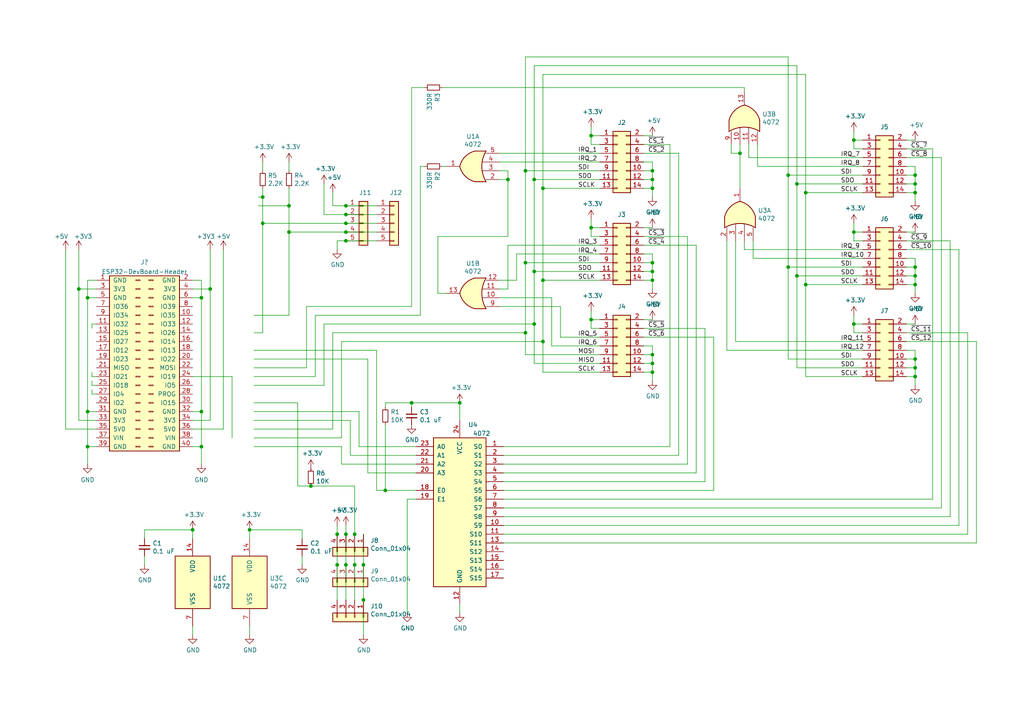
<source format=kicad_sch>
(kicad_sch (version 20211123) (generator eeschema)

  (uuid 1fa508ef-df83-4c99-846b-9acf535b3ad9)

  (paper "A4")

  (lib_symbols
    (symbol "4xxx:4072" (pin_names (offset 1.016)) (in_bom yes) (on_board yes)
      (property "Reference" "U" (id 0) (at 0 1.27 0)
        (effects (font (size 1.27 1.27)))
      )
      (property "Value" "4xxx_4072" (id 1) (at 0 -1.27 0)
        (effects (font (size 1.27 1.27)))
      )
      (property "Footprint" "" (id 2) (at 0 0 0)
        (effects (font (size 1.27 1.27)) hide)
      )
      (property "Datasheet" "" (id 3) (at 0 0 0)
        (effects (font (size 1.27 1.27)) hide)
      )
      (property "ki_locked" "" (id 4) (at 0 0 0)
        (effects (font (size 1.27 1.27)))
      )
      (property "ki_fp_filters" "DIP?14*" (id 5) (at 0 0 0)
        (effects (font (size 1.27 1.27)) hide)
      )
      (symbol "4072_1_1"
        (arc (start -3.81 -4.445) (mid -2.5908 0) (end -3.81 4.445)
          (stroke (width 0.254) (type default) (color 0 0 0 0))
          (fill (type none))
        )
        (arc (start -0.6096 -4.445) (mid 2.224 -2.8428) (end 3.81 0)
          (stroke (width 0.254) (type default) (color 0 0 0 0))
          (fill (type background))
        )
        (polyline
          (pts
            (xy -3.81 -4.445)
            (xy -0.635 -4.445)
          )
          (stroke (width 0.254) (type default) (color 0 0 0 0))
          (fill (type background))
        )
        (polyline
          (pts
            (xy -3.81 4.445)
            (xy -0.635 4.445)
          )
          (stroke (width 0.254) (type default) (color 0 0 0 0))
          (fill (type background))
        )
        (polyline
          (pts
            (xy -0.635 4.445)
            (xy -3.81 4.445)
            (xy -3.81 4.445)
            (xy -3.6322 4.0894)
            (xy -3.0988 2.921)
            (xy -2.7686 1.6764)
            (xy -2.6162 0.4318)
            (xy -2.6416 -0.8636)
            (xy -2.8702 -2.1082)
            (xy -3.2512 -3.3274)
            (xy -3.81 -4.445)
            (xy -3.81 -4.445)
            (xy -0.635 -4.445)
          )
          (stroke (width -25.4) (type default) (color 0 0 0 0))
          (fill (type background))
        )
        (arc (start 3.81 0) (mid 2.2198 2.8385) (end -0.6096 4.445)
          (stroke (width 0.254) (type default) (color 0 0 0 0))
          (fill (type background))
        )
        (pin output line (at 7.62 0 180) (length 3.81)
          (name "~" (effects (font (size 1.27 1.27))))
          (number "1" (effects (font (size 1.27 1.27))))
        )
        (pin input line (at -7.62 3.81 0) (length 3.81)
          (name "~" (effects (font (size 1.27 1.27))))
          (number "2" (effects (font (size 1.27 1.27))))
        )
        (pin input line (at -7.62 1.27 0) (length 4.826)
          (name "~" (effects (font (size 1.27 1.27))))
          (number "3" (effects (font (size 1.27 1.27))))
        )
        (pin input line (at -7.62 -1.27 0) (length 4.826)
          (name "~" (effects (font (size 1.27 1.27))))
          (number "4" (effects (font (size 1.27 1.27))))
        )
        (pin input line (at -7.62 -3.81 0) (length 3.81)
          (name "~" (effects (font (size 1.27 1.27))))
          (number "5" (effects (font (size 1.27 1.27))))
        )
      )
      (symbol "4072_1_2"
        (arc (start -0.635 -4.445) (mid 3.81 0) (end -0.635 4.445)
          (stroke (width 0.254) (type default) (color 0 0 0 0))
          (fill (type background))
        )
        (polyline
          (pts
            (xy -0.635 4.445)
            (xy -3.81 4.445)
            (xy -3.81 -4.445)
            (xy -0.635 -4.445)
          )
          (stroke (width 0.254) (type default) (color 0 0 0 0))
          (fill (type background))
        )
        (pin output inverted (at 7.62 0 180) (length 3.81)
          (name "~" (effects (font (size 1.27 1.27))))
          (number "1" (effects (font (size 1.27 1.27))))
        )
        (pin input inverted (at -7.62 3.81 0) (length 3.81)
          (name "~" (effects (font (size 1.27 1.27))))
          (number "2" (effects (font (size 1.27 1.27))))
        )
        (pin input inverted (at -7.62 1.27 0) (length 3.81)
          (name "~" (effects (font (size 1.27 1.27))))
          (number "3" (effects (font (size 1.27 1.27))))
        )
        (pin input inverted (at -7.62 -1.27 0) (length 3.81)
          (name "~" (effects (font (size 1.27 1.27))))
          (number "4" (effects (font (size 1.27 1.27))))
        )
        (pin input inverted (at -7.62 -3.81 0) (length 3.81)
          (name "~" (effects (font (size 1.27 1.27))))
          (number "5" (effects (font (size 1.27 1.27))))
        )
      )
      (symbol "4072_2_1"
        (arc (start -3.81 -4.445) (mid -2.5908 0) (end -3.81 4.445)
          (stroke (width 0.254) (type default) (color 0 0 0 0))
          (fill (type none))
        )
        (arc (start -0.6096 -4.445) (mid 2.224 -2.8428) (end 3.81 0)
          (stroke (width 0.254) (type default) (color 0 0 0 0))
          (fill (type background))
        )
        (polyline
          (pts
            (xy -3.81 -4.445)
            (xy -0.635 -4.445)
          )
          (stroke (width 0.254) (type default) (color 0 0 0 0))
          (fill (type background))
        )
        (polyline
          (pts
            (xy -3.81 4.445)
            (xy -0.635 4.445)
          )
          (stroke (width 0.254) (type default) (color 0 0 0 0))
          (fill (type background))
        )
        (polyline
          (pts
            (xy -0.635 4.445)
            (xy -3.81 4.445)
            (xy -3.81 4.445)
            (xy -3.6322 4.0894)
            (xy -3.0988 2.921)
            (xy -2.7686 1.6764)
            (xy -2.6162 0.4318)
            (xy -2.6416 -0.8636)
            (xy -2.8702 -2.1082)
            (xy -3.2512 -3.3274)
            (xy -3.81 -4.445)
            (xy -3.81 -4.445)
            (xy -0.635 -4.445)
          )
          (stroke (width -25.4) (type default) (color 0 0 0 0))
          (fill (type background))
        )
        (arc (start 3.81 0) (mid 2.2198 2.8385) (end -0.6096 4.445)
          (stroke (width 0.254) (type default) (color 0 0 0 0))
          (fill (type background))
        )
        (pin input line (at -7.62 1.27 0) (length 4.826)
          (name "~" (effects (font (size 1.27 1.27))))
          (number "10" (effects (font (size 1.27 1.27))))
        )
        (pin input line (at -7.62 -1.27 0) (length 4.826)
          (name "~" (effects (font (size 1.27 1.27))))
          (number "11" (effects (font (size 1.27 1.27))))
        )
        (pin input line (at -7.62 -3.81 0) (length 3.81)
          (name "~" (effects (font (size 1.27 1.27))))
          (number "12" (effects (font (size 1.27 1.27))))
        )
        (pin output line (at 7.62 0 180) (length 3.81)
          (name "~" (effects (font (size 1.27 1.27))))
          (number "13" (effects (font (size 1.27 1.27))))
        )
        (pin input line (at -7.62 3.81 0) (length 3.81)
          (name "~" (effects (font (size 1.27 1.27))))
          (number "9" (effects (font (size 1.27 1.27))))
        )
      )
      (symbol "4072_2_2"
        (arc (start -0.635 -4.445) (mid 3.81 0) (end -0.635 4.445)
          (stroke (width 0.254) (type default) (color 0 0 0 0))
          (fill (type background))
        )
        (polyline
          (pts
            (xy -0.635 4.445)
            (xy -3.81 4.445)
            (xy -3.81 -4.445)
            (xy -0.635 -4.445)
          )
          (stroke (width 0.254) (type default) (color 0 0 0 0))
          (fill (type background))
        )
        (pin input inverted (at -7.62 1.27 0) (length 3.81)
          (name "~" (effects (font (size 1.27 1.27))))
          (number "10" (effects (font (size 1.27 1.27))))
        )
        (pin input inverted (at -7.62 -1.27 0) (length 3.81)
          (name "~" (effects (font (size 1.27 1.27))))
          (number "11" (effects (font (size 1.27 1.27))))
        )
        (pin input inverted (at -7.62 -3.81 0) (length 3.81)
          (name "~" (effects (font (size 1.27 1.27))))
          (number "12" (effects (font (size 1.27 1.27))))
        )
        (pin output inverted (at 7.62 0 180) (length 3.81)
          (name "~" (effects (font (size 1.27 1.27))))
          (number "13" (effects (font (size 1.27 1.27))))
        )
        (pin input inverted (at -7.62 3.81 0) (length 3.81)
          (name "~" (effects (font (size 1.27 1.27))))
          (number "9" (effects (font (size 1.27 1.27))))
        )
      )
      (symbol "4072_3_0"
        (pin power_in line (at 0 12.7 270) (length 5.08)
          (name "VDD" (effects (font (size 1.27 1.27))))
          (number "14" (effects (font (size 1.27 1.27))))
        )
        (pin power_in line (at 0 -12.7 90) (length 5.08)
          (name "VSS" (effects (font (size 1.27 1.27))))
          (number "7" (effects (font (size 1.27 1.27))))
        )
      )
      (symbol "4072_3_1"
        (rectangle (start -5.08 7.62) (end 5.08 -7.62)
          (stroke (width 0.254) (type default) (color 0 0 0 0))
          (fill (type background))
        )
      )
    )
    (symbol "74xx:74LS154" (pin_names (offset 1.016)) (in_bom yes) (on_board yes)
      (property "Reference" "U" (id 0) (at -7.62 21.59 0)
        (effects (font (size 1.27 1.27)))
      )
      (property "Value" "74xx_74LS154" (id 1) (at -7.62 -24.13 0)
        (effects (font (size 1.27 1.27)))
      )
      (property "Footprint" "" (id 2) (at 0 0 0)
        (effects (font (size 1.27 1.27)) hide)
      )
      (property "Datasheet" "" (id 3) (at 0 0 0)
        (effects (font (size 1.27 1.27)) hide)
      )
      (property "ki_locked" "" (id 4) (at 0 0 0)
        (effects (font (size 1.27 1.27)))
      )
      (property "ki_fp_filters" "DIP?24*" (id 5) (at 0 0 0)
        (effects (font (size 1.27 1.27)) hide)
      )
      (symbol "74LS154_1_0"
        (pin output line (at 12.7 17.78 180) (length 5.08)
          (name "S0" (effects (font (size 1.27 1.27))))
          (number "1" (effects (font (size 1.27 1.27))))
        )
        (pin output line (at 12.7 -5.08 180) (length 5.08)
          (name "S9" (effects (font (size 1.27 1.27))))
          (number "10" (effects (font (size 1.27 1.27))))
        )
        (pin output line (at 12.7 -7.62 180) (length 5.08)
          (name "S10" (effects (font (size 1.27 1.27))))
          (number "11" (effects (font (size 1.27 1.27))))
        )
        (pin power_in line (at 0 -27.94 90) (length 5.08)
          (name "GND" (effects (font (size 1.27 1.27))))
          (number "12" (effects (font (size 1.27 1.27))))
        )
        (pin output line (at 12.7 -10.16 180) (length 5.08)
          (name "S11" (effects (font (size 1.27 1.27))))
          (number "13" (effects (font (size 1.27 1.27))))
        )
        (pin output line (at 12.7 -12.7 180) (length 5.08)
          (name "S12" (effects (font (size 1.27 1.27))))
          (number "14" (effects (font (size 1.27 1.27))))
        )
        (pin output line (at 12.7 -15.24 180) (length 5.08)
          (name "S13" (effects (font (size 1.27 1.27))))
          (number "15" (effects (font (size 1.27 1.27))))
        )
        (pin output line (at 12.7 -17.78 180) (length 5.08)
          (name "S14" (effects (font (size 1.27 1.27))))
          (number "16" (effects (font (size 1.27 1.27))))
        )
        (pin output line (at 12.7 -20.32 180) (length 5.08)
          (name "S15" (effects (font (size 1.27 1.27))))
          (number "17" (effects (font (size 1.27 1.27))))
        )
        (pin input line (at -12.7 5.08 0) (length 5.08)
          (name "E0" (effects (font (size 1.27 1.27))))
          (number "18" (effects (font (size 1.27 1.27))))
        )
        (pin input line (at -12.7 2.54 0) (length 5.08)
          (name "E1" (effects (font (size 1.27 1.27))))
          (number "19" (effects (font (size 1.27 1.27))))
        )
        (pin output line (at 12.7 15.24 180) (length 5.08)
          (name "S1" (effects (font (size 1.27 1.27))))
          (number "2" (effects (font (size 1.27 1.27))))
        )
        (pin input line (at -12.7 10.16 0) (length 5.08)
          (name "A3" (effects (font (size 1.27 1.27))))
          (number "20" (effects (font (size 1.27 1.27))))
        )
        (pin input line (at -12.7 12.7 0) (length 5.08)
          (name "A2" (effects (font (size 1.27 1.27))))
          (number "21" (effects (font (size 1.27 1.27))))
        )
        (pin input line (at -12.7 15.24 0) (length 5.08)
          (name "A1" (effects (font (size 1.27 1.27))))
          (number "22" (effects (font (size 1.27 1.27))))
        )
        (pin input line (at -12.7 17.78 0) (length 5.08)
          (name "A0" (effects (font (size 1.27 1.27))))
          (number "23" (effects (font (size 1.27 1.27))))
        )
        (pin power_in line (at 0 25.4 270) (length 5.08)
          (name "VCC" (effects (font (size 1.27 1.27))))
          (number "24" (effects (font (size 1.27 1.27))))
        )
        (pin output line (at 12.7 12.7 180) (length 5.08)
          (name "S2" (effects (font (size 1.27 1.27))))
          (number "3" (effects (font (size 1.27 1.27))))
        )
        (pin output line (at 12.7 10.16 180) (length 5.08)
          (name "S3" (effects (font (size 1.27 1.27))))
          (number "4" (effects (font (size 1.27 1.27))))
        )
        (pin output line (at 12.7 7.62 180) (length 5.08)
          (name "S4" (effects (font (size 1.27 1.27))))
          (number "5" (effects (font (size 1.27 1.27))))
        )
        (pin output line (at 12.7 5.08 180) (length 5.08)
          (name "S5" (effects (font (size 1.27 1.27))))
          (number "6" (effects (font (size 1.27 1.27))))
        )
        (pin output line (at 12.7 2.54 180) (length 5.08)
          (name "S6" (effects (font (size 1.27 1.27))))
          (number "7" (effects (font (size 1.27 1.27))))
        )
        (pin output line (at 12.7 0 180) (length 5.08)
          (name "S7" (effects (font (size 1.27 1.27))))
          (number "8" (effects (font (size 1.27 1.27))))
        )
        (pin output line (at 12.7 -2.54 180) (length 5.08)
          (name "S8" (effects (font (size 1.27 1.27))))
          (number "9" (effects (font (size 1.27 1.27))))
        )
      )
      (symbol "74LS154_1_1"
        (rectangle (start -7.62 20.32) (end 7.62 -22.86)
          (stroke (width 0.254) (type default) (color 0 0 0 0))
          (fill (type background))
        )
      )
    )
    (symbol "Connector_Generic:Conn_01x04" (pin_names (offset 1.016) hide) (in_bom yes) (on_board yes)
      (property "Reference" "J" (id 0) (at 0 5.08 0)
        (effects (font (size 1.27 1.27)))
      )
      (property "Value" "Conn_01x04" (id 1) (at 0 -7.62 0)
        (effects (font (size 1.27 1.27)))
      )
      (property "Footprint" "" (id 2) (at 0 0 0)
        (effects (font (size 1.27 1.27)) hide)
      )
      (property "Datasheet" "~" (id 3) (at 0 0 0)
        (effects (font (size 1.27 1.27)) hide)
      )
      (property "ki_keywords" "connector" (id 4) (at 0 0 0)
        (effects (font (size 1.27 1.27)) hide)
      )
      (property "ki_description" "Generic connector, single row, 01x04, script generated (kicad-library-utils/schlib/autogen/connector/)" (id 5) (at 0 0 0)
        (effects (font (size 1.27 1.27)) hide)
      )
      (property "ki_fp_filters" "Connector*:*_1x??_*" (id 6) (at 0 0 0)
        (effects (font (size 1.27 1.27)) hide)
      )
      (symbol "Conn_01x04_1_1"
        (rectangle (start -1.27 -4.953) (end 0 -5.207)
          (stroke (width 0.1524) (type default) (color 0 0 0 0))
          (fill (type none))
        )
        (rectangle (start -1.27 -2.413) (end 0 -2.667)
          (stroke (width 0.1524) (type default) (color 0 0 0 0))
          (fill (type none))
        )
        (rectangle (start -1.27 0.127) (end 0 -0.127)
          (stroke (width 0.1524) (type default) (color 0 0 0 0))
          (fill (type none))
        )
        (rectangle (start -1.27 2.667) (end 0 2.413)
          (stroke (width 0.1524) (type default) (color 0 0 0 0))
          (fill (type none))
        )
        (rectangle (start -1.27 3.81) (end 1.27 -6.35)
          (stroke (width 0.254) (type default) (color 0 0 0 0))
          (fill (type background))
        )
        (pin passive line (at -5.08 2.54 0) (length 3.81)
          (name "Pin_1" (effects (font (size 1.27 1.27))))
          (number "1" (effects (font (size 1.27 1.27))))
        )
        (pin passive line (at -5.08 0 0) (length 3.81)
          (name "Pin_2" (effects (font (size 1.27 1.27))))
          (number "2" (effects (font (size 1.27 1.27))))
        )
        (pin passive line (at -5.08 -2.54 0) (length 3.81)
          (name "Pin_3" (effects (font (size 1.27 1.27))))
          (number "3" (effects (font (size 1.27 1.27))))
        )
        (pin passive line (at -5.08 -5.08 0) (length 3.81)
          (name "Pin_4" (effects (font (size 1.27 1.27))))
          (number "4" (effects (font (size 1.27 1.27))))
        )
      )
    )
    (symbol "Connector_Generic:Conn_01x05" (pin_names (offset 1.016) hide) (in_bom yes) (on_board yes)
      (property "Reference" "J" (id 0) (at 0 7.62 0)
        (effects (font (size 1.27 1.27)))
      )
      (property "Value" "Conn_01x05" (id 1) (at 0 -7.62 0)
        (effects (font (size 1.27 1.27)))
      )
      (property "Footprint" "" (id 2) (at 0 0 0)
        (effects (font (size 1.27 1.27)) hide)
      )
      (property "Datasheet" "~" (id 3) (at 0 0 0)
        (effects (font (size 1.27 1.27)) hide)
      )
      (property "ki_keywords" "connector" (id 4) (at 0 0 0)
        (effects (font (size 1.27 1.27)) hide)
      )
      (property "ki_description" "Generic connector, single row, 01x05, script generated (kicad-library-utils/schlib/autogen/connector/)" (id 5) (at 0 0 0)
        (effects (font (size 1.27 1.27)) hide)
      )
      (property "ki_fp_filters" "Connector*:*_1x??_*" (id 6) (at 0 0 0)
        (effects (font (size 1.27 1.27)) hide)
      )
      (symbol "Conn_01x05_1_1"
        (rectangle (start -1.27 -4.953) (end 0 -5.207)
          (stroke (width 0.1524) (type default) (color 0 0 0 0))
          (fill (type none))
        )
        (rectangle (start -1.27 -2.413) (end 0 -2.667)
          (stroke (width 0.1524) (type default) (color 0 0 0 0))
          (fill (type none))
        )
        (rectangle (start -1.27 0.127) (end 0 -0.127)
          (stroke (width 0.1524) (type default) (color 0 0 0 0))
          (fill (type none))
        )
        (rectangle (start -1.27 2.667) (end 0 2.413)
          (stroke (width 0.1524) (type default) (color 0 0 0 0))
          (fill (type none))
        )
        (rectangle (start -1.27 5.207) (end 0 4.953)
          (stroke (width 0.1524) (type default) (color 0 0 0 0))
          (fill (type none))
        )
        (rectangle (start -1.27 6.35) (end 1.27 -6.35)
          (stroke (width 0.254) (type default) (color 0 0 0 0))
          (fill (type background))
        )
        (pin passive line (at -5.08 5.08 0) (length 3.81)
          (name "Pin_1" (effects (font (size 1.27 1.27))))
          (number "1" (effects (font (size 1.27 1.27))))
        )
        (pin passive line (at -5.08 2.54 0) (length 3.81)
          (name "Pin_2" (effects (font (size 1.27 1.27))))
          (number "2" (effects (font (size 1.27 1.27))))
        )
        (pin passive line (at -5.08 0 0) (length 3.81)
          (name "Pin_3" (effects (font (size 1.27 1.27))))
          (number "3" (effects (font (size 1.27 1.27))))
        )
        (pin passive line (at -5.08 -2.54 0) (length 3.81)
          (name "Pin_4" (effects (font (size 1.27 1.27))))
          (number "4" (effects (font (size 1.27 1.27))))
        )
        (pin passive line (at -5.08 -5.08 0) (length 3.81)
          (name "Pin_5" (effects (font (size 1.27 1.27))))
          (number "5" (effects (font (size 1.27 1.27))))
        )
      )
    )
    (symbol "Connector_Generic:Conn_02x07_Odd_Even" (pin_names (offset 1.016) hide) (in_bom yes) (on_board yes)
      (property "Reference" "J" (id 0) (at 1.27 10.16 0)
        (effects (font (size 1.27 1.27)))
      )
      (property "Value" "Conn_02x07_Odd_Even" (id 1) (at 1.27 -10.16 0)
        (effects (font (size 1.27 1.27)))
      )
      (property "Footprint" "" (id 2) (at 0 0 0)
        (effects (font (size 1.27 1.27)) hide)
      )
      (property "Datasheet" "~" (id 3) (at 0 0 0)
        (effects (font (size 1.27 1.27)) hide)
      )
      (property "ki_keywords" "connector" (id 4) (at 0 0 0)
        (effects (font (size 1.27 1.27)) hide)
      )
      (property "ki_description" "Generic connector, double row, 02x07, odd/even pin numbering scheme (row 1 odd numbers, row 2 even numbers), script generated (kicad-library-utils/schlib/autogen/connector/)" (id 5) (at 0 0 0)
        (effects (font (size 1.27 1.27)) hide)
      )
      (property "ki_fp_filters" "Connector*:*_2x??_*" (id 6) (at 0 0 0)
        (effects (font (size 1.27 1.27)) hide)
      )
      (symbol "Conn_02x07_Odd_Even_1_1"
        (rectangle (start -1.27 -7.493) (end 0 -7.747)
          (stroke (width 0.1524) (type default) (color 0 0 0 0))
          (fill (type none))
        )
        (rectangle (start -1.27 -4.953) (end 0 -5.207)
          (stroke (width 0.1524) (type default) (color 0 0 0 0))
          (fill (type none))
        )
        (rectangle (start -1.27 -2.413) (end 0 -2.667)
          (stroke (width 0.1524) (type default) (color 0 0 0 0))
          (fill (type none))
        )
        (rectangle (start -1.27 0.127) (end 0 -0.127)
          (stroke (width 0.1524) (type default) (color 0 0 0 0))
          (fill (type none))
        )
        (rectangle (start -1.27 2.667) (end 0 2.413)
          (stroke (width 0.1524) (type default) (color 0 0 0 0))
          (fill (type none))
        )
        (rectangle (start -1.27 5.207) (end 0 4.953)
          (stroke (width 0.1524) (type default) (color 0 0 0 0))
          (fill (type none))
        )
        (rectangle (start -1.27 7.747) (end 0 7.493)
          (stroke (width 0.1524) (type default) (color 0 0 0 0))
          (fill (type none))
        )
        (rectangle (start -1.27 8.89) (end 3.81 -8.89)
          (stroke (width 0.254) (type default) (color 0 0 0 0))
          (fill (type background))
        )
        (rectangle (start 3.81 -7.493) (end 2.54 -7.747)
          (stroke (width 0.1524) (type default) (color 0 0 0 0))
          (fill (type none))
        )
        (rectangle (start 3.81 -4.953) (end 2.54 -5.207)
          (stroke (width 0.1524) (type default) (color 0 0 0 0))
          (fill (type none))
        )
        (rectangle (start 3.81 -2.413) (end 2.54 -2.667)
          (stroke (width 0.1524) (type default) (color 0 0 0 0))
          (fill (type none))
        )
        (rectangle (start 3.81 0.127) (end 2.54 -0.127)
          (stroke (width 0.1524) (type default) (color 0 0 0 0))
          (fill (type none))
        )
        (rectangle (start 3.81 2.667) (end 2.54 2.413)
          (stroke (width 0.1524) (type default) (color 0 0 0 0))
          (fill (type none))
        )
        (rectangle (start 3.81 5.207) (end 2.54 4.953)
          (stroke (width 0.1524) (type default) (color 0 0 0 0))
          (fill (type none))
        )
        (rectangle (start 3.81 7.747) (end 2.54 7.493)
          (stroke (width 0.1524) (type default) (color 0 0 0 0))
          (fill (type none))
        )
        (pin passive line (at -5.08 7.62 0) (length 3.81)
          (name "Pin_1" (effects (font (size 1.27 1.27))))
          (number "1" (effects (font (size 1.27 1.27))))
        )
        (pin passive line (at 7.62 -2.54 180) (length 3.81)
          (name "Pin_10" (effects (font (size 1.27 1.27))))
          (number "10" (effects (font (size 1.27 1.27))))
        )
        (pin passive line (at -5.08 -5.08 0) (length 3.81)
          (name "Pin_11" (effects (font (size 1.27 1.27))))
          (number "11" (effects (font (size 1.27 1.27))))
        )
        (pin passive line (at 7.62 -5.08 180) (length 3.81)
          (name "Pin_12" (effects (font (size 1.27 1.27))))
          (number "12" (effects (font (size 1.27 1.27))))
        )
        (pin passive line (at -5.08 -7.62 0) (length 3.81)
          (name "Pin_13" (effects (font (size 1.27 1.27))))
          (number "13" (effects (font (size 1.27 1.27))))
        )
        (pin passive line (at 7.62 -7.62 180) (length 3.81)
          (name "Pin_14" (effects (font (size 1.27 1.27))))
          (number "14" (effects (font (size 1.27 1.27))))
        )
        (pin passive line (at 7.62 7.62 180) (length 3.81)
          (name "Pin_2" (effects (font (size 1.27 1.27))))
          (number "2" (effects (font (size 1.27 1.27))))
        )
        (pin passive line (at -5.08 5.08 0) (length 3.81)
          (name "Pin_3" (effects (font (size 1.27 1.27))))
          (number "3" (effects (font (size 1.27 1.27))))
        )
        (pin passive line (at 7.62 5.08 180) (length 3.81)
          (name "Pin_4" (effects (font (size 1.27 1.27))))
          (number "4" (effects (font (size 1.27 1.27))))
        )
        (pin passive line (at -5.08 2.54 0) (length 3.81)
          (name "Pin_5" (effects (font (size 1.27 1.27))))
          (number "5" (effects (font (size 1.27 1.27))))
        )
        (pin passive line (at 7.62 2.54 180) (length 3.81)
          (name "Pin_6" (effects (font (size 1.27 1.27))))
          (number "6" (effects (font (size 1.27 1.27))))
        )
        (pin passive line (at -5.08 0 0) (length 3.81)
          (name "Pin_7" (effects (font (size 1.27 1.27))))
          (number "7" (effects (font (size 1.27 1.27))))
        )
        (pin passive line (at 7.62 0 180) (length 3.81)
          (name "Pin_8" (effects (font (size 1.27 1.27))))
          (number "8" (effects (font (size 1.27 1.27))))
        )
        (pin passive line (at -5.08 -2.54 0) (length 3.81)
          (name "Pin_9" (effects (font (size 1.27 1.27))))
          (number "9" (effects (font (size 1.27 1.27))))
        )
      )
    )
    (symbol "Device:C_Small" (pin_numbers hide) (pin_names (offset 0.254) hide) (in_bom yes) (on_board yes)
      (property "Reference" "C" (id 0) (at 0.254 1.778 0)
        (effects (font (size 1.27 1.27)) (justify left))
      )
      (property "Value" "C_Small" (id 1) (at 0.254 -2.032 0)
        (effects (font (size 1.27 1.27)) (justify left))
      )
      (property "Footprint" "" (id 2) (at 0 0 0)
        (effects (font (size 1.27 1.27)) hide)
      )
      (property "Datasheet" "~" (id 3) (at 0 0 0)
        (effects (font (size 1.27 1.27)) hide)
      )
      (property "ki_keywords" "capacitor cap" (id 4) (at 0 0 0)
        (effects (font (size 1.27 1.27)) hide)
      )
      (property "ki_description" "Unpolarized capacitor, small symbol" (id 5) (at 0 0 0)
        (effects (font (size 1.27 1.27)) hide)
      )
      (property "ki_fp_filters" "C_*" (id 6) (at 0 0 0)
        (effects (font (size 1.27 1.27)) hide)
      )
      (symbol "C_Small_0_1"
        (polyline
          (pts
            (xy -1.524 -0.508)
            (xy 1.524 -0.508)
          )
          (stroke (width 0.3302) (type default) (color 0 0 0 0))
          (fill (type none))
        )
        (polyline
          (pts
            (xy -1.524 0.508)
            (xy 1.524 0.508)
          )
          (stroke (width 0.3048) (type default) (color 0 0 0 0))
          (fill (type none))
        )
      )
      (symbol "C_Small_1_1"
        (pin passive line (at 0 2.54 270) (length 2.032)
          (name "~" (effects (font (size 1.27 1.27))))
          (number "1" (effects (font (size 1.27 1.27))))
        )
        (pin passive line (at 0 -2.54 90) (length 2.032)
          (name "~" (effects (font (size 1.27 1.27))))
          (number "2" (effects (font (size 1.27 1.27))))
        )
      )
    )
    (symbol "Device:R_Small" (pin_numbers hide) (pin_names (offset 0.254) hide) (in_bom yes) (on_board yes)
      (property "Reference" "R" (id 0) (at 0.762 0.508 0)
        (effects (font (size 1.27 1.27)) (justify left))
      )
      (property "Value" "R_Small" (id 1) (at 0.762 -1.016 0)
        (effects (font (size 1.27 1.27)) (justify left))
      )
      (property "Footprint" "" (id 2) (at 0 0 0)
        (effects (font (size 1.27 1.27)) hide)
      )
      (property "Datasheet" "~" (id 3) (at 0 0 0)
        (effects (font (size 1.27 1.27)) hide)
      )
      (property "ki_keywords" "R resistor" (id 4) (at 0 0 0)
        (effects (font (size 1.27 1.27)) hide)
      )
      (property "ki_description" "Resistor, small symbol" (id 5) (at 0 0 0)
        (effects (font (size 1.27 1.27)) hide)
      )
      (property "ki_fp_filters" "R_*" (id 6) (at 0 0 0)
        (effects (font (size 1.27 1.27)) hide)
      )
      (symbol "R_Small_0_1"
        (rectangle (start -0.762 1.778) (end 0.762 -1.778)
          (stroke (width 0.2032) (type default) (color 0 0 0 0))
          (fill (type none))
        )
      )
      (symbol "R_Small_1_1"
        (pin passive line (at 0 2.54 270) (length 0.762)
          (name "~" (effects (font (size 1.27 1.27))))
          (number "1" (effects (font (size 1.27 1.27))))
        )
        (pin passive line (at 0 -2.54 90) (length 0.762)
          (name "~" (effects (font (size 1.27 1.27))))
          (number "2" (effects (font (size 1.27 1.27))))
        )
      )
    )
    (symbol "connectors:ESP32-DevBoard-Header" (pin_names (offset 1.016)) (in_bom yes) (on_board yes)
      (property "Reference" "J" (id 0) (at 1.27 25.4 0)
        (effects (font (size 1.27 1.27)))
      )
      (property "Value" "ESP32-DevBoard-Header" (id 1) (at 1.27 -27.94 0)
        (effects (font (size 1.27 1.27)))
      )
      (property "Footprint" "" (id 2) (at 0 0 0)
        (effects (font (size 1.27 1.27)) hide)
      )
      (property "Datasheet" "~" (id 3) (at 0 0 0)
        (effects (font (size 1.27 1.27)) hide)
      )
      (property "ki_keywords" "connector" (id 4) (at 0 0 0)
        (effects (font (size 1.27 1.27)) hide)
      )
      (property "ki_description" "2 x 20 header for ESP32 DevBoard" (id 5) (at 0 0 0)
        (effects (font (size 1.27 1.27)) hide)
      )
      (property "ki_fp_filters" "Connector*:*_2x??_*" (id 6) (at 0 0 0)
        (effects (font (size 1.27 1.27)) hide)
      )
      (symbol "ESP32-DevBoard-Header_1_1"
        (rectangle (start -8.89 24.13) (end 11.43 -26.67)
          (stroke (width 0.254) (type default) (color 0 0 0 0))
          (fill (type background))
        )
        (rectangle (start -1.27 -25.273) (end 0 -25.527)
          (stroke (width 0.1524) (type default) (color 0 0 0 0))
          (fill (type none))
        )
        (rectangle (start -1.27 -22.733) (end 0 -22.987)
          (stroke (width 0.1524) (type default) (color 0 0 0 0))
          (fill (type none))
        )
        (rectangle (start -1.27 -20.193) (end 0 -20.447)
          (stroke (width 0.1524) (type default) (color 0 0 0 0))
          (fill (type none))
        )
        (rectangle (start -1.27 -17.653) (end 0 -17.907)
          (stroke (width 0.1524) (type default) (color 0 0 0 0))
          (fill (type none))
        )
        (rectangle (start -1.27 -15.113) (end 0 -15.367)
          (stroke (width 0.1524) (type default) (color 0 0 0 0))
          (fill (type none))
        )
        (rectangle (start -1.27 -12.573) (end 0 -12.827)
          (stroke (width 0.1524) (type default) (color 0 0 0 0))
          (fill (type none))
        )
        (rectangle (start -1.27 -10.033) (end 0 -10.287)
          (stroke (width 0.1524) (type default) (color 0 0 0 0))
          (fill (type none))
        )
        (rectangle (start -1.27 -7.493) (end 0 -7.747)
          (stroke (width 0.1524) (type default) (color 0 0 0 0))
          (fill (type none))
        )
        (rectangle (start -1.27 -4.953) (end 0 -5.207)
          (stroke (width 0.1524) (type default) (color 0 0 0 0))
          (fill (type none))
        )
        (rectangle (start -1.27 -2.413) (end 0 -2.667)
          (stroke (width 0.1524) (type default) (color 0 0 0 0))
          (fill (type none))
        )
        (rectangle (start -1.27 0.127) (end 0 -0.127)
          (stroke (width 0.1524) (type default) (color 0 0 0 0))
          (fill (type none))
        )
        (rectangle (start -1.27 2.667) (end 0 2.413)
          (stroke (width 0.1524) (type default) (color 0 0 0 0))
          (fill (type none))
        )
        (rectangle (start -1.27 5.207) (end 0 4.953)
          (stroke (width 0.1524) (type default) (color 0 0 0 0))
          (fill (type none))
        )
        (rectangle (start -1.27 7.747) (end 0 7.493)
          (stroke (width 0.1524) (type default) (color 0 0 0 0))
          (fill (type none))
        )
        (rectangle (start -1.27 10.287) (end 0 10.033)
          (stroke (width 0.1524) (type default) (color 0 0 0 0))
          (fill (type none))
        )
        (rectangle (start -1.27 12.827) (end 0 12.573)
          (stroke (width 0.1524) (type default) (color 0 0 0 0))
          (fill (type none))
        )
        (rectangle (start -1.27 15.367) (end 0 15.113)
          (stroke (width 0.1524) (type default) (color 0 0 0 0))
          (fill (type none))
        )
        (rectangle (start -1.27 17.907) (end 0 17.653)
          (stroke (width 0.1524) (type default) (color 0 0 0 0))
          (fill (type none))
        )
        (rectangle (start -1.27 20.447) (end 0 20.193)
          (stroke (width 0.1524) (type default) (color 0 0 0 0))
          (fill (type none))
        )
        (rectangle (start -1.27 22.987) (end 0 22.733)
          (stroke (width 0.1524) (type default) (color 0 0 0 0))
          (fill (type none))
        )
        (rectangle (start 3.81 -25.273) (end 2.54 -25.527)
          (stroke (width 0.1524) (type default) (color 0 0 0 0))
          (fill (type none))
        )
        (rectangle (start 3.81 -22.733) (end 2.54 -22.987)
          (stroke (width 0.1524) (type default) (color 0 0 0 0))
          (fill (type none))
        )
        (rectangle (start 3.81 -20.193) (end 2.54 -20.447)
          (stroke (width 0.1524) (type default) (color 0 0 0 0))
          (fill (type none))
        )
        (rectangle (start 3.81 -17.653) (end 2.54 -17.907)
          (stroke (width 0.1524) (type default) (color 0 0 0 0))
          (fill (type none))
        )
        (rectangle (start 3.81 -15.113) (end 2.54 -15.367)
          (stroke (width 0.1524) (type default) (color 0 0 0 0))
          (fill (type none))
        )
        (rectangle (start 3.81 -12.573) (end 2.54 -12.827)
          (stroke (width 0.1524) (type default) (color 0 0 0 0))
          (fill (type none))
        )
        (rectangle (start 3.81 -10.033) (end 2.54 -10.287)
          (stroke (width 0.1524) (type default) (color 0 0 0 0))
          (fill (type none))
        )
        (rectangle (start 3.81 -7.493) (end 2.54 -7.747)
          (stroke (width 0.1524) (type default) (color 0 0 0 0))
          (fill (type none))
        )
        (rectangle (start 3.81 -4.953) (end 2.54 -5.207)
          (stroke (width 0.1524) (type default) (color 0 0 0 0))
          (fill (type none))
        )
        (rectangle (start 3.81 -2.413) (end 2.54 -2.667)
          (stroke (width 0.1524) (type default) (color 0 0 0 0))
          (fill (type none))
        )
        (rectangle (start 3.81 0.127) (end 2.54 -0.127)
          (stroke (width 0.1524) (type default) (color 0 0 0 0))
          (fill (type none))
        )
        (rectangle (start 3.81 2.667) (end 2.54 2.413)
          (stroke (width 0.1524) (type default) (color 0 0 0 0))
          (fill (type none))
        )
        (rectangle (start 3.81 5.207) (end 2.54 4.953)
          (stroke (width 0.1524) (type default) (color 0 0 0 0))
          (fill (type none))
        )
        (rectangle (start 3.81 7.747) (end 2.54 7.493)
          (stroke (width 0.1524) (type default) (color 0 0 0 0))
          (fill (type none))
        )
        (rectangle (start 3.81 10.287) (end 2.54 10.033)
          (stroke (width 0.1524) (type default) (color 0 0 0 0))
          (fill (type none))
        )
        (rectangle (start 3.81 12.827) (end 2.54 12.573)
          (stroke (width 0.1524) (type default) (color 0 0 0 0))
          (fill (type none))
        )
        (rectangle (start 3.81 15.367) (end 2.54 15.113)
          (stroke (width 0.1524) (type default) (color 0 0 0 0))
          (fill (type none))
        )
        (rectangle (start 3.81 17.907) (end 2.54 17.653)
          (stroke (width 0.1524) (type default) (color 0 0 0 0))
          (fill (type none))
        )
        (rectangle (start 3.81 20.447) (end 2.54 20.193)
          (stroke (width 0.1524) (type default) (color 0 0 0 0))
          (fill (type none))
        )
        (rectangle (start 3.81 22.987) (end 2.54 22.733)
          (stroke (width 0.1524) (type default) (color 0 0 0 0))
          (fill (type none))
        )
        (pin passive line (at -12.7 22.86 0) (length 3.81)
          (name "GND" (effects (font (size 1.27 1.27))))
          (number "1" (effects (font (size 1.27 1.27))))
        )
        (pin passive line (at 15.24 12.7 180) (length 3.81)
          (name "IO35" (effects (font (size 1.27 1.27))))
          (number "10" (effects (font (size 1.27 1.27))))
        )
        (pin passive line (at -12.7 10.16 0) (length 3.81)
          (name "IO32" (effects (font (size 1.27 1.27))))
          (number "11" (effects (font (size 1.27 1.27))))
        )
        (pin passive line (at 15.24 10.16 180) (length 3.81)
          (name "IO33" (effects (font (size 1.27 1.27))))
          (number "12" (effects (font (size 1.27 1.27))))
        )
        (pin passive line (at -12.7 7.62 0) (length 3.81)
          (name "IO25" (effects (font (size 1.27 1.27))))
          (number "13" (effects (font (size 1.27 1.27))))
        )
        (pin passive line (at 15.24 7.62 180) (length 3.81)
          (name "IO26" (effects (font (size 1.27 1.27))))
          (number "14" (effects (font (size 1.27 1.27))))
        )
        (pin passive line (at -12.7 5.08 0) (length 3.81)
          (name "IO27" (effects (font (size 1.27 1.27))))
          (number "15" (effects (font (size 1.27 1.27))))
        )
        (pin passive line (at 15.24 5.08 180) (length 3.81)
          (name "IO14" (effects (font (size 1.27 1.27))))
          (number "16" (effects (font (size 1.27 1.27))))
        )
        (pin passive line (at -12.7 2.54 0) (length 3.81)
          (name "IO12" (effects (font (size 1.27 1.27))))
          (number "17" (effects (font (size 1.27 1.27))))
        )
        (pin passive line (at 15.24 2.54 180) (length 3.81)
          (name "IO13" (effects (font (size 1.27 1.27))))
          (number "18" (effects (font (size 1.27 1.27))))
        )
        (pin passive line (at -12.7 0 0) (length 3.81)
          (name "IO23" (effects (font (size 1.27 1.27))))
          (number "19" (effects (font (size 1.27 1.27))))
        )
        (pin passive line (at 15.24 22.86 180) (length 3.81)
          (name "GND" (effects (font (size 1.27 1.27))))
          (number "2" (effects (font (size 1.27 1.27))))
        )
        (pin passive line (at 15.24 0 180) (length 3.81)
          (name "IO22" (effects (font (size 1.27 1.27))))
          (number "20" (effects (font (size 1.27 1.27))))
        )
        (pin passive line (at -12.7 -2.54 0) (length 3.81)
          (name "MISO" (effects (font (size 1.27 1.27))))
          (number "21" (effects (font (size 1.27 1.27))))
        )
        (pin passive line (at 15.24 -2.54 180) (length 3.81)
          (name "MOSI" (effects (font (size 1.27 1.27))))
          (number "22" (effects (font (size 1.27 1.27))))
        )
        (pin passive line (at -12.7 -5.08 0) (length 3.81)
          (name "IO21" (effects (font (size 1.27 1.27))))
          (number "23" (effects (font (size 1.27 1.27))))
        )
        (pin passive line (at 15.24 -5.08 180) (length 3.81)
          (name "IO19" (effects (font (size 1.27 1.27))))
          (number "24" (effects (font (size 1.27 1.27))))
        )
        (pin passive line (at -12.7 -7.62 0) (length 3.81)
          (name "IO18" (effects (font (size 1.27 1.27))))
          (number "25" (effects (font (size 1.27 1.27))))
        )
        (pin passive line (at 15.24 -7.62 180) (length 3.81)
          (name "IO5" (effects (font (size 1.27 1.27))))
          (number "26" (effects (font (size 1.27 1.27))))
        )
        (pin passive line (at -12.7 -10.16 0) (length 3.81)
          (name "IO4" (effects (font (size 1.27 1.27))))
          (number "27" (effects (font (size 1.27 1.27))))
        )
        (pin passive line (at 15.24 -10.16 180) (length 3.81)
          (name "PROG" (effects (font (size 1.27 1.27))))
          (number "28" (effects (font (size 1.27 1.27))))
        )
        (pin passive line (at -12.7 -12.7 0) (length 3.81)
          (name "IO2" (effects (font (size 1.27 1.27))))
          (number "29" (effects (font (size 1.27 1.27))))
        )
        (pin passive line (at -12.7 20.32 0) (length 3.81)
          (name "3V3" (effects (font (size 1.27 1.27))))
          (number "3" (effects (font (size 1.27 1.27))))
        )
        (pin passive line (at 15.24 -12.7 180) (length 3.81)
          (name "IO15" (effects (font (size 1.27 1.27))))
          (number "30" (effects (font (size 1.27 1.27))))
        )
        (pin passive line (at -12.7 -15.24 0) (length 3.81)
          (name "GND" (effects (font (size 1.27 1.27))))
          (number "31" (effects (font (size 1.27 1.27))))
        )
        (pin passive line (at 15.24 -15.24 180) (length 3.81)
          (name "GND" (effects (font (size 1.27 1.27))))
          (number "32" (effects (font (size 1.27 1.27))))
        )
        (pin passive line (at -12.7 -17.78 0) (length 3.81)
          (name "3V3" (effects (font (size 1.27 1.27))))
          (number "33" (effects (font (size 1.27 1.27))))
        )
        (pin passive line (at 15.24 -17.78 180) (length 3.81)
          (name "3V3" (effects (font (size 1.27 1.27))))
          (number "34" (effects (font (size 1.27 1.27))))
        )
        (pin passive line (at -12.7 -20.32 0) (length 3.81)
          (name "5V0" (effects (font (size 1.27 1.27))))
          (number "35" (effects (font (size 1.27 1.27))))
        )
        (pin passive line (at 15.24 -20.32 180) (length 3.81)
          (name "5V0" (effects (font (size 1.27 1.27))))
          (number "36" (effects (font (size 1.27 1.27))))
        )
        (pin passive line (at -12.7 -22.86 0) (length 3.81)
          (name "VIN" (effects (font (size 1.27 1.27))))
          (number "37" (effects (font (size 1.27 1.27))))
        )
        (pin passive line (at 15.24 -22.86 180) (length 3.81)
          (name "VIN" (effects (font (size 1.27 1.27))))
          (number "38" (effects (font (size 1.27 1.27))))
        )
        (pin passive line (at -12.7 -25.4 0) (length 3.81)
          (name "GND" (effects (font (size 1.27 1.27))))
          (number "39" (effects (font (size 1.27 1.27))))
        )
        (pin passive line (at 15.24 20.32 180) (length 3.81)
          (name "3V3" (effects (font (size 1.27 1.27))))
          (number "4" (effects (font (size 1.27 1.27))))
        )
        (pin passive line (at 15.24 -25.4 180) (length 3.81)
          (name "GND" (effects (font (size 1.27 1.27))))
          (number "40" (effects (font (size 1.27 1.27))))
        )
        (pin passive line (at -12.7 17.78 0) (length 3.81)
          (name "GND" (effects (font (size 1.27 1.27))))
          (number "5" (effects (font (size 1.27 1.27))))
        )
        (pin passive line (at 15.24 17.78 180) (length 3.81)
          (name "GND" (effects (font (size 1.27 1.27))))
          (number "6" (effects (font (size 1.27 1.27))))
        )
        (pin passive line (at -12.7 15.24 0) (length 3.81)
          (name "IO36" (effects (font (size 1.27 1.27))))
          (number "7" (effects (font (size 1.27 1.27))))
        )
        (pin passive line (at 15.24 15.24 180) (length 3.81)
          (name "IO39" (effects (font (size 1.27 1.27))))
          (number "8" (effects (font (size 1.27 1.27))))
        )
        (pin passive line (at -12.7 12.7 0) (length 3.81)
          (name "IO34" (effects (font (size 1.27 1.27))))
          (number "9" (effects (font (size 1.27 1.27))))
        )
      )
    )
    (symbol "power:+3.3V" (power) (pin_names (offset 0)) (in_bom yes) (on_board yes)
      (property "Reference" "#PWR" (id 0) (at 0 -3.81 0)
        (effects (font (size 1.27 1.27)) hide)
      )
      (property "Value" "+3.3V" (id 1) (at 0 3.556 0)
        (effects (font (size 1.27 1.27)))
      )
      (property "Footprint" "" (id 2) (at 0 0 0)
        (effects (font (size 1.27 1.27)) hide)
      )
      (property "Datasheet" "" (id 3) (at 0 0 0)
        (effects (font (size 1.27 1.27)) hide)
      )
      (property "ki_keywords" "global power" (id 4) (at 0 0 0)
        (effects (font (size 1.27 1.27)) hide)
      )
      (property "ki_description" "Power symbol creates a global label with name \"+3.3V\"" (id 5) (at 0 0 0)
        (effects (font (size 1.27 1.27)) hide)
      )
      (symbol "+3.3V_0_1"
        (polyline
          (pts
            (xy -0.762 1.27)
            (xy 0 2.54)
          )
          (stroke (width 0) (type default) (color 0 0 0 0))
          (fill (type none))
        )
        (polyline
          (pts
            (xy 0 0)
            (xy 0 2.54)
          )
          (stroke (width 0) (type default) (color 0 0 0 0))
          (fill (type none))
        )
        (polyline
          (pts
            (xy 0 2.54)
            (xy 0.762 1.27)
          )
          (stroke (width 0) (type default) (color 0 0 0 0))
          (fill (type none))
        )
      )
      (symbol "+3.3V_1_1"
        (pin power_in line (at 0 0 90) (length 0) hide
          (name "+3.3V" (effects (font (size 1.27 1.27))))
          (number "1" (effects (font (size 1.27 1.27))))
        )
      )
    )
    (symbol "power:+3V3" (power) (pin_names (offset 0)) (in_bom yes) (on_board yes)
      (property "Reference" "#PWR" (id 0) (at 0 -3.81 0)
        (effects (font (size 1.27 1.27)) hide)
      )
      (property "Value" "+3V3" (id 1) (at 0 3.556 0)
        (effects (font (size 1.27 1.27)))
      )
      (property "Footprint" "" (id 2) (at 0 0 0)
        (effects (font (size 1.27 1.27)) hide)
      )
      (property "Datasheet" "" (id 3) (at 0 0 0)
        (effects (font (size 1.27 1.27)) hide)
      )
      (property "ki_keywords" "power-flag" (id 4) (at 0 0 0)
        (effects (font (size 1.27 1.27)) hide)
      )
      (property "ki_description" "Power symbol creates a global label with name \"+3V3\"" (id 5) (at 0 0 0)
        (effects (font (size 1.27 1.27)) hide)
      )
      (symbol "+3V3_0_1"
        (polyline
          (pts
            (xy -0.762 1.27)
            (xy 0 2.54)
          )
          (stroke (width 0) (type default) (color 0 0 0 0))
          (fill (type none))
        )
        (polyline
          (pts
            (xy 0 0)
            (xy 0 2.54)
          )
          (stroke (width 0) (type default) (color 0 0 0 0))
          (fill (type none))
        )
        (polyline
          (pts
            (xy 0 2.54)
            (xy 0.762 1.27)
          )
          (stroke (width 0) (type default) (color 0 0 0 0))
          (fill (type none))
        )
      )
      (symbol "+3V3_1_1"
        (pin power_in line (at 0 0 90) (length 0) hide
          (name "+3V3" (effects (font (size 1.27 1.27))))
          (number "1" (effects (font (size 1.27 1.27))))
        )
      )
    )
    (symbol "power:+5V" (power) (pin_names (offset 0)) (in_bom yes) (on_board yes)
      (property "Reference" "#PWR" (id 0) (at 0 -3.81 0)
        (effects (font (size 1.27 1.27)) hide)
      )
      (property "Value" "+5V" (id 1) (at 0 3.556 0)
        (effects (font (size 1.27 1.27)))
      )
      (property "Footprint" "" (id 2) (at 0 0 0)
        (effects (font (size 1.27 1.27)) hide)
      )
      (property "Datasheet" "" (id 3) (at 0 0 0)
        (effects (font (size 1.27 1.27)) hide)
      )
      (property "ki_keywords" "global power" (id 4) (at 0 0 0)
        (effects (font (size 1.27 1.27)) hide)
      )
      (property "ki_description" "Power symbol creates a global label with name \"+5V\"" (id 5) (at 0 0 0)
        (effects (font (size 1.27 1.27)) hide)
      )
      (symbol "+5V_0_1"
        (polyline
          (pts
            (xy -0.762 1.27)
            (xy 0 2.54)
          )
          (stroke (width 0) (type default) (color 0 0 0 0))
          (fill (type none))
        )
        (polyline
          (pts
            (xy 0 0)
            (xy 0 2.54)
          )
          (stroke (width 0) (type default) (color 0 0 0 0))
          (fill (type none))
        )
        (polyline
          (pts
            (xy 0 2.54)
            (xy 0.762 1.27)
          )
          (stroke (width 0) (type default) (color 0 0 0 0))
          (fill (type none))
        )
      )
      (symbol "+5V_1_1"
        (pin power_in line (at 0 0 90) (length 0) hide
          (name "+5V" (effects (font (size 1.27 1.27))))
          (number "1" (effects (font (size 1.27 1.27))))
        )
      )
    )
    (symbol "power:GND" (power) (pin_names (offset 0)) (in_bom yes) (on_board yes)
      (property "Reference" "#PWR" (id 0) (at 0 -6.35 0)
        (effects (font (size 1.27 1.27)) hide)
      )
      (property "Value" "GND" (id 1) (at 0 -3.81 0)
        (effects (font (size 1.27 1.27)))
      )
      (property "Footprint" "" (id 2) (at 0 0 0)
        (effects (font (size 1.27 1.27)) hide)
      )
      (property "Datasheet" "" (id 3) (at 0 0 0)
        (effects (font (size 1.27 1.27)) hide)
      )
      (property "ki_keywords" "global power" (id 4) (at 0 0 0)
        (effects (font (size 1.27 1.27)) hide)
      )
      (property "ki_description" "Power symbol creates a global label with name \"GND\" , ground" (id 5) (at 0 0 0)
        (effects (font (size 1.27 1.27)) hide)
      )
      (symbol "GND_0_1"
        (polyline
          (pts
            (xy 0 0)
            (xy 0 -1.27)
            (xy 1.27 -1.27)
            (xy 0 -2.54)
            (xy -1.27 -1.27)
            (xy 0 -1.27)
          )
          (stroke (width 0) (type default) (color 0 0 0 0))
          (fill (type none))
        )
      )
      (symbol "GND_1_1"
        (pin power_in line (at 0 0 270) (length 0) hide
          (name "GND" (effects (font (size 1.27 1.27))))
          (number "1" (effects (font (size 1.27 1.27))))
        )
      )
    )
  )

  (junction (at 100.33 62.23) (diameter 0) (color 0 0 0 0)
    (uuid 0fb27e11-fde6-4a25-adbb-e9684771b369)
  )
  (junction (at 189.23 54.61) (diameter 0) (color 0 0 0 0)
    (uuid 0fd35a3e-b394-4aae-875a-fac843f9cbb7)
  )
  (junction (at 72.39 153.67) (diameter 0) (color 0 0 0 0)
    (uuid 10d8ad0e-6a08-4053-92aa-23a15910fd21)
  )
  (junction (at 265.43 77.47) (diameter 0) (color 0 0 0 0)
    (uuid 1241b7f2-e266-4f5c-8a97-9f0f9d0eef37)
  )
  (junction (at 265.43 82.55) (diameter 0) (color 0 0 0 0)
    (uuid 12a24e86-2c38-4685-bba9-fff8dddb4cb0)
  )
  (junction (at 76.2 64.77) (diameter 0) (color 0 0 0 0)
    (uuid 15189cef-9045-423b-b4f6-a763d4e75704)
  )
  (junction (at 265.43 109.22) (diameter 0) (color 0 0 0 0)
    (uuid 18ca5aef-6a2c-41ac-9e7f-bf7acb716e53)
  )
  (junction (at 157.48 99.06) (diameter 0) (color 0 0 0 0)
    (uuid 18f1018d-5857-4c32-a072-f3de80352f74)
  )
  (junction (at 228.6 50.8) (diameter 0) (color 0 0 0 0)
    (uuid 1dfbf353-5b24-4c0f-8322-8fcd514ae75e)
  )
  (junction (at 83.82 59.69) (diameter 0) (color 0 0 0 0)
    (uuid 22962957-1efd-404d-83db-5b233b6c15b0)
  )
  (junction (at 265.43 104.14) (diameter 0) (color 0 0 0 0)
    (uuid 24b72b0d-63b8-4e06-89d0-e94dcf39a600)
  )
  (junction (at 233.68 82.55) (diameter 0) (color 0 0 0 0)
    (uuid 25bc3602-3fb4-4a04-94e3-21ba22562c24)
  )
  (junction (at 90.17 140.97) (diameter 0) (color 0 0 0 0)
    (uuid 3457afc5-3e4f-4220-81d1-b079f653a722)
  )
  (junction (at 152.4 76.2) (diameter 0) (color 0 0 0 0)
    (uuid 34c0bee6-7425-4435-8857-d1fe8dfb6d89)
  )
  (junction (at 58.42 119.38) (diameter 0) (color 0 0 0 0)
    (uuid 41a44686-96e3-4c46-aedc-32ef1e27b434)
  )
  (junction (at 189.23 81.28) (diameter 0) (color 0 0 0 0)
    (uuid 45884597-7014-4461-83ee-9975c42b9a53)
  )
  (junction (at 171.45 66.04) (diameter 0) (color 0 0 0 0)
    (uuid 54212c01-b363-47b8-a145-45c40df316f4)
  )
  (junction (at 100.33 67.31) (diameter 0) (color 0 0 0 0)
    (uuid 560d05a7-84e4-403a-80d1-f287a4032b8a)
  )
  (junction (at 152.4 49.53) (diameter 0) (color 0 0 0 0)
    (uuid 582622a2-fad4-4737-9a80-be9fffbba8ab)
  )
  (junction (at 60.96 83.82) (diameter 0) (color 0 0 0 0)
    (uuid 5bd58b01-d022-4a2c-9c8b-6f1e9ad7a6e0)
  )
  (junction (at 171.45 39.37) (diameter 0) (color 0 0 0 0)
    (uuid 5c30b9b4-3014-4f50-9329-27a539b67e01)
  )
  (junction (at 147.32 52.07) (diameter 0) (color 0 0 0 0)
    (uuid 5f38bdb2-3657-474e-8e86-d6bb0b298110)
  )
  (junction (at 22.86 83.82) (diameter 0) (color 0 0 0 0)
    (uuid 6a309cf7-3002-4ea5-9f5a-1b9adab74d36)
  )
  (junction (at 105.41 163.83) (diameter 0) (color 0 0 0 0)
    (uuid 706c1cb9-5d96-4282-9efc-6147f0125147)
  )
  (junction (at 157.48 81.28) (diameter 0) (color 0 0 0 0)
    (uuid 713e0777-58b2-4487-baca-60d0ebed27c3)
  )
  (junction (at 189.23 102.87) (diameter 0) (color 0 0 0 0)
    (uuid 71f92193-19b0-44ed-bc7f-77535083d769)
  )
  (junction (at 102.87 154.94) (diameter 0) (color 0 0 0 0)
    (uuid 755f94aa-38f0-4a64-a7c7-6c71cb18cddf)
  )
  (junction (at 58.42 86.36) (diameter 0) (color 0 0 0 0)
    (uuid 7dc5117e-4fd0-4fed-9c78-df11304a0eff)
  )
  (junction (at 111.76 142.24) (diameter 0) (color 0 0 0 0)
    (uuid 83021f70-e61e-4ad3-bae7-b9f02b28be4f)
  )
  (junction (at 152.4 96.52) (diameter 0) (color 0 0 0 0)
    (uuid 86e98417-f5e4-48ba-8147-ef66cc03dde6)
  )
  (junction (at 157.48 54.61) (diameter 0) (color 0 0 0 0)
    (uuid 89a8e170-a222-41c0-b545-c9f4c5604011)
  )
  (junction (at 83.82 67.31) (diameter 0) (color 0 0 0 0)
    (uuid 8a427111-6480-4b0c-b097-d8b6a0ee1819)
  )
  (junction (at 119.38 116.84) (diameter 0) (color 0 0 0 0)
    (uuid 8b7bbefd-8f78-41f8-809c-2534a5de3b39)
  )
  (junction (at 265.43 55.88) (diameter 0) (color 0 0 0 0)
    (uuid 8cd050d6-228c-4da0-9533-b4f8d14cfb34)
  )
  (junction (at 76.2 57.15) (diameter 0) (color 0 0 0 0)
    (uuid 8eb98c56-17e4-4de6-a3e3-06dcfa392040)
  )
  (junction (at 189.23 105.41) (diameter 0) (color 0 0 0 0)
    (uuid 8fcec304-c6b1-4655-8326-beacd0476953)
  )
  (junction (at 154.94 78.74) (diameter 0) (color 0 0 0 0)
    (uuid 901440f4-e2a6-4447-83cc-f58a2b26f5c4)
  )
  (junction (at 25.4 86.36) (diameter 0) (color 0 0 0 0)
    (uuid 9204ef8b-ebda-4e21-83b2-d093d08e80a4)
  )
  (junction (at 233.68 55.88) (diameter 0) (color 0 0 0 0)
    (uuid 9529c01f-e1cd-40be-b7f0-83780a544249)
  )
  (junction (at 247.65 67.31) (diameter 0) (color 0 0 0 0)
    (uuid 955cc99e-a129-42cf-abc7-aa99813fdb5f)
  )
  (junction (at 97.79 154.94) (diameter 0) (color 0 0 0 0)
    (uuid 968a6172-7a4e-40ab-a78a-e4d03671e136)
  )
  (junction (at 247.65 40.64) (diameter 0) (color 0 0 0 0)
    (uuid 96de0051-7945-413a-9219-1ab367546962)
  )
  (junction (at 189.23 76.2) (diameter 0) (color 0 0 0 0)
    (uuid 97fe2a5c-4eee-4c7a-9c43-47749b396494)
  )
  (junction (at 247.65 93.98) (diameter 0) (color 0 0 0 0)
    (uuid 9e813ec2-d4ce-4e2e-b379-c6fedb4c45db)
  )
  (junction (at 105.41 173.99) (diameter 0) (color 0 0 0 0)
    (uuid 9ed09117-33cf-45a3-85a7-2606522feaf8)
  )
  (junction (at 100.33 154.94) (diameter 0) (color 0 0 0 0)
    (uuid a177c3b4-b04c-490e-b3fe-d3d4d7aa24a7)
  )
  (junction (at 265.43 53.34) (diameter 0) (color 0 0 0 0)
    (uuid a5be2cb8-c68d-4180-8412-69a6b4c5b1d4)
  )
  (junction (at 100.33 163.83) (diameter 0) (color 0 0 0 0)
    (uuid ad4d05f5-6957-42f8-b65c-c657b9a26485)
  )
  (junction (at 25.4 119.38) (diameter 0) (color 0 0 0 0)
    (uuid ae91061c-ba6e-4124-88f8-e90e7eba12ac)
  )
  (junction (at 265.43 106.68) (diameter 0) (color 0 0 0 0)
    (uuid b78cb2c1-ae4b-4d9b-acd8-d7fe342342f2)
  )
  (junction (at 265.43 80.01) (diameter 0) (color 0 0 0 0)
    (uuid b8b961e9-8a60-45fc-999a-a7a3baff4e0d)
  )
  (junction (at 265.43 50.8) (diameter 0) (color 0 0 0 0)
    (uuid ba6fc20e-7eff-4d5f-81e4-d1fad93be155)
  )
  (junction (at 231.14 80.01) (diameter 0) (color 0 0 0 0)
    (uuid be4b72db-0e02-4d9b-844a-aff689b4e648)
  )
  (junction (at 97.79 163.83) (diameter 0) (color 0 0 0 0)
    (uuid c1b11207-7c0a-49b3-a41d-2fe677d5f3b8)
  )
  (junction (at 189.23 78.74) (diameter 0) (color 0 0 0 0)
    (uuid c3c499b1-9227-4e4b-9982-f9f1aa6203b9)
  )
  (junction (at 100.33 59.69) (diameter 0) (color 0 0 0 0)
    (uuid c512fed3-9770-476b-b048-e781b4f3cd72)
  )
  (junction (at 214.63 44.45) (diameter 0) (color 0 0 0 0)
    (uuid c873689a-d206-42f5-aead-9199b4d63f51)
  )
  (junction (at 189.23 107.95) (diameter 0) (color 0 0 0 0)
    (uuid c8b92953-cd23-44e6-85ce-083fb8c3f20f)
  )
  (junction (at 171.45 92.71) (diameter 0) (color 0 0 0 0)
    (uuid cc15f583-a41b-43af-ba94-a75455506a96)
  )
  (junction (at 189.23 52.07) (diameter 0) (color 0 0 0 0)
    (uuid cc48dd41-7768-48d3-b096-2c4cc2126c9d)
  )
  (junction (at 100.33 64.77) (diameter 0) (color 0 0 0 0)
    (uuid d32956af-146b-4a09-a053-d9d64b8dd86d)
  )
  (junction (at 58.42 129.54) (diameter 0) (color 0 0 0 0)
    (uuid d555b514-f044-46c8-8800-22218e762a03)
  )
  (junction (at 55.88 153.67) (diameter 0) (color 0 0 0 0)
    (uuid df2a6036-7274-4398-9365-148b6ddab90d)
  )
  (junction (at 189.23 49.53) (diameter 0) (color 0 0 0 0)
    (uuid e091e263-c616-48ef-a460-465c70218987)
  )
  (junction (at 154.94 93.98) (diameter 0) (color 0 0 0 0)
    (uuid e69c64f9-717d-4a97-b3df-80325ec2fa63)
  )
  (junction (at 154.94 52.07) (diameter 0) (color 0 0 0 0)
    (uuid f0ff5d1c-5481-4958-b844-4f68a17d4166)
  )
  (junction (at 133.35 116.84) (diameter 0) (color 0 0 0 0)
    (uuid f44d04c5-0d17-4d52-8328-ef3b4fdfba5f)
  )
  (junction (at 102.87 163.83) (diameter 0) (color 0 0 0 0)
    (uuid f8b47531-6c06-4e54-9fc9-cd9d0f3dd69f)
  )
  (junction (at 228.6 77.47) (diameter 0) (color 0 0 0 0)
    (uuid f988d6ea-11c5-4837-b1d1-5c292ded50c6)
  )
  (junction (at 100.33 69.85) (diameter 0) (color 0 0 0 0)
    (uuid fb0bf2a0-d317-42f7-b022-b5e05481f6be)
  )
  (junction (at 231.14 53.34) (diameter 0) (color 0 0 0 0)
    (uuid fdc60c06-30fa-4dfb-96b4-809b755999e1)
  )
  (junction (at 25.4 129.54) (diameter 0) (color 0 0 0 0)
    (uuid ff19663e-6654-48a3-9e52-2b7991658e2f)
  )

  (wire (pts (xy 83.82 91.44) (xy 83.82 67.31))
    (stroke (width 0) (type default) (color 0 0 0 0))
    (uuid 000b46d6-b833-4804-8f56-56d539f76d09)
  )
  (wire (pts (xy 189.23 107.95) (xy 186.69 107.95))
    (stroke (width 0) (type default) (color 0 0 0 0))
    (uuid 009b5465-0a65-4237-93e7-eb65321eeb18)
  )
  (wire (pts (xy 186.69 105.41) (xy 189.23 105.41))
    (stroke (width 0) (type default) (color 0 0 0 0))
    (uuid 00f3ea8b-8a54-4e56-84ff-d98f6c00496c)
  )
  (wire (pts (xy 111.76 118.11) (xy 111.76 116.84))
    (stroke (width 0) (type default) (color 0 0 0 0))
    (uuid 014d13cd-26ad-4d0e-86ad-a43b541cab14)
  )
  (wire (pts (xy 280.67 96.52) (xy 280.67 154.94))
    (stroke (width 0) (type default) (color 0 0 0 0))
    (uuid 01f82238-6335-48fe-8b0a-6853e227345a)
  )
  (wire (pts (xy 146.05 147.32) (xy 273.05 147.32))
    (stroke (width 0) (type default) (color 0 0 0 0))
    (uuid 02538207-54a8-4266-8d51-23871852b2ff)
  )
  (wire (pts (xy 152.4 96.52) (xy 152.4 102.87))
    (stroke (width 0) (type default) (color 0 0 0 0))
    (uuid 02f8904b-a7b2-49dd-b392-764e7e29fb51)
  )
  (wire (pts (xy 265.43 104.14) (xy 265.43 106.68))
    (stroke (width 0) (type default) (color 0 0 0 0))
    (uuid 03f57fb4-32a3-4bc6-85b9-fd8ece4a9592)
  )
  (wire (pts (xy 55.88 109.22) (xy 67.31 109.22))
    (stroke (width 0) (type default) (color 0 0 0 0))
    (uuid 0500234b-8955-41bd-86d9-11f52115ebd0)
  )
  (wire (pts (xy 186.69 102.87) (xy 189.23 102.87))
    (stroke (width 0) (type default) (color 0 0 0 0))
    (uuid 0520f61d-4522-4301-a3fa-8ed0bf060f69)
  )
  (wire (pts (xy 219.71 41.91) (xy 219.71 48.26))
    (stroke (width 0) (type default) (color 0 0 0 0))
    (uuid 0554bea0-89b2-4e25-9ea3-4c73921c94cb)
  )
  (wire (pts (xy 157.48 54.61) (xy 173.99 54.61))
    (stroke (width 0) (type default) (color 0 0 0 0))
    (uuid 05f2859d-2820-4e84-b395-696011feb13b)
  )
  (wire (pts (xy 100.33 64.77) (xy 76.2 64.77))
    (stroke (width 0) (type default) (color 0 0 0 0))
    (uuid 06665bf8-cef1-4e75-8d5b-1537b3c1b090)
  )
  (wire (pts (xy 189.23 83.82) (xy 189.23 81.28))
    (stroke (width 0) (type default) (color 0 0 0 0))
    (uuid 076046ab-4b56-4060-b8d9-0d80806d0277)
  )
  (wire (pts (xy 100.33 62.23) (xy 109.22 62.23))
    (stroke (width 0) (type default) (color 0 0 0 0))
    (uuid 08ec951f-e7eb-41cf-9589-697107a98e88)
  )
  (wire (pts (xy 93.98 53.34) (xy 93.98 62.23))
    (stroke (width 0) (type default) (color 0 0 0 0))
    (uuid 09bbea88-8bd7-48ec-baae-1b4a9a11a40e)
  )
  (wire (pts (xy 22.86 83.82) (xy 27.94 83.82))
    (stroke (width 0) (type default) (color 0 0 0 0))
    (uuid 0ad6c0d5-0e41-4439-8173-d1361ef47348)
  )
  (wire (pts (xy 121.92 48.26) (xy 123.19 48.26))
    (stroke (width 0) (type default) (color 0 0 0 0))
    (uuid 0b4c0f05-c855-4742-bad2-dbf645d5842b)
  )
  (wire (pts (xy 118.11 144.78) (xy 120.65 144.78))
    (stroke (width 0) (type default) (color 0 0 0 0))
    (uuid 0cbeb329-a88d-4a47-a5c2-a1d693de2f8c)
  )
  (wire (pts (xy 147.32 68.58) (xy 127 68.58))
    (stroke (width 0) (type default) (color 0 0 0 0))
    (uuid 0cc9bf07-55b9-458f-b8aa-41b2f51fa940)
  )
  (wire (pts (xy 102.87 163.83) (xy 102.87 154.94))
    (stroke (width 0) (type default) (color 0 0 0 0))
    (uuid 0ce1dd44-f307-4f98-9f0d-478fd87daa64)
  )
  (wire (pts (xy 265.43 74.93) (xy 265.43 77.47))
    (stroke (width 0) (type default) (color 0 0 0 0))
    (uuid 0ceb97d6-1b0f-4b71-921e-b0955c30c998)
  )
  (wire (pts (xy 152.4 102.87) (xy 173.99 102.87))
    (stroke (width 0) (type default) (color 0 0 0 0))
    (uuid 0dfdfa9f-1e3f-4e14-b64b-12bde76a80c7)
  )
  (wire (pts (xy 283.21 99.06) (xy 283.21 157.48))
    (stroke (width 0) (type default) (color 0 0 0 0))
    (uuid 0e249018-17e7-42b3-ae5d-5ebf3ae299ae)
  )
  (wire (pts (xy 109.22 67.31) (xy 100.33 67.31))
    (stroke (width 0) (type default) (color 0 0 0 0))
    (uuid 0e32af77-726b-4e11-9f99-2e2484ba9e9b)
  )
  (wire (pts (xy 146.05 152.4) (xy 278.13 152.4))
    (stroke (width 0) (type default) (color 0 0 0 0))
    (uuid 0f560957-a8c5-442f-b20c-c2d88613742c)
  )
  (wire (pts (xy 171.45 95.25) (xy 173.99 95.25))
    (stroke (width 0) (type default) (color 0 0 0 0))
    (uuid 1199146e-a60b-416a-b503-e77d6d2892f9)
  )
  (wire (pts (xy 73.66 111.76) (xy 93.98 111.76))
    (stroke (width 0) (type default) (color 0 0 0 0))
    (uuid 13ac70df-e9b9-44e5-96e6-20f0b0dc6a3a)
  )
  (wire (pts (xy 273.05 45.72) (xy 273.05 147.32))
    (stroke (width 0) (type default) (color 0 0 0 0))
    (uuid 13bbfffc-affb-4b43-9eb1-f2ed90a8a919)
  )
  (wire (pts (xy 133.35 177.8) (xy 133.35 175.26))
    (stroke (width 0) (type default) (color 0 0 0 0))
    (uuid 142dd724-2a9f-4eea-ab21-209b1bc7ec65)
  )
  (wire (pts (xy 189.23 100.33) (xy 189.23 102.87))
    (stroke (width 0) (type default) (color 0 0 0 0))
    (uuid 143ed874-a01f-4ced-ba4e-bbb66ddd1f70)
  )
  (wire (pts (xy 83.82 67.31) (xy 83.82 59.69))
    (stroke (width 0) (type default) (color 0 0 0 0))
    (uuid 152cd84e-bbed-4df5-a866-d1ab977b0966)
  )
  (wire (pts (xy 26.67 107.95) (xy 26.67 109.22))
    (stroke (width 0) (type default) (color 0 0 0 0))
    (uuid 152fb1b6-9a90-4d93-b88e-098de64ff5c5)
  )
  (wire (pts (xy 97.79 152.4) (xy 97.79 154.94))
    (stroke (width 0) (type default) (color 0 0 0 0))
    (uuid 15699041-ed40-45ee-87d8-f5e206a88536)
  )
  (wire (pts (xy 26.67 109.22) (xy 27.94 109.22))
    (stroke (width 0) (type default) (color 0 0 0 0))
    (uuid 16759701-037c-415e-912f-dbaa7a820e1c)
  )
  (wire (pts (xy 146.05 149.86) (xy 275.59 149.86))
    (stroke (width 0) (type default) (color 0 0 0 0))
    (uuid 17ed3508-fa2e-4593-a799-bfd39a6cc14d)
  )
  (wire (pts (xy 171.45 68.58) (xy 173.99 68.58))
    (stroke (width 0) (type default) (color 0 0 0 0))
    (uuid 180245d9-4a3f-4d1b-adcc-b4eafac722e0)
  )
  (wire (pts (xy 265.43 50.8) (xy 265.43 53.34))
    (stroke (width 0) (type default) (color 0 0 0 0))
    (uuid 18c61c95-8af1-4986-b67e-c7af9c15ab6b)
  )
  (wire (pts (xy 55.88 124.46) (xy 64.77 124.46))
    (stroke (width 0) (type default) (color 0 0 0 0))
    (uuid 18eadeb9-4616-472d-974a-54e6f6de378c)
  )
  (wire (pts (xy 186.69 78.74) (xy 189.23 78.74))
    (stroke (width 0) (type default) (color 0 0 0 0))
    (uuid 196a8dd5-5fd6-4c7f-ae4a-0104bd82e61b)
  )
  (wire (pts (xy 146.05 142.24) (xy 207.01 142.24))
    (stroke (width 0) (type default) (color 0 0 0 0))
    (uuid 1ab71a3c-340b-469a-ada5-4f87f0b7b2fa)
  )
  (wire (pts (xy 41.91 163.83) (xy 41.91 161.29))
    (stroke (width 0) (type default) (color 0 0 0 0))
    (uuid 1c9f6fea-1796-4a2d-80b3-ae22ce51c8f5)
  )
  (wire (pts (xy 147.32 71.12) (xy 147.32 83.82))
    (stroke (width 0) (type default) (color 0 0 0 0))
    (uuid 1cacb878-9da4-41fc-aa80-018bc841e19a)
  )
  (wire (pts (xy 144.78 46.99) (xy 173.99 46.99))
    (stroke (width 0) (type default) (color 0 0 0 0))
    (uuid 1de61170-5337-44c5-ba28-bd477db4bff1)
  )
  (wire (pts (xy 146.05 129.54) (xy 194.31 129.54))
    (stroke (width 0) (type default) (color 0 0 0 0))
    (uuid 20caf6d2-76a7-497e-ac56-f6d31eb9027b)
  )
  (wire (pts (xy 212.09 44.45) (xy 214.63 44.45))
    (stroke (width 0) (type default) (color 0 0 0 0))
    (uuid 212bf70c-2324-47d9-8700-59771063baeb)
  )
  (wire (pts (xy 189.23 110.49) (xy 189.23 107.95))
    (stroke (width 0) (type default) (color 0 0 0 0))
    (uuid 221bef83-3ea7-4d3f-adeb-53a8a07c6273)
  )
  (wire (pts (xy 26.67 93.98) (xy 27.94 93.98))
    (stroke (width 0) (type default) (color 0 0 0 0))
    (uuid 226f9217-9c5f-476c-8ead-d27bffed7035)
  )
  (wire (pts (xy 25.4 119.38) (xy 25.4 129.54))
    (stroke (width 0) (type default) (color 0 0 0 0))
    (uuid 22f5b034-54b6-4611-83d9-79c06eeeb200)
  )
  (wire (pts (xy 127 68.58) (xy 127 85.09))
    (stroke (width 0) (type default) (color 0 0 0 0))
    (uuid 241e0c85-4796-48eb-a5a0-1c0f2d6e5910)
  )
  (wire (pts (xy 186.69 76.2) (xy 189.23 76.2))
    (stroke (width 0) (type default) (color 0 0 0 0))
    (uuid 2454fd1b-3484-4838-8b7e-d26357238fe1)
  )
  (wire (pts (xy 144.78 88.9) (xy 162.56 88.9))
    (stroke (width 0) (type default) (color 0 0 0 0))
    (uuid 247ebffd-2cb6-4379-ba6e-21861fea3913)
  )
  (wire (pts (xy 93.98 93.98) (xy 154.94 93.98))
    (stroke (width 0) (type default) (color 0 0 0 0))
    (uuid 2518d4ea-25cc-4e57-a0d6-8482034e7318)
  )
  (wire (pts (xy 228.6 104.14) (xy 250.19 104.14))
    (stroke (width 0) (type default) (color 0 0 0 0))
    (uuid 269f19c3-6824-45a8-be29-fa58d70cbb42)
  )
  (wire (pts (xy 97.79 154.94) (xy 97.79 163.83))
    (stroke (width 0) (type default) (color 0 0 0 0))
    (uuid 26a22c19-4cc5-4237-9651-0edc4f854154)
  )
  (wire (pts (xy 76.2 54.61) (xy 76.2 57.15))
    (stroke (width 0) (type default) (color 0 0 0 0))
    (uuid 275b6416-db29-42cc-9307-bf426917c3b4)
  )
  (wire (pts (xy 104.14 129.54) (xy 120.65 129.54))
    (stroke (width 0) (type default) (color 0 0 0 0))
    (uuid 278a91dc-d57d-4a5c-a045-34b6bd84131f)
  )
  (wire (pts (xy 231.14 80.01) (xy 250.19 80.01))
    (stroke (width 0) (type default) (color 0 0 0 0))
    (uuid 283c990c-ae5a-4e41-a3ad-b40ca29fe90e)
  )
  (wire (pts (xy 247.65 69.85) (xy 250.19 69.85))
    (stroke (width 0) (type default) (color 0 0 0 0))
    (uuid 2878a73c-5447-4cd9-8194-14f52ab9459c)
  )
  (wire (pts (xy 171.45 66.04) (xy 173.99 66.04))
    (stroke (width 0) (type default) (color 0 0 0 0))
    (uuid 28e37b45-f843-47c2-85c9-ca19f5430ece)
  )
  (wire (pts (xy 215.9 69.85) (xy 215.9 72.39))
    (stroke (width 0) (type default) (color 0 0 0 0))
    (uuid 29126f72-63f7-4275-8b12-6b96a71c6f17)
  )
  (wire (pts (xy 100.33 67.31) (xy 83.82 67.31))
    (stroke (width 0) (type default) (color 0 0 0 0))
    (uuid 2a4111b7-8149-4814-9344-3b8119cd75e4)
  )
  (wire (pts (xy 186.69 97.79) (xy 207.01 97.79))
    (stroke (width 0) (type default) (color 0 0 0 0))
    (uuid 2a6075ae-c7fa-41db-86b8-3f996740bdc2)
  )
  (wire (pts (xy 55.88 129.54) (xy 58.42 129.54))
    (stroke (width 0) (type default) (color 0 0 0 0))
    (uuid 2b8fea46-d073-4b24-8825-2e7a856bde16)
  )
  (wire (pts (xy 60.96 121.92) (xy 60.96 83.82))
    (stroke (width 0) (type default) (color 0 0 0 0))
    (uuid 2c593628-1957-41b2-bb9e-6194d23aa442)
  )
  (wire (pts (xy 152.4 49.53) (xy 152.4 76.2))
    (stroke (width 0) (type default) (color 0 0 0 0))
    (uuid 2c60448a-e30f-46b2-89e1-a44f51688efc)
  )
  (wire (pts (xy 41.91 156.21) (xy 41.91 153.67))
    (stroke (width 0) (type default) (color 0 0 0 0))
    (uuid 2c95b9a6-9c71-4108-9cde-57ddfdd2dd19)
  )
  (wire (pts (xy 228.6 16.51) (xy 228.6 50.8))
    (stroke (width 0) (type default) (color 0 0 0 0))
    (uuid 2e0a9f64-1b78-4597-8d50-d12d2268a95a)
  )
  (wire (pts (xy 265.43 48.26) (xy 265.43 50.8))
    (stroke (width 0) (type default) (color 0 0 0 0))
    (uuid 2e90e294-82e1-45da-9bf1-b91dfe0dc8f6)
  )
  (wire (pts (xy 218.44 74.93) (xy 250.19 74.93))
    (stroke (width 0) (type default) (color 0 0 0 0))
    (uuid 2ea8fa6f-efc3-40fe-bcf9-05bfa46ead4f)
  )
  (wire (pts (xy 100.33 69.85) (xy 109.22 69.85))
    (stroke (width 0) (type default) (color 0 0 0 0))
    (uuid 2ee28fa9-d785-45a1-9a1b-1be02ad8cd0b)
  )
  (wire (pts (xy 196.85 44.45) (xy 196.85 132.08))
    (stroke (width 0) (type default) (color 0 0 0 0))
    (uuid 2f291a4b-4ecb-4692-9ad2-324f9784c0d4)
  )
  (wire (pts (xy 25.4 81.28) (xy 25.4 86.36))
    (stroke (width 0) (type default) (color 0 0 0 0))
    (uuid 304a0798-3f42-4a75-a493-6a4c554492c0)
  )
  (wire (pts (xy 265.43 40.64) (xy 262.89 40.64))
    (stroke (width 0) (type default) (color 0 0 0 0))
    (uuid 30c33e3e-fb78-498d-bffe-76273d527004)
  )
  (wire (pts (xy 201.93 71.12) (xy 201.93 137.16))
    (stroke (width 0) (type default) (color 0 0 0 0))
    (uuid 319639ae-c2c5-486d-93b1-d03bb1b64252)
  )
  (wire (pts (xy 154.94 19.05) (xy 154.94 52.07))
    (stroke (width 0) (type default) (color 0 0 0 0))
    (uuid 337e8520-cbd2-42c0-8d17-743bab17cbbd)
  )
  (wire (pts (xy 265.43 77.47) (xy 265.43 80.01))
    (stroke (width 0) (type default) (color 0 0 0 0))
    (uuid 35ef9c4a-35f6-467b-a704-b1d9354880cf)
  )
  (wire (pts (xy 147.32 49.53) (xy 147.32 52.07))
    (stroke (width 0) (type default) (color 0 0 0 0))
    (uuid 363945f6-fbef-42be-99cf-4a8a48434d92)
  )
  (wire (pts (xy 127 85.09) (xy 129.54 85.09))
    (stroke (width 0) (type default) (color 0 0 0 0))
    (uuid 386ad9e3-71fa-420f-8722-88548b024fc5)
  )
  (wire (pts (xy 228.6 50.8) (xy 250.19 50.8))
    (stroke (width 0) (type default) (color 0 0 0 0))
    (uuid 38cfe839-c630-43d3-a9ec-6a89ba9e318a)
  )
  (wire (pts (xy 76.2 96.52) (xy 73.66 96.52))
    (stroke (width 0) (type default) (color 0 0 0 0))
    (uuid 3a1a39fc-8030-4c93-9d9c-d79ba6824099)
  )
  (wire (pts (xy 262.89 99.06) (xy 283.21 99.06))
    (stroke (width 0) (type default) (color 0 0 0 0))
    (uuid 3a41dd27-ec14-44d5-b505-aad1d829f79a)
  )
  (wire (pts (xy 146.05 134.62) (xy 199.39 134.62))
    (stroke (width 0) (type default) (color 0 0 0 0))
    (uuid 3a70978e-dcc2-4620-a99c-514362812927)
  )
  (wire (pts (xy 100.33 152.4) (xy 100.33 154.94))
    (stroke (width 0) (type default) (color 0 0 0 0))
    (uuid 3b65c51e-c243-447e-bee9-832d94c1630e)
  )
  (wire (pts (xy 105.41 173.99) (xy 105.41 163.83))
    (stroke (width 0) (type default) (color 0 0 0 0))
    (uuid 3bbbbb7d-391c-4fee-ac81-3c47878edc38)
  )
  (wire (pts (xy 76.2 57.15) (xy 74.93 57.15))
    (stroke (width 0) (type default) (color 0 0 0 0))
    (uuid 3c22d605-7855-4cc6-8ad2-906cadbd02dc)
  )
  (wire (pts (xy 262.89 80.01) (xy 265.43 80.01))
    (stroke (width 0) (type default) (color 0 0 0 0))
    (uuid 3e0392c0-affc-4114-9de5-1f1cfe79418a)
  )
  (wire (pts (xy 58.42 129.54) (xy 58.42 134.62))
    (stroke (width 0) (type default) (color 0 0 0 0))
    (uuid 3f67badf-e048-4b62-bdd7-694b779acaf6)
  )
  (wire (pts (xy 247.65 43.18) (xy 250.19 43.18))
    (stroke (width 0) (type default) (color 0 0 0 0))
    (uuid 3f8a5430-68a9-4732-9b89-4e00dd8ae219)
  )
  (wire (pts (xy 97.79 163.83) (xy 97.79 173.99))
    (stroke (width 0) (type default) (color 0 0 0 0))
    (uuid 402c62e6-8d8e-473a-a0cf-2b86e4908cd7)
  )
  (wire (pts (xy 189.23 102.87) (xy 189.23 105.41))
    (stroke (width 0) (type default) (color 0 0 0 0))
    (uuid 411d4270-c66c-4318-b7fb-1470d34862b8)
  )
  (wire (pts (xy 189.23 49.53) (xy 189.23 52.07))
    (stroke (width 0) (type default) (color 0 0 0 0))
    (uuid 4185c36c-c66e-4dbd-be5d-841e551f4885)
  )
  (wire (pts (xy 93.98 62.23) (xy 100.33 62.23))
    (stroke (width 0) (type default) (color 0 0 0 0))
    (uuid 41c18011-40db-4384-9ba4-c0158d0d9d6a)
  )
  (wire (pts (xy 247.65 40.64) (xy 247.65 43.18))
    (stroke (width 0) (type default) (color 0 0 0 0))
    (uuid 42ff012d-5eb7-42b9-bb45-415cf26799c6)
  )
  (wire (pts (xy 96.52 59.69) (xy 100.33 59.69))
    (stroke (width 0) (type default) (color 0 0 0 0))
    (uuid 4346fe55-f906-453a-b81a-1c013104a598)
  )
  (wire (pts (xy 214.63 44.45) (xy 214.63 41.91))
    (stroke (width 0) (type default) (color 0 0 0 0))
    (uuid 44035e53-ff94-45ad-801f-55a1ce042a0d)
  )
  (wire (pts (xy 265.43 101.6) (xy 265.43 104.14))
    (stroke (width 0) (type default) (color 0 0 0 0))
    (uuid 4431c0f6-83ea-4eee-95a8-991da2f03ccd)
  )
  (wire (pts (xy 247.65 67.31) (xy 247.65 69.85))
    (stroke (width 0) (type default) (color 0 0 0 0))
    (uuid 44646447-0a8e-4aec-a74e-22bf765d0f33)
  )
  (wire (pts (xy 99.06 134.62) (xy 120.65 134.62))
    (stroke (width 0) (type default) (color 0 0 0 0))
    (uuid 4641c87c-bffa-41fe-ae77-be3a97a6f797)
  )
  (wire (pts (xy 72.39 156.21) (xy 72.39 153.67))
    (stroke (width 0) (type default) (color 0 0 0 0))
    (uuid 475ed8b3-90bf-48cd-bce5-d8f48b689541)
  )
  (wire (pts (xy 231.14 80.01) (xy 231.14 106.68))
    (stroke (width 0) (type default) (color 0 0 0 0))
    (uuid 49575217-40b0-4890-8acf-12982cca52b5)
  )
  (wire (pts (xy 102.87 154.94) (xy 102.87 140.97))
    (stroke (width 0) (type default) (color 0 0 0 0))
    (uuid 4970ec6e-3725-4619-b57d-dc2c2cb86ed0)
  )
  (wire (pts (xy 76.2 57.15) (xy 76.2 64.77))
    (stroke (width 0) (type default) (color 0 0 0 0))
    (uuid 49b5f540-e128-4e08-bb09-f321f8e64056)
  )
  (wire (pts (xy 102.87 173.99) (xy 102.87 163.83))
    (stroke (width 0) (type default) (color 0 0 0 0))
    (uuid 4a53fa56-d65b-42a4-a4be-8f49c4c015bb)
  )
  (wire (pts (xy 233.68 82.55) (xy 233.68 109.22))
    (stroke (width 0) (type default) (color 0 0 0 0))
    (uuid 4a54c707-7b6f-4a3d-a74d-5e3526114aba)
  )
  (wire (pts (xy 55.88 184.15) (xy 55.88 181.61))
    (stroke (width 0) (type default) (color 0 0 0 0))
    (uuid 4a7e3849-3bc9-4bb3-b16a-fab2f5cee0e5)
  )
  (wire (pts (xy 233.68 109.22) (xy 250.19 109.22))
    (stroke (width 0) (type default) (color 0 0 0 0))
    (uuid 4aa97874-2fd2-414c-b381-9420384c2fd8)
  )
  (wire (pts (xy 233.68 55.88) (xy 233.68 82.55))
    (stroke (width 0) (type default) (color 0 0 0 0))
    (uuid 4b1fce17-dec7-457e-ba3b-a77604e77dc9)
  )
  (wire (pts (xy 171.45 36.83) (xy 171.45 39.37))
    (stroke (width 0) (type default) (color 0 0 0 0))
    (uuid 4c843bdb-6c9e-40dd-85e2-0567846e18ba)
  )
  (wire (pts (xy 231.14 106.68) (xy 250.19 106.68))
    (stroke (width 0) (type default) (color 0 0 0 0))
    (uuid 4cafb73d-1ad8-4d24-acf7-63d78095ae46)
  )
  (wire (pts (xy 104.14 129.54) (xy 104.14 119.38))
    (stroke (width 0) (type default) (color 0 0 0 0))
    (uuid 4cc0e615-05a0-4f42-a208-4011ba8ef841)
  )
  (wire (pts (xy 147.32 83.82) (xy 144.78 83.82))
    (stroke (width 0) (type default) (color 0 0 0 0))
    (uuid 4ce9470f-5633-41bf-89ac-74a810939893)
  )
  (wire (pts (xy 22.86 83.82) (xy 22.86 121.92))
    (stroke (width 0) (type default) (color 0 0 0 0))
    (uuid 4db8d8b3-58a0-42f5-8858-2d94084502e4)
  )
  (wire (pts (xy 262.89 50.8) (xy 265.43 50.8))
    (stroke (width 0) (type default) (color 0 0 0 0))
    (uuid 4e27930e-1827-4788-aa6b-487321d46602)
  )
  (wire (pts (xy 96.52 96.52) (xy 152.4 96.52))
    (stroke (width 0) (type default) (color 0 0 0 0))
    (uuid 4fd9bc4f-0ae3-42d4-a1b4-9fb1b2a0a7fd)
  )
  (wire (pts (xy 25.4 86.36) (xy 25.4 119.38))
    (stroke (width 0) (type default) (color 0 0 0 0))
    (uuid 50fd7b79-dd2a-41bc-9160-3763b3802de7)
  )
  (wire (pts (xy 149.86 73.66) (xy 149.86 81.28))
    (stroke (width 0) (type default) (color 0 0 0 0))
    (uuid 51cc007a-3378-4ce3-909c-71e94822f8d1)
  )
  (wire (pts (xy 262.89 106.68) (xy 265.43 106.68))
    (stroke (width 0) (type default) (color 0 0 0 0))
    (uuid 528fd7da-c9a6-40ae-9f1a-60f6a7f4d534)
  )
  (wire (pts (xy 73.66 101.6) (xy 109.22 101.6))
    (stroke (width 0) (type default) (color 0 0 0 0))
    (uuid 52a8f1be-73ca-41a8-bc24-2320706b0ec1)
  )
  (wire (pts (xy 247.65 93.98) (xy 247.65 96.52))
    (stroke (width 0) (type default) (color 0 0 0 0))
    (uuid 53e34696-241f-47e5-a477-f469335c8a61)
  )
  (wire (pts (xy 144.78 81.28) (xy 149.86 81.28))
    (stroke (width 0) (type default) (color 0 0 0 0))
    (uuid 5576cd03-3bad-40c5-9316-1d286895d52a)
  )
  (wire (pts (xy 100.33 59.69) (xy 109.22 59.69))
    (stroke (width 0) (type default) (color 0 0 0 0))
    (uuid 56d2bc5d-fd72-4542-ab0f-053a5fd60efa)
  )
  (wire (pts (xy 154.94 52.07) (xy 154.94 78.74))
    (stroke (width 0) (type default) (color 0 0 0 0))
    (uuid 576f00e6-a1be-45d3-9b93-e26d9e0fe306)
  )
  (wire (pts (xy 25.4 81.28) (xy 27.94 81.28))
    (stroke (width 0) (type default) (color 0 0 0 0))
    (uuid 5848acb5-83c2-4b25-887a-40882a85babd)
  )
  (wire (pts (xy 228.6 50.8) (xy 228.6 77.47))
    (stroke (width 0) (type default) (color 0 0 0 0))
    (uuid 5889287d-b845-4684-b23e-663811b25d27)
  )
  (wire (pts (xy 265.43 55.88) (xy 262.89 55.88))
    (stroke (width 0) (type default) (color 0 0 0 0))
    (uuid 593b8647-0095-46cc-ba23-3cf2a86edb5e)
  )
  (wire (pts (xy 233.68 21.59) (xy 233.68 55.88))
    (stroke (width 0) (type default) (color 0 0 0 0))
    (uuid 59fc765e-1357-4c94-9529-5635418c7d73)
  )
  (wire (pts (xy 265.43 93.98) (xy 262.89 93.98))
    (stroke (width 0) (type default) (color 0 0 0 0))
    (uuid 5a222fb6-5159-4931-9015-19df65643140)
  )
  (wire (pts (xy 105.41 184.15) (xy 105.41 173.99))
    (stroke (width 0) (type default) (color 0 0 0 0))
    (uuid 5bab6a37-1fdf-4cf8-b571-44c962ed86e9)
  )
  (wire (pts (xy 270.51 43.18) (xy 262.89 43.18))
    (stroke (width 0) (type default) (color 0 0 0 0))
    (uuid 5c7d6eaf-f256-4349-8203-d2e836872231)
  )
  (wire (pts (xy 157.48 21.59) (xy 233.68 21.59))
    (stroke (width 0) (type default) (color 0 0 0 0))
    (uuid 5d49e9a6-41dd-4072-adde-ef1036c1979b)
  )
  (wire (pts (xy 96.52 55.88) (xy 96.52 59.69))
    (stroke (width 0) (type default) (color 0 0 0 0))
    (uuid 5e6153e6-2c19-46de-9a8e-b310a2a07861)
  )
  (wire (pts (xy 146.05 154.94) (xy 280.67 154.94))
    (stroke (width 0) (type default) (color 0 0 0 0))
    (uuid 5f6afe3e-3cb2-473a-819c-dc94ae52a6be)
  )
  (wire (pts (xy 262.89 53.34) (xy 265.43 53.34))
    (stroke (width 0) (type default) (color 0 0 0 0))
    (uuid 60aa0ce8-9d0e-48ca-bbf9-866403979e9b)
  )
  (wire (pts (xy 102.87 140.97) (xy 90.17 140.97))
    (stroke (width 0) (type default) (color 0 0 0 0))
    (uuid 6150c02b-beb5-4af1-951e-3666a285a6ea)
  )
  (wire (pts (xy 199.39 68.58) (xy 199.39 134.62))
    (stroke (width 0) (type default) (color 0 0 0 0))
    (uuid 62a1f3d4-027d-4ecf-a37a-6fcf4263e9d2)
  )
  (wire (pts (xy 73.66 121.92) (xy 101.6 121.92))
    (stroke (width 0) (type default) (color 0 0 0 0))
    (uuid 63489ebf-0f52-43a6-a0ab-158b1a7d4988)
  )
  (wire (pts (xy 265.43 67.31) (xy 262.89 67.31))
    (stroke (width 0) (type default) (color 0 0 0 0))
    (uuid 63c56ea4-91a3-4172-b9de-a4388cc8f894)
  )
  (wire (pts (xy 265.43 80.01) (xy 265.43 82.55))
    (stroke (width 0) (type default) (color 0 0 0 0))
    (uuid 6513181c-0a6a-4560-9a18-17450c36ae2a)
  )
  (wire (pts (xy 26.67 95.25) (xy 26.67 93.98))
    (stroke (width 0) (type default) (color 0 0 0 0))
    (uuid 6597d065-b985-4238-bbc7-15da9ac98f57)
  )
  (wire (pts (xy 58.42 86.36) (xy 58.42 119.38))
    (stroke (width 0) (type default) (color 0 0 0 0))
    (uuid 66a8b658-749e-41da-b938-eb65ab84a7b6)
  )
  (wire (pts (xy 97.79 69.85) (xy 100.33 69.85))
    (stroke (width 0) (type default) (color 0 0 0 0))
    (uuid 66ca01b3-51ff-4294-9b77-4492e98f6aec)
  )
  (wire (pts (xy 215.9 26.67) (xy 215.9 25.4))
    (stroke (width 0) (type default) (color 0 0 0 0))
    (uuid 6a2bcc72-047b-4846-8583-1109e3552669)
  )
  (wire (pts (xy 201.93 71.12) (xy 186.69 71.12))
    (stroke (width 0) (type default) (color 0 0 0 0))
    (uuid 6bd115d6-07e0-45db-8f2e-3cbb0429104f)
  )
  (wire (pts (xy 152.4 76.2) (xy 152.4 96.52))
    (stroke (width 0) (type default) (color 0 0 0 0))
    (uuid 6cb535a7-247d-4f99-997d-c21b160eadfa)
  )
  (wire (pts (xy 157.48 54.61) (xy 157.48 81.28))
    (stroke (width 0) (type default) (color 0 0 0 0))
    (uuid 6cb93665-0bcd-4104-8633-fffd1811eee0)
  )
  (wire (pts (xy 196.85 44.45) (xy 186.69 44.45))
    (stroke (width 0) (type default) (color 0 0 0 0))
    (uuid 6f580eb1-88cc-489d-a7ca-9efa5e590715)
  )
  (wire (pts (xy 22.86 72.39) (xy 22.86 83.82))
    (stroke (width 0) (type default) (color 0 0 0 0))
    (uuid 6f8a701b-23ab-44ad-ab7b-66decadd633d)
  )
  (wire (pts (xy 171.45 39.37) (xy 173.99 39.37))
    (stroke (width 0) (type default) (color 0 0 0 0))
    (uuid 6ffdf05e-e119-49f9-85e9-13e4901df42a)
  )
  (wire (pts (xy 93.98 93.98) (xy 93.98 111.76))
    (stroke (width 0) (type default) (color 0 0 0 0))
    (uuid 71af7b65-0e6b-402e-b1a4-b66be507b4dc)
  )
  (wire (pts (xy 189.23 46.99) (xy 189.23 49.53))
    (stroke (width 0) (type default) (color 0 0 0 0))
    (uuid 71c6e723-673c-45a9-a0e4-9742220c52a3)
  )
  (wire (pts (xy 275.59 69.85) (xy 275.59 149.86))
    (stroke (width 0) (type default) (color 0 0 0 0))
    (uuid 71f8d568-0f23-4ff2-8e60-1600ce517a48)
  )
  (wire (pts (xy 189.23 39.37) (xy 186.69 39.37))
    (stroke (width 0) (type default) (color 0 0 0 0))
    (uuid 72b36951-3ec7-4569-9c88-cf9b4afe1cae)
  )
  (wire (pts (xy 194.31 41.91) (xy 194.31 129.54))
    (stroke (width 0) (type default) (color 0 0 0 0))
    (uuid 759788bd-3cb9-4d38-b58c-5cb10b7dca6b)
  )
  (wire (pts (xy 231.14 53.34) (xy 231.14 80.01))
    (stroke (width 0) (type default) (color 0 0 0 0))
    (uuid 7760a75a-d74b-4185-b34e-cbc7b2c339b6)
  )
  (wire (pts (xy 119.38 116.84) (xy 133.35 116.84))
    (stroke (width 0) (type default) (color 0 0 0 0))
    (uuid 78f9c3d3-3556-46f6-9744-05ad54b330f0)
  )
  (wire (pts (xy 72.39 184.15) (xy 72.39 181.61))
    (stroke (width 0) (type default) (color 0 0 0 0))
    (uuid 79451892-db6b-4999-916d-6392174ee493)
  )
  (wire (pts (xy 186.69 100.33) (xy 189.23 100.33))
    (stroke (width 0) (type default) (color 0 0 0 0))
    (uuid 795e68e2-c9ba-45cf-9bff-89b8fae05b5a)
  )
  (wire (pts (xy 154.94 93.98) (xy 154.94 105.41))
    (stroke (width 0) (type default) (color 0 0 0 0))
    (uuid 799e761c-1426-40e9-a069-1f4cb353bfaa)
  )
  (wire (pts (xy 265.43 109.22) (xy 262.89 109.22))
    (stroke (width 0) (type default) (color 0 0 0 0))
    (uuid 7a879184-fad8-4feb-afb5-86fe8d34f1f7)
  )
  (wire (pts (xy 55.88 153.67) (xy 55.88 156.21))
    (stroke (width 0) (type default) (color 0 0 0 0))
    (uuid 7b766787-7689-40b8-9ef5-c0b1af45a9ae)
  )
  (wire (pts (xy 278.13 72.39) (xy 278.13 152.4))
    (stroke (width 0) (type default) (color 0 0 0 0))
    (uuid 7c00778a-4692-4f9b-87d5-2d355077ce1e)
  )
  (wire (pts (xy 149.86 73.66) (xy 173.99 73.66))
    (stroke (width 0) (type default) (color 0 0 0 0))
    (uuid 7c5f3091-7791-43b3-8d50-43f6a72274c9)
  )
  (wire (pts (xy 278.13 72.39) (xy 262.89 72.39))
    (stroke (width 0) (type default) (color 0 0 0 0))
    (uuid 7d0dab95-9e7a-486e-a1d7-fc48860fd57d)
  )
  (wire (pts (xy 73.66 104.14) (xy 106.68 104.14))
    (stroke (width 0) (type default) (color 0 0 0 0))
    (uuid 7db990e4-92e1-4f99-b4d2-435bbec1ba83)
  )
  (wire (pts (xy 262.89 48.26) (xy 265.43 48.26))
    (stroke (width 0) (type default) (color 0 0 0 0))
    (uuid 7e1217ba-8a3d-4079-8d7b-b45f90cfbf53)
  )
  (wire (pts (xy 213.36 99.06) (xy 213.36 69.85))
    (stroke (width 0) (type default) (color 0 0 0 0))
    (uuid 7f9683c1-2203-43df-8fa1-719a0dc360df)
  )
  (wire (pts (xy 162.56 97.79) (xy 173.99 97.79))
    (stroke (width 0) (type default) (color 0 0 0 0))
    (uuid 83184391-76ed-44f0-8cd0-01f89f157bdb)
  )
  (wire (pts (xy 58.42 119.38) (xy 58.42 129.54))
    (stroke (width 0) (type default) (color 0 0 0 0))
    (uuid 838e44d6-9e46-4503-964a-49309f0be2db)
  )
  (wire (pts (xy 119.38 25.4) (xy 123.19 25.4))
    (stroke (width 0) (type default) (color 0 0 0 0))
    (uuid 83c5181e-f5ee-453c-ae5c-d7256ba8837d)
  )
  (wire (pts (xy 25.4 129.54) (xy 25.4 134.62))
    (stroke (width 0) (type default) (color 0 0 0 0))
    (uuid 8456f47e-3b25-4087-a5fd-de06098c37f7)
  )
  (wire (pts (xy 27.94 124.46) (xy 19.05 124.46))
    (stroke (width 0) (type default) (color 0 0 0 0))
    (uuid 8585d843-00d1-4357-a5a6-6f93f72feb83)
  )
  (wire (pts (xy 233.68 55.88) (xy 250.19 55.88))
    (stroke (width 0) (type default) (color 0 0 0 0))
    (uuid 869d6302-ae22-478f-9723-3feacbb12eef)
  )
  (wire (pts (xy 72.39 153.67) (xy 87.63 153.67))
    (stroke (width 0) (type default) (color 0 0 0 0))
    (uuid 86ad0555-08b3-4dde-9a3e-c1e5e29b6615)
  )
  (wire (pts (xy 55.88 81.28) (xy 58.42 81.28))
    (stroke (width 0) (type default) (color 0 0 0 0))
    (uuid 87712d96-fe96-4de5-8021-df0987524449)
  )
  (wire (pts (xy 154.94 19.05) (xy 231.14 19.05))
    (stroke (width 0) (type default) (color 0 0 0 0))
    (uuid 87a1984f-543d-4f2e-ad8a-7a3a24ee6047)
  )
  (wire (pts (xy 247.65 91.44) (xy 247.65 93.98))
    (stroke (width 0) (type default) (color 0 0 0 0))
    (uuid 88002554-c459-46e5-8b22-6ea6fe07fd4c)
  )
  (wire (pts (xy 217.17 45.72) (xy 250.19 45.72))
    (stroke (width 0) (type default) (color 0 0 0 0))
    (uuid 88606262-3ac5-44a1-aacc-18b26cf4d396)
  )
  (wire (pts (xy 171.45 63.5) (xy 171.45 66.04))
    (stroke (width 0) (type default) (color 0 0 0 0))
    (uuid 88610282-a92d-4c3d-917a-ea95d59e0759)
  )
  (wire (pts (xy 100.33 154.94) (xy 100.33 163.83))
    (stroke (width 0) (type default) (color 0 0 0 0))
    (uuid 88deea08-baa5-4041-beb7-01c299cf00e6)
  )
  (wire (pts (xy 119.38 118.11) (xy 119.38 116.84))
    (stroke (width 0) (type default) (color 0 0 0 0))
    (uuid 89c9afdc-c346-4300-a392-5f9dd8c1e5bd)
  )
  (wire (pts (xy 64.77 72.39) (xy 64.77 124.46))
    (stroke (width 0) (type default) (color 0 0 0 0))
    (uuid 8a831c6f-14d3-4214-b65f-f44057a83ea9)
  )
  (wire (pts (xy 147.32 71.12) (xy 173.99 71.12))
    (stroke (width 0) (type default) (color 0 0 0 0))
    (uuid 8ac400bf-c9b3-4af4-b0a7-9aa9ab4ad17e)
  )
  (wire (pts (xy 99.06 99.06) (xy 157.48 99.06))
    (stroke (width 0) (type default) (color 0 0 0 0))
    (uuid 8bd46048-cab7-4adf-af9a-bc2710c1894c)
  )
  (wire (pts (xy 152.4 16.51) (xy 228.6 16.51))
    (stroke (width 0) (type default) (color 0 0 0 0))
    (uuid 8cb2cd3a-4ef9-4ae5-b6bc-2b1d16f657d6)
  )
  (wire (pts (xy 247.65 93.98) (xy 250.19 93.98))
    (stroke (width 0) (type default) (color 0 0 0 0))
    (uuid 8cdc8ef9-532e-4bf5-9998-7213b9e692a2)
  )
  (wire (pts (xy 219.71 48.26) (xy 250.19 48.26))
    (stroke (width 0) (type default) (color 0 0 0 0))
    (uuid 8d063f79-9282-4820-bcf4-1ff3c006cf08)
  )
  (wire (pts (xy 106.68 104.14) (xy 106.68 137.16))
    (stroke (width 0) (type default) (color 0 0 0 0))
    (uuid 8efee08b-b92e-4ba6-8722-c058e18114fe)
  )
  (wire (pts (xy 26.67 111.76) (xy 27.94 111.76))
    (stroke (width 0) (type default) (color 0 0 0 0))
    (uuid 8fbb1536-4be8-471e-b857-6a3b480be756)
  )
  (wire (pts (xy 262.89 101.6) (xy 265.43 101.6))
    (stroke (width 0) (type default) (color 0 0 0 0))
    (uuid 90e761f6-1432-4f73-ad28-fa8869b7ec31)
  )
  (wire (pts (xy 83.82 46.99) (xy 83.82 49.53))
    (stroke (width 0) (type default) (color 0 0 0 0))
    (uuid 91fc5800-6029-46b1-848d-ca0091f97267)
  )
  (wire (pts (xy 99.06 99.06) (xy 99.06 127))
    (stroke (width 0) (type default) (color 0 0 0 0))
    (uuid 92848721-49b5-4e4c-b042-6fd51e1d562f)
  )
  (wire (pts (xy 100.33 163.83) (xy 100.33 173.99))
    (stroke (width 0) (type default) (color 0 0 0 0))
    (uuid 92f063a3-7cce-4a96-8a3a-cf5767f700c6)
  )
  (wire (pts (xy 247.65 96.52) (xy 250.19 96.52))
    (stroke (width 0) (type default) (color 0 0 0 0))
    (uuid 9390234f-bf3f-46cd-b6a0-8a438ec76e9f)
  )
  (wire (pts (xy 73.66 116.84) (xy 86.36 116.84))
    (stroke (width 0) (type default) (color 0 0 0 0))
    (uuid 94d24676-7ae3-483c-8bd6-88d31adf00b4)
  )
  (wire (pts (xy 162.56 88.9) (xy 162.56 97.79))
    (stroke (width 0) (type default) (color 0 0 0 0))
    (uuid 966ee9ec-860e-45bb-af89-30bda72b2032)
  )
  (wire (pts (xy 157.48 54.61) (xy 157.48 21.59))
    (stroke (width 0) (type default) (color 0 0 0 0))
    (uuid 96db52e2-6336-4f5e-846e-528c594d0509)
  )
  (wire (pts (xy 160.02 86.36) (xy 160.02 100.33))
    (stroke (width 0) (type default) (color 0 0 0 0))
    (uuid 96ef76a5-90c3-4767-98ba-2b61887e28d3)
  )
  (wire (pts (xy 270.51 43.18) (xy 270.51 144.78))
    (stroke (width 0) (type default) (color 0 0 0 0))
    (uuid 97581b9a-3f6b-4e88-8768-6fdb60e6aca6)
  )
  (wire (pts (xy 144.78 49.53) (xy 147.32 49.53))
    (stroke (width 0) (type default) (color 0 0 0 0))
    (uuid 97dcf785-3264-40a1-a36e-8842acab24fb)
  )
  (wire (pts (xy 189.23 66.04) (xy 186.69 66.04))
    (stroke (width 0) (type default) (color 0 0 0 0))
    (uuid 98914cc3-56fe-40bb-820a-3d157225c145)
  )
  (wire (pts (xy 104.14 119.38) (xy 73.66 119.38))
    (stroke (width 0) (type default) (color 0 0 0 0))
    (uuid 98966de3-2364-43d8-a2e0-b03bb9487b03)
  )
  (wire (pts (xy 146.05 157.48) (xy 283.21 157.48))
    (stroke (width 0) (type default) (color 0 0 0 0))
    (uuid 98970bf0-1168-4b4e-a1c9-3b0c8d7eaacf)
  )
  (wire (pts (xy 55.88 119.38) (xy 58.42 119.38))
    (stroke (width 0) (type default) (color 0 0 0 0))
    (uuid 9897b941-626f-40bf-b1bd-32e8832c50b9)
  )
  (wire (pts (xy 189.23 92.71) (xy 186.69 92.71))
    (stroke (width 0) (type default) (color 0 0 0 0))
    (uuid 98b00c9d-9188-4bce-aa70-92d12dd9cf82)
  )
  (wire (pts (xy 157.48 81.28) (xy 157.48 99.06))
    (stroke (width 0) (type default) (color 0 0 0 0))
    (uuid 992a2b00-5e28-4edd-88b5-994891512d8d)
  )
  (wire (pts (xy 171.45 92.71) (xy 171.45 95.25))
    (stroke (width 0) (type default) (color 0 0 0 0))
    (uuid 997c2f12-73ba-4c01-9ee0-42e37cbab790)
  )
  (wire (pts (xy 91.44 91.44) (xy 91.44 109.22))
    (stroke (width 0) (type default) (color 0 0 0 0))
    (uuid 99e6b8eb-b08e-4d42-84dd-8b7f6765b7b7)
  )
  (wire (pts (xy 171.45 41.91) (xy 173.99 41.91))
    (stroke (width 0) (type default) (color 0 0 0 0))
    (uuid 9a2d648d-863a-4b7b-80f9-d537185c212b)
  )
  (wire (pts (xy 152.4 49.53) (xy 152.4 16.51))
    (stroke (width 0) (type default) (color 0 0 0 0))
    (uuid 9aaeec6e-84fe-4644-b0bc-5de24626ff48)
  )
  (wire (pts (xy 86.36 116.84) (xy 86.36 140.97))
    (stroke (width 0) (type default) (color 0 0 0 0))
    (uuid 9c2999b2-1cf1-4204-9d23-243401b77aa3)
  )
  (wire (pts (xy 218.44 69.85) (xy 218.44 74.93))
    (stroke (width 0) (type default) (color 0 0 0 0))
    (uuid 9da1ace0-4181-4f12-80f8-16786a9e5c07)
  )
  (wire (pts (xy 58.42 81.28) (xy 58.42 86.36))
    (stroke (width 0) (type default) (color 0 0 0 0))
    (uuid 9f6cf7a0-26a5-4117-bab0-adc5d93b2d6f)
  )
  (wire (pts (xy 154.94 52.07) (xy 173.99 52.07))
    (stroke (width 0) (type default) (color 0 0 0 0))
    (uuid a0dee8e6-f88a-4f05-aba0-bab3aafdf2bc)
  )
  (wire (pts (xy 76.2 64.77) (xy 76.2 96.52))
    (stroke (width 0) (type default) (color 0 0 0 0))
    (uuid a239fd1d-dfbb-49fd-b565-8c3de9dcf42b)
  )
  (wire (pts (xy 111.76 142.24) (xy 120.65 142.24))
    (stroke (width 0) (type default) (color 0 0 0 0))
    (uuid a25b7e01-1754-4cc9-8a14-3d9c461e5af5)
  )
  (wire (pts (xy 204.47 95.25) (xy 204.47 139.7))
    (stroke (width 0) (type default) (color 0 0 0 0))
    (uuid a5c8e189-1ddc-4a66-984b-e0fd1529d346)
  )
  (wire (pts (xy 109.22 64.77) (xy 100.33 64.77))
    (stroke (width 0) (type default) (color 0 0 0 0))
    (uuid a686ed7c-c2d1-4d29-9d54-727faf9fd6bf)
  )
  (wire (pts (xy 262.89 74.93) (xy 265.43 74.93))
    (stroke (width 0) (type default) (color 0 0 0 0))
    (uuid a7f25f41-0b4c-4430-b6cd-b2160b2db099)
  )
  (wire (pts (xy 186.69 49.53) (xy 189.23 49.53))
    (stroke (width 0) (type default) (color 0 0 0 0))
    (uuid a8b4bc7e-da32-4fb8-b71a-d7b47c6f741f)
  )
  (wire (pts (xy 157.48 107.95) (xy 173.99 107.95))
    (stroke (width 0) (type default) (color 0 0 0 0))
    (uuid a8fb8ee0-623f-4870-a716-ecc88f37ef9a)
  )
  (wire (pts (xy 73.66 127) (xy 99.06 127))
    (stroke (width 0) (type default) (color 0 0 0 0))
    (uuid aa047297-22f8-4de0-a969-0b3451b8e164)
  )
  (wire (pts (xy 144.78 44.45) (xy 173.99 44.45))
    (stroke (width 0) (type default) (color 0 0 0 0))
    (uuid aa23bfe3-454b-4a2b-bfe1-101c747eb84e)
  )
  (wire (pts (xy 154.94 78.74) (xy 154.94 93.98))
    (stroke (width 0) (type default) (color 0 0 0 0))
    (uuid ab8b0540-9c9f-4195-88f5-7bed0b0a8ed6)
  )
  (wire (pts (xy 19.05 72.39) (xy 19.05 124.46))
    (stroke (width 0) (type default) (color 0 0 0 0))
    (uuid abaab016-bad8-42a8-8a75-69c9a114f110)
  )
  (wire (pts (xy 189.23 76.2) (xy 189.23 78.74))
    (stroke (width 0) (type default) (color 0 0 0 0))
    (uuid ae77c3c8-1144-468e-ad5b-a0b4090735bd)
  )
  (wire (pts (xy 41.91 153.67) (xy 55.88 153.67))
    (stroke (width 0) (type default) (color 0 0 0 0))
    (uuid aee7520e-3bfc-435f-a66b-1dd1f5aa6a87)
  )
  (wire (pts (xy 215.9 72.39) (xy 250.19 72.39))
    (stroke (width 0) (type default) (color 0 0 0 0))
    (uuid af186015-d283-4209-aade-a247e5de01df)
  )
  (wire (pts (xy 171.45 92.71) (xy 173.99 92.71))
    (stroke (width 0) (type default) (color 0 0 0 0))
    (uuid afd38b10-2eca-4abe-aed1-a96fb07ffdbe)
  )
  (wire (pts (xy 210.82 101.6) (xy 250.19 101.6))
    (stroke (width 0) (type default) (color 0 0 0 0))
    (uuid b0054ce1-b60e-41de-a6a2-bf712784dd39)
  )
  (wire (pts (xy 189.23 81.28) (xy 186.69 81.28))
    (stroke (width 0) (type default) (color 0 0 0 0))
    (uuid b0271cdd-de22-4bf4-8f55-fc137cfbd4ec)
  )
  (wire (pts (xy 119.38 25.4) (xy 119.38 88.9))
    (stroke (width 0) (type default) (color 0 0 0 0))
    (uuid b0b4c3cb-e7ea-49c0-8162-be3bbab3e4ec)
  )
  (wire (pts (xy 199.39 68.58) (xy 186.69 68.58))
    (stroke (width 0) (type default) (color 0 0 0 0))
    (uuid b13e8448-bf35-4ec0-9c70-3f2250718cc2)
  )
  (wire (pts (xy 67.31 109.22) (xy 67.31 127))
    (stroke (width 0) (type default) (color 0 0 0 0))
    (uuid b2636a7d-6897-4e7a-8efa-89e4060107c5)
  )
  (wire (pts (xy 25.4 119.38) (xy 27.94 119.38))
    (stroke (width 0) (type default) (color 0 0 0 0))
    (uuid b2df2079-aea0-479b-860b-00adc29ce36d)
  )
  (wire (pts (xy 60.96 72.39) (xy 60.96 83.82))
    (stroke (width 0) (type default) (color 0 0 0 0))
    (uuid b38a64ec-b4e4-4f80-8ac4-f0c8d74e9cf5)
  )
  (wire (pts (xy 186.69 46.99) (xy 189.23 46.99))
    (stroke (width 0) (type default) (color 0 0 0 0))
    (uuid b4833916-7a3e-4498-86fb-ec6d13262ffe)
  )
  (wire (pts (xy 25.4 86.36) (xy 27.94 86.36))
    (stroke (width 0) (type default) (color 0 0 0 0))
    (uuid b63785a9-93d4-4ad4-85c9-04995b56c831)
  )
  (wire (pts (xy 88.9 106.68) (xy 73.66 106.68))
    (stroke (width 0) (type default) (color 0 0 0 0))
    (uuid b794d099-f823-4d35-9755-ca1c45247ee9)
  )
  (wire (pts (xy 27.94 121.92) (xy 22.86 121.92))
    (stroke (width 0) (type default) (color 0 0 0 0))
    (uuid b8e5bcf5-f14c-4b20-98a7-c957789ec51c)
  )
  (wire (pts (xy 97.79 72.39) (xy 97.79 69.85))
    (stroke (width 0) (type default) (color 0 0 0 0))
    (uuid b9d4de74-d246-495d-8b63-12ab2133d6d6)
  )
  (wire (pts (xy 76.2 46.99) (xy 76.2 49.53))
    (stroke (width 0) (type default) (color 0 0 0 0))
    (uuid bb8162f0-99c8-4884-be5b-c0d0c7e81ff6)
  )
  (wire (pts (xy 189.23 105.41) (xy 189.23 107.95))
    (stroke (width 0) (type default) (color 0 0 0 0))
    (uuid bc0dbc57-3ae8-4ce5-a05c-2d6003bba475)
  )
  (wire (pts (xy 83.82 54.61) (xy 83.82 59.69))
    (stroke (width 0) (type default) (color 0 0 0 0))
    (uuid bd085057-7c0e-463a-982b-968a2dc1f0f8)
  )
  (wire (pts (xy 265.43 53.34) (xy 265.43 55.88))
    (stroke (width 0) (type default) (color 0 0 0 0))
    (uuid bde95c06-433a-4c03-bc48-e3abcdb4e054)
  )
  (wire (pts (xy 212.09 41.91) (xy 212.09 44.45))
    (stroke (width 0) (type default) (color 0 0 0 0))
    (uuid be2983fa-f06e-485e-bea1-3dd96b916ec5)
  )
  (wire (pts (xy 189.23 52.07) (xy 189.23 54.61))
    (stroke (width 0) (type default) (color 0 0 0 0))
    (uuid c088f712-1abe-4cac-9a8b-d564931395aa)
  )
  (wire (pts (xy 231.14 53.34) (xy 250.19 53.34))
    (stroke (width 0) (type default) (color 0 0 0 0))
    (uuid c1bac86f-cbf6-4c5b-b60d-c26fa73d9c09)
  )
  (wire (pts (xy 247.65 64.77) (xy 247.65 67.31))
    (stroke (width 0) (type default) (color 0 0 0 0))
    (uuid c25449d6-d734-4953-b762-98f82a830248)
  )
  (wire (pts (xy 247.65 38.1) (xy 247.65 40.64))
    (stroke (width 0) (type default) (color 0 0 0 0))
    (uuid c3b3d7f4-943f-4cff-b180-87ef3e1bcbff)
  )
  (wire (pts (xy 265.43 111.76) (xy 265.43 109.22))
    (stroke (width 0) (type default) (color 0 0 0 0))
    (uuid c454102f-dc92-4550-9492-797fc8e6b49c)
  )
  (wire (pts (xy 171.45 39.37) (xy 171.45 41.91))
    (stroke (width 0) (type default) (color 0 0 0 0))
    (uuid c4cab9c5-d6e5-4660-b910-603a51b56783)
  )
  (wire (pts (xy 189.23 78.74) (xy 189.23 81.28))
    (stroke (width 0) (type default) (color 0 0 0 0))
    (uuid c514e30c-e48e-4ca5-ab44-8b3afedef1f2)
  )
  (wire (pts (xy 83.82 59.69) (xy 74.93 59.69))
    (stroke (width 0) (type default) (color 0 0 0 0))
    (uuid c66a19ed-90c0-4502-ae75-6a4c4ab9f297)
  )
  (wire (pts (xy 186.69 95.25) (xy 204.47 95.25))
    (stroke (width 0) (type default) (color 0 0 0 0))
    (uuid c67ad10d-2f75-4ec6-a139-47058f7f06b2)
  )
  (wire (pts (xy 146.05 139.7) (xy 204.47 139.7))
    (stroke (width 0) (type default) (color 0 0 0 0))
    (uuid c71f56c1-5b7c-4373-9716-fffac482104c)
  )
  (wire (pts (xy 27.94 114.3) (xy 26.67 114.3))
    (stroke (width 0) (type default) (color 0 0 0 0))
    (uuid c74c6715-3746-4876-95da-9f8d9bc885c1)
  )
  (wire (pts (xy 275.59 69.85) (xy 262.89 69.85))
    (stroke (width 0) (type default) (color 0 0 0 0))
    (uuid c7df8431-dcf5-4ab4-b8f8-21c1cafc5246)
  )
  (wire (pts (xy 58.42 86.36) (xy 55.88 86.36))
    (stroke (width 0) (type default) (color 0 0 0 0))
    (uuid c7f8cef4-db64-4b14-ba6a-2de4c4c1cf7c)
  )
  (wire (pts (xy 210.82 69.85) (xy 210.82 101.6))
    (stroke (width 0) (type default) (color 0 0 0 0))
    (uuid c8ab8246-b2bb-4b06-b45e-2548482466fd)
  )
  (wire (pts (xy 171.45 90.17) (xy 171.45 92.71))
    (stroke (width 0) (type default) (color 0 0 0 0))
    (uuid c8fd9dd3-06ad-4146-9239-0065013959ef)
  )
  (wire (pts (xy 121.92 48.26) (xy 121.92 91.44))
    (stroke (width 0) (type default) (color 0 0 0 0))
    (uuid ca5b6af8-ca05-4338-b852-b51f2b49b1db)
  )
  (wire (pts (xy 111.76 123.19) (xy 111.76 142.24))
    (stroke (width 0) (type default) (color 0 0 0 0))
    (uuid cc75e5ae-3348-4e7a-bd16-4df685ee47bd)
  )
  (wire (pts (xy 217.17 41.91) (xy 217.17 45.72))
    (stroke (width 0) (type default) (color 0 0 0 0))
    (uuid cd1cff81-9d8a-4511-96d6-4ddb79484001)
  )
  (wire (pts (xy 101.6 132.08) (xy 120.65 132.08))
    (stroke (width 0) (type default) (color 0 0 0 0))
    (uuid cd5e758d-cb66-484a-ae8b-21f53ceee49e)
  )
  (wire (pts (xy 189.23 73.66) (xy 189.23 76.2))
    (stroke (width 0) (type default) (color 0 0 0 0))
    (uuid ce72ea62-9343-4a4f-81bf-8ac601f5d005)
  )
  (wire (pts (xy 214.63 44.45) (xy 214.63 54.61))
    (stroke (width 0) (type default) (color 0 0 0 0))
    (uuid cee2f43a-7d22-4585-a857-73949bd17a9d)
  )
  (wire (pts (xy 265.43 82.55) (xy 262.89 82.55))
    (stroke (width 0) (type default) (color 0 0 0 0))
    (uuid cf815d51-c956-4c5a-adde-c373cb025b07)
  )
  (wire (pts (xy 109.22 142.24) (xy 111.76 142.24))
    (stroke (width 0) (type default) (color 0 0 0 0))
    (uuid d102186a-5b58-41d0-9985-3dbb3593f397)
  )
  (wire (pts (xy 25.4 129.54) (xy 27.94 129.54))
    (stroke (width 0) (type default) (color 0 0 0 0))
    (uuid d2b44741-eb7e-4a4b-9360-56e3f22f1a99)
  )
  (wire (pts (xy 262.89 96.52) (xy 280.67 96.52))
    (stroke (width 0) (type default) (color 0 0 0 0))
    (uuid d38aa458-d7c4-47af-ba08-2b6be506a3fd)
  )
  (wire (pts (xy 189.23 57.15) (xy 189.23 54.61))
    (stroke (width 0) (type default) (color 0 0 0 0))
    (uuid d3d57924-54a6-421d-a3a0-a044fc909e88)
  )
  (wire (pts (xy 228.6 77.47) (xy 228.6 104.14))
    (stroke (width 0) (type default) (color 0 0 0 0))
    (uuid d3e133b7-2c84-4206-a2b1-e693cb57fe56)
  )
  (wire (pts (xy 152.4 49.53) (xy 173.99 49.53))
    (stroke (width 0) (type default) (color 0 0 0 0))
    (uuid d66d3c12-11ce-4566-9a45-962e329503d8)
  )
  (wire (pts (xy 194.31 41.91) (xy 186.69 41.91))
    (stroke (width 0) (type default) (color 0 0 0 0))
    (uuid d68e5ddb-039c-483f-88a3-1b0b7964b482)
  )
  (wire (pts (xy 147.32 52.07) (xy 147.32 68.58))
    (stroke (width 0) (type default) (color 0 0 0 0))
    (uuid d72c89a6-7578-4468-964e-2a845431195f)
  )
  (wire (pts (xy 26.67 114.3) (xy 26.67 113.03))
    (stroke (width 0) (type default) (color 0 0 0 0))
    (uuid d756acec-1a96-4e69-96c4-194c7d84882c)
  )
  (wire (pts (xy 247.65 67.31) (xy 250.19 67.31))
    (stroke (width 0) (type default) (color 0 0 0 0))
    (uuid d7e4abd8-69f5-4706-b12e-898194e5bf56)
  )
  (wire (pts (xy 154.94 105.41) (xy 173.99 105.41))
    (stroke (width 0) (type default) (color 0 0 0 0))
    (uuid d7e5a060-eb57-4238-9312-26bc885fc97d)
  )
  (wire (pts (xy 228.6 77.47) (xy 250.19 77.47))
    (stroke (width 0) (type default) (color 0 0 0 0))
    (uuid da481376-0e49-44d3-91b8-aaa39b869dd1)
  )
  (wire (pts (xy 99.06 129.54) (xy 99.06 134.62))
    (stroke (width 0) (type default) (color 0 0 0 0))
    (uuid da546d77-4b03-4562-8fc6-837fd68e7691)
  )
  (wire (pts (xy 157.48 99.06) (xy 157.48 107.95))
    (stroke (width 0) (type default) (color 0 0 0 0))
    (uuid db1ed10a-ef86-43bf-93dc-9be76327f6d2)
  )
  (wire (pts (xy 160.02 100.33) (xy 173.99 100.33))
    (stroke (width 0) (type default) (color 0 0 0 0))
    (uuid db6412d3-e6c3-4bdd-abf4-a8f55d56df31)
  )
  (wire (pts (xy 73.66 109.22) (xy 91.44 109.22))
    (stroke (width 0) (type default) (color 0 0 0 0))
    (uuid db851147-6a1e-4d19-898c-0ba71182359b)
  )
  (wire (pts (xy 207.01 97.79) (xy 207.01 142.24))
    (stroke (width 0) (type default) (color 0 0 0 0))
    (uuid dbe92a0d-89cb-4d3f-9497-c2c1d93a3018)
  )
  (wire (pts (xy 213.36 99.06) (xy 250.19 99.06))
    (stroke (width 0) (type default) (color 0 0 0 0))
    (uuid dc1d84c8-33da-4489-be8e-2a1de3001779)
  )
  (wire (pts (xy 265.43 85.09) (xy 265.43 82.55))
    (stroke (width 0) (type default) (color 0 0 0 0))
    (uuid dca1d7db-c913-4d73-a2cc-fdc9651eda69)
  )
  (wire (pts (xy 146.05 144.78) (xy 270.51 144.78))
    (stroke (width 0) (type default) (color 0 0 0 0))
    (uuid dd334895-c8ff-4719-bac4-c0b289bb5899)
  )
  (wire (pts (xy 73.66 91.44) (xy 83.82 91.44))
    (stroke (width 0) (type default) (color 0 0 0 0))
    (uuid dd70858b-2f9a-4b3f-9af5-ead3a9ba57e9)
  )
  (wire (pts (xy 273.05 45.72) (xy 262.89 45.72))
    (stroke (width 0) (type default) (color 0 0 0 0))
    (uuid dde8619c-5a8c-40eb-9845-65e6a654222d)
  )
  (wire (pts (xy 121.92 91.44) (xy 91.44 91.44))
    (stroke (width 0) (type default) (color 0 0 0 0))
    (uuid de370984-7922-4327-a0ba-7cd613995df4)
  )
  (wire (pts (xy 119.38 88.9) (xy 88.9 88.9))
    (stroke (width 0) (type default) (color 0 0 0 0))
    (uuid df3dc9a2-ba40-4c3a-87fe-61cc8e23d71b)
  )
  (wire (pts (xy 152.4 76.2) (xy 173.99 76.2))
    (stroke (width 0) (type default) (color 0 0 0 0))
    (uuid e0830067-5b66-4ce1-b2d1-aaa8af20baf7)
  )
  (wire (pts (xy 231.14 53.34) (xy 231.14 19.05))
    (stroke (width 0) (type default) (color 0 0 0 0))
    (uuid e0c7ddff-8c90-465f-be62-21fb49b059fa)
  )
  (wire (pts (xy 233.68 82.55) (xy 250.19 82.55))
    (stroke (width 0) (type default) (color 0 0 0 0))
    (uuid e1b88aa4-d887-4eea-83ff-5c009f4390c4)
  )
  (wire (pts (xy 73.66 129.54) (xy 99.06 129.54))
    (stroke (width 0) (type default) (color 0 0 0 0))
    (uuid e2fac877-439c-4da0-af2e-5fdc70f85d42)
  )
  (wire (pts (xy 106.68 137.16) (xy 120.65 137.16))
    (stroke (width 0) (type default) (color 0 0 0 0))
    (uuid e300709f-6c72-488d-a598-efcbd6d3af54)
  )
  (wire (pts (xy 109.22 101.6) (xy 109.22 142.24))
    (stroke (width 0) (type default) (color 0 0 0 0))
    (uuid e36988d2-ecb2-461b-a443-7006f447e828)
  )
  (wire (pts (xy 265.43 106.68) (xy 265.43 109.22))
    (stroke (width 0) (type default) (color 0 0 0 0))
    (uuid e413cfad-d7bd-41ab-b8dd-4b67484671a6)
  )
  (wire (pts (xy 55.88 121.92) (xy 60.96 121.92))
    (stroke (width 0) (type default) (color 0 0 0 0))
    (uuid e50e3954-b7d0-42ee-aba5-33e38568efb8)
  )
  (wire (pts (xy 55.88 83.82) (xy 60.96 83.82))
    (stroke (width 0) (type default) (color 0 0 0 0))
    (uuid e56bad8f-f48c-493b-875f-8e7b92bbd47b)
  )
  (wire (pts (xy 118.11 177.8) (xy 118.11 144.78))
    (stroke (width 0) (type default) (color 0 0 0 0))
    (uuid e5e5220d-5b7e-47da-a902-b997ec8d4d58)
  )
  (wire (pts (xy 101.6 121.92) (xy 101.6 132.08))
    (stroke (width 0) (type default) (color 0 0 0 0))
    (uuid e6d68f56-4a40-4849-b8d1-13d5ca292900)
  )
  (wire (pts (xy 96.52 96.52) (xy 96.52 124.46))
    (stroke (width 0) (type default) (color 0 0 0 0))
    (uuid e70d061b-28f0-4421-ad15-0598604086e8)
  )
  (wire (pts (xy 96.52 124.46) (xy 73.66 124.46))
    (stroke (width 0) (type default) (color 0 0 0 0))
    (uuid e79c8e11-ed47-4701-ae80-a54cdb6682a5)
  )
  (wire (pts (xy 133.35 121.92) (xy 133.35 116.84))
    (stroke (width 0) (type default) (color 0 0 0 0))
    (uuid e7d81bce-286e-41e4-9181-3511e9c0455e)
  )
  (wire (pts (xy 90.17 140.97) (xy 86.36 140.97))
    (stroke (width 0) (type default) (color 0 0 0 0))
    (uuid e86e4fae-9ca7-4857-a93c-bc6a3048f887)
  )
  (wire (pts (xy 88.9 88.9) (xy 88.9 106.68))
    (stroke (width 0) (type default) (color 0 0 0 0))
    (uuid e87a6f80-914f-4f62-9c9f-9ba62a88ee3d)
  )
  (wire (pts (xy 128.27 48.26) (xy 129.54 48.26))
    (stroke (width 0) (type default) (color 0 0 0 0))
    (uuid ea2ea877-1ce1-4cd6-ad19-1da87f51601d)
  )
  (wire (pts (xy 186.69 52.07) (xy 189.23 52.07))
    (stroke (width 0) (type default) (color 0 0 0 0))
    (uuid ea6fde00-59dc-4a79-a647-7e38199fae0e)
  )
  (wire (pts (xy 144.78 52.07) (xy 147.32 52.07))
    (stroke (width 0) (type default) (color 0 0 0 0))
    (uuid eaa0d51a-ee4e-4d3a-a801-bddb7027e94c)
  )
  (wire (pts (xy 105.41 163.83) (xy 105.41 154.94))
    (stroke (width 0) (type default) (color 0 0 0 0))
    (uuid eb391a95-1c1d-4613-b508-c76b8bc13a73)
  )
  (wire (pts (xy 265.43 58.42) (xy 265.43 55.88))
    (stroke (width 0) (type default) (color 0 0 0 0))
    (uuid ed8a7f02-cf05-41d0-97b4-4388ef205e73)
  )
  (wire (pts (xy 154.94 78.74) (xy 173.99 78.74))
    (stroke (width 0) (type default) (color 0 0 0 0))
    (uuid f19c9655-8ddb-411a-96dd-bd986870c3c6)
  )
  (wire (pts (xy 157.48 81.28) (xy 173.99 81.28))
    (stroke (width 0) (type default) (color 0 0 0 0))
    (uuid f3044f68-903d-4063-b253-30d8e3a83eae)
  )
  (wire (pts (xy 262.89 77.47) (xy 265.43 77.47))
    (stroke (width 0) (type default) (color 0 0 0 0))
    (uuid f357ddb5-3f44-43b0-b00d-d64f5c62ba4a)
  )
  (wire (pts (xy 146.05 132.08) (xy 196.85 132.08))
    (stroke (width 0) (type default) (color 0 0 0 0))
    (uuid f447e585-df78-4239-b8cb-4653b3837bb1)
  )
  (wire (pts (xy 87.63 163.83) (xy 87.63 161.29))
    (stroke (width 0) (type default) (color 0 0 0 0))
    (uuid f56d244f-1fa4-4475-ac1d-f41eed31a48b)
  )
  (wire (pts (xy 111.76 116.84) (xy 119.38 116.84))
    (stroke (width 0) (type default) (color 0 0 0 0))
    (uuid f5bf5b4a-5213-48af-a5cd-0d67969d2de6)
  )
  (wire (pts (xy 144.78 86.36) (xy 160.02 86.36))
    (stroke (width 0) (type default) (color 0 0 0 0))
    (uuid f5c43e09-08d6-4a29-a53a-3b9ea7fb34cd)
  )
  (wire (pts (xy 26.67 110.49) (xy 26.67 111.76))
    (stroke (width 0) (type default) (color 0 0 0 0))
    (uuid f5c4d0bb-30d4-4f83-87c6-2b746d48ffa9)
  )
  (wire (pts (xy 247.65 40.64) (xy 250.19 40.64))
    (stroke (width 0) (type default) (color 0 0 0 0))
    (uuid f64497d1-1d62-44a4-8e5e-6fba4ebc969a)
  )
  (wire (pts (xy 128.27 25.4) (xy 215.9 25.4))
    (stroke (width 0) (type default) (color 0 0 0 0))
    (uuid f699494a-77d6-4c73-bd50-29c1c1c5b879)
  )
  (wire (pts (xy 189.23 54.61) (xy 186.69 54.61))
    (stroke (width 0) (type default) (color 0 0 0 0))
    (uuid f73b5500-6337-4860-a114-6e307f65ec9f)
  )
  (wire (pts (xy 171.45 66.04) (xy 171.45 68.58))
    (stroke (width 0) (type default) (color 0 0 0 0))
    (uuid f8f3a9fc-1e34-4573-a767-508104e8d242)
  )
  (wire (pts (xy 262.89 104.14) (xy 265.43 104.14))
    (stroke (width 0) (type default) (color 0 0 0 0))
    (uuid f9b1563b-384a-447c-9f47-736504e995c8)
  )
  (wire (pts (xy 186.69 73.66) (xy 189.23 73.66))
    (stroke (width 0) (type default) (color 0 0 0 0))
    (uuid fb30f9bb-6a0b-4d8a-82b0-266eab794bc6)
  )
  (wire (pts (xy 146.05 137.16) (xy 201.93 137.16))
    (stroke (width 0) (type default) (color 0 0 0 0))
    (uuid fc4ad874-c922-4070-89f9-7262080469d8)
  )
  (wire (pts (xy 87.63 153.67) (xy 87.63 156.21))
    (stroke (width 0) (type default) (color 0 0 0 0))
    (uuid fc83cd71-1198-4019-87a1-dc154bceead3)
  )

  (label "IRQ_12" (at 243.84 101.6 0)
    (effects (font (size 1.27 1.27)) (justify left bottom))
    (uuid 07d160b6-23e1-4aa0-95cb-440482e6fc15)
  )
  (label "~{CS_4}" (at 187.96 71.12 0)
    (effects (font (size 1.27 1.27)) (justify left bottom))
    (uuid 16121028-bdf5-49c0-aae7-e28fe5bfa771)
  )
  (label "IRQ_11" (at 243.84 99.06 0)
    (effects (font (size 1.27 1.27)) (justify left bottom))
    (uuid 1e48966e-d29d-4521-8939-ec8ac570431d)
  )
  (label "~{CS_7}" (at 264.16 43.18 0)
    (effects (font (size 1.27 1.27)) (justify left bottom))
    (uuid 2035ea48-3ef5-4d7f-8c3c-50981b30c89a)
  )
  (label "~{CS_6}" (at 187.96 97.79 0)
    (effects (font (size 1.27 1.27)) (justify left bottom))
    (uuid 2891767f-251c-48c4-91c0-deb1b368f45c)
  )
  (label "IRQ_9" (at 243.84 72.39 0)
    (effects (font (size 1.27 1.27)) (justify left bottom))
    (uuid 2b5a9ad3-7ec4-447d-916c-47adf5f9674f)
  )
  (label "SDI" (at 167.64 49.53 0)
    (effects (font (size 1.27 1.27)) (justify left bottom))
    (uuid 3326423d-8df7-4a7e-a354-349430b8fbd7)
  )
  (label "IRQ_2" (at 167.64 46.99 0)
    (effects (font (size 1.27 1.27)) (justify left bottom))
    (uuid 4d4fecdd-be4a-47e9-9085-2268d5852d8f)
  )
  (label "IRQ_4" (at 167.64 73.66 0)
    (effects (font (size 1.27 1.27)) (justify left bottom))
    (uuid 4db55cb8-197b-4402-871f-ce582b65664b)
  )
  (label "SCLK" (at 167.64 54.61 0)
    (effects (font (size 1.27 1.27)) (justify left bottom))
    (uuid 4ec618ae-096f-4256-9328-005ee04f13d6)
  )
  (label "~{CS_9}" (at 264.16 69.85 0)
    (effects (font (size 1.27 1.27)) (justify left bottom))
    (uuid 6241e6d3-a754-45b6-9f7c-e43019b93226)
  )
  (label "~{CS_8}" (at 264.16 45.72 0)
    (effects (font (size 1.27 1.27)) (justify left bottom))
    (uuid 7a2f50f6-0c99-4e8d-9c2a-8f2f961d2e6d)
  )
  (label "SCLK" (at 243.84 109.22 0)
    (effects (font (size 1.27 1.27)) (justify left bottom))
    (uuid 844d7d7a-b386-45a8-aaf6-bf41bbcb43b5)
  )
  (label "IRQ_1" (at 167.64 44.45 0)
    (effects (font (size 1.27 1.27)) (justify left bottom))
    (uuid 8458d41c-5d62-455d-b6e1-9f718c0faac9)
  )
  (label "~{CS_2}" (at 187.96 44.45 0)
    (effects (font (size 1.27 1.27)) (justify left bottom))
    (uuid 8de2d84c-ff45-4d4f-bc49-c166f6ae6b91)
  )
  (label "SDO" (at 167.64 78.74 0)
    (effects (font (size 1.27 1.27)) (justify left bottom))
    (uuid 9031bb33-c6aa-4758-bf5c-3274ed3ebab7)
  )
  (label "SDO" (at 167.64 52.07 0)
    (effects (font (size 1.27 1.27)) (justify left bottom))
    (uuid 92035a88-6c95-4a61-bd8a-cb8dd9e5018a)
  )
  (label "~{CS_1}" (at 187.96 41.91 0)
    (effects (font (size 1.27 1.27)) (justify left bottom))
    (uuid 935057d5-6882-4c15-9a35-54677912ba12)
  )
  (label "IRQ_8" (at 243.84 48.26 0)
    (effects (font (size 1.27 1.27)) (justify left bottom))
    (uuid 9565d2ee-a4f1-4d08-b2c9-0264233a0d2b)
  )
  (label "SDI" (at 167.64 76.2 0)
    (effects (font (size 1.27 1.27)) (justify left bottom))
    (uuid 9aedbb9e-8340-4899-b813-05b23382a36b)
  )
  (label "IRQ_5" (at 167.64 97.79 0)
    (effects (font (size 1.27 1.27)) (justify left bottom))
    (uuid 9bac9ad3-a7b9-47f0-87c7-d8630653df68)
  )
  (label "SCLK" (at 243.84 82.55 0)
    (effects (font (size 1.27 1.27)) (justify left bottom))
    (uuid 9f782c92-a5e8-49db-bfda-752b35522ce4)
  )
  (label "SDI" (at 243.84 104.14 0)
    (effects (font (size 1.27 1.27)) (justify left bottom))
    (uuid a62609cd-29b7-4918-b97d-7b2404ba61cf)
  )
  (label "~{CS_11}" (at 264.16 96.52 0)
    (effects (font (size 1.27 1.27)) (justify left bottom))
    (uuid a6738794-75ae-48a6-8949-ed8717400d71)
  )
  (label "IRQ_7" (at 243.84 45.72 0)
    (effects (font (size 1.27 1.27)) (justify left bottom))
    (uuid ae0e6b31-27d7-4383-a4fc-7557b0a19382)
  )
  (label "MOSI" (at 167.64 102.87 0)
    (effects (font (size 1.27 1.27)) (justify left bottom))
    (uuid af347946-e3da-4427-87ab-77b747929f50)
  )
  (label "SDI" (at 243.84 50.8 0)
    (effects (font (size 1.27 1.27)) (justify left bottom))
    (uuid b287f145-851e-45cc-b200-e62677b551d5)
  )
  (label "SCLK" (at 167.64 107.95 0)
    (effects (font (size 1.27 1.27)) (justify left bottom))
    (uuid b6cd701f-4223-4e72-a305-466869ccb250)
  )
  (label "~{CS_10}" (at 264.16 72.39 0)
    (effects (font (size 1.27 1.27)) (justify left bottom))
    (uuid c8a44971-63c1-4a19-879d-b6647b2dc08d)
  )
  (label "SDO" (at 243.84 80.01 0)
    (effects (font (size 1.27 1.27)) (justify left bottom))
    (uuid ccc4cc25-ac17-45ef-825c-e079951ffb21)
  )
  (label "SDO" (at 243.84 53.34 0)
    (effects (font (size 1.27 1.27)) (justify left bottom))
    (uuid cebb9021-66d3-4116-98d4-5e6f3c1552be)
  )
  (label "~{CS_3}" (at 187.96 68.58 0)
    (effects (font (size 1.27 1.27)) (justify left bottom))
    (uuid d0a0deb1-4f0f-4ede-b730-2c6d67cb9618)
  )
  (label "SCLK" (at 243.84 55.88 0)
    (effects (font (size 1.27 1.27)) (justify left bottom))
    (uuid d1eca865-05c5-48a4-96cf-ed5f8a640e25)
  )
  (label "~{CS_12}" (at 264.16 99.06 0)
    (effects (font (size 1.27 1.27)) (justify left bottom))
    (uuid d692b5e6-71b2-4fa6-bc83-618add8d8fef)
  )
  (label "MISO" (at 167.64 105.41 0)
    (effects (font (size 1.27 1.27)) (justify left bottom))
    (uuid d88958ac-68cd-4955-a63f-0eaa329dec86)
  )
  (label "SDI" (at 243.84 77.47 0)
    (effects (font (size 1.27 1.27)) (justify left bottom))
    (uuid da6f4122-0ecc-496f-b0fd-e4abef534976)
  )
  (label "IRQ_6" (at 167.64 100.33 0)
    (effects (font (size 1.27 1.27)) (justify left bottom))
    (uuid e7e08b48-3d04-49da-8349-6de530a20c67)
  )
  (label "IRQ_3" (at 167.64 71.12 0)
    (effects (font (size 1.27 1.27)) (justify left bottom))
    (uuid e97b5984-9f0f-43a4-9b8a-838eef4cceb2)
  )
  (label "SDO" (at 243.84 106.68 0)
    (effects (font (size 1.27 1.27)) (justify left bottom))
    (uuid ebca7c5e-ae52-43e5-ac6c-69a96a9a5b24)
  )
  (label "IRQ_10" (at 243.84 74.93 0)
    (effects (font (size 1.27 1.27)) (justify left bottom))
    (uuid f1782535-55f4-4299-bd4f-6f51b0b7259c)
  )
  (label "SCLK" (at 167.64 81.28 0)
    (effects (font (size 1.27 1.27)) (justify left bottom))
    (uuid fa918b6d-f6cf-4471-be3b-4ff713f55a2e)
  )
  (label "~{CS_5}" (at 187.96 95.25 0)
    (effects (font (size 1.27 1.27)) (justify left bottom))
    (uuid fd3499d5-6fd2-49a4-bdb0-109cee899fde)
  )

  (symbol (lib_id "Connector_Generic:Conn_02x07_Odd_Even") (at 179.07 46.99 0) (unit 1)
    (in_bom yes) (on_board yes)
    (uuid 00000000-0000-0000-0000-00005f44b9cb)
    (property "Reference" "J2" (id 0) (at 180.34 35.56 0))
    (property "Value" "Conn_02x07_Odd_Even" (id 1) (at 180.34 36.1696 0)
      (effects (font (size 1.27 1.27)) hide)
    )
    (property "Footprint" "Connector_IDC:IDC-Header_2x07_P2.54mm_Vertical" (id 2) (at 179.07 46.99 0)
      (effects (font (size 1.27 1.27)) hide)
    )
    (property "Datasheet" "~" (id 3) (at 179.07 46.99 0)
      (effects (font (size 1.27 1.27)) hide)
    )
    (pin "1" (uuid 89cbf37e-f91c-452a-830f-353978c6f0b5))
    (pin "10" (uuid ba11866a-4519-4f6e-bb63-e9b6c8a2e945))
    (pin "11" (uuid 08076e99-6c79-4953-bf61-fc871129f39f))
    (pin "12" (uuid 647e905e-1978-4d0b-905e-a952057d565e))
    (pin "13" (uuid 68dbb8db-49c3-4eaa-87cc-ebff355cf505))
    (pin "14" (uuid 04cce2ae-e34d-4135-bc80-e9bd3ba8f856))
    (pin "2" (uuid f4ce52c1-0c3b-4700-a195-4ac0dcbd6e3f))
    (pin "3" (uuid 0ee16deb-e4f1-4335-a2d7-a9ccdce02431))
    (pin "4" (uuid 5d838c04-19a5-466a-8c67-d057df34f1dd))
    (pin "5" (uuid bf0dc8a8-1169-41b5-beaf-d04669109e46))
    (pin "6" (uuid f81a3c0f-020a-4231-a4eb-82ca1cc14a30))
    (pin "7" (uuid 45d2ba16-f6c4-413f-a27a-bb6cd0965582))
    (pin "8" (uuid e2c7fbbb-9b5b-4466-a0d2-97e01dfc82e5))
    (pin "9" (uuid 5a9f401e-80dd-4314-a5de-fc67be945780))
  )

  (symbol (lib_id "power:+3.3V") (at 171.45 36.83 0) (unit 1)
    (in_bom yes) (on_board yes)
    (uuid 00000000-0000-0000-0000-00005f44d27d)
    (property "Reference" "#PWR015" (id 0) (at 171.45 40.64 0)
      (effects (font (size 1.27 1.27)) hide)
    )
    (property "Value" "+3.3V" (id 1) (at 171.831 32.4358 0))
    (property "Footprint" "" (id 2) (at 171.45 36.83 0)
      (effects (font (size 1.27 1.27)) hide)
    )
    (property "Datasheet" "" (id 3) (at 171.45 36.83 0)
      (effects (font (size 1.27 1.27)) hide)
    )
    (pin "1" (uuid 00859804-527e-4726-9943-ecf80c445166))
  )

  (symbol (lib_id "power:GND") (at 189.23 57.15 0) (unit 1)
    (in_bom yes) (on_board yes)
    (uuid 00000000-0000-0000-0000-00005f44db4c)
    (property "Reference" "#PWR018" (id 0) (at 189.23 63.5 0)
      (effects (font (size 1.27 1.27)) hide)
    )
    (property "Value" "GND" (id 1) (at 189.357 61.5442 0))
    (property "Footprint" "" (id 2) (at 189.23 57.15 0)
      (effects (font (size 1.27 1.27)) hide)
    )
    (property "Datasheet" "" (id 3) (at 189.23 57.15 0)
      (effects (font (size 1.27 1.27)) hide)
    )
    (pin "1" (uuid 581d7dae-acbe-4a53-88bb-4fca71d911de))
  )

  (symbol (lib_id "Connector_Generic:Conn_02x07_Odd_Even") (at 179.07 73.66 0) (unit 1)
    (in_bom yes) (on_board yes)
    (uuid 00000000-0000-0000-0000-00005f470022)
    (property "Reference" "J3" (id 0) (at 180.34 62.23 0))
    (property "Value" "Conn_02x07_Odd_Even" (id 1) (at 180.34 62.8396 0)
      (effects (font (size 1.27 1.27)) hide)
    )
    (property "Footprint" "Connector_IDC:IDC-Header_2x07_P2.54mm_Vertical" (id 2) (at 179.07 73.66 0)
      (effects (font (size 1.27 1.27)) hide)
    )
    (property "Datasheet" "~" (id 3) (at 179.07 73.66 0)
      (effects (font (size 1.27 1.27)) hide)
    )
    (pin "1" (uuid f51b7765-f49d-4cd3-a76e-eb38908d7c9e))
    (pin "10" (uuid 709181ea-3857-4eb3-98e0-b5947b89e6fb))
    (pin "11" (uuid 8e097abe-bb9f-4b94-9b6e-7143ee9a7731))
    (pin "12" (uuid aa22cf16-ced9-4629-a980-cec85d72fdfd))
    (pin "13" (uuid ee5566af-7634-4185-8996-efe9b3d950b0))
    (pin "14" (uuid 9c259d94-eece-4834-9698-268704ca846f))
    (pin "2" (uuid 04773b2a-6212-4b80-831e-f5bfc9f69c15))
    (pin "3" (uuid 74543e0c-18b0-49c1-b425-c9315fc34ed7))
    (pin "4" (uuid 1a2566b0-fca6-4432-9195-ac3a5228d6e0))
    (pin "5" (uuid cb5521ff-4113-4f61-8098-8c3895acbc48))
    (pin "6" (uuid b3f42e6c-d030-40e0-aa88-1b63d5c4a684))
    (pin "7" (uuid 39f8895d-340b-4bed-9a5d-ef0da36a025d))
    (pin "8" (uuid 091b6bec-f795-46dc-a989-51ef2874bced))
    (pin "9" (uuid 2851813c-4f4a-42fd-8e84-50ad44e74cae))
  )

  (symbol (lib_id "power:+3.3V") (at 171.45 63.5 0) (unit 1)
    (in_bom yes) (on_board yes)
    (uuid 00000000-0000-0000-0000-00005f47002f)
    (property "Reference" "#PWR016" (id 0) (at 171.45 67.31 0)
      (effects (font (size 1.27 1.27)) hide)
    )
    (property "Value" "+3.3V" (id 1) (at 171.831 59.1058 0))
    (property "Footprint" "" (id 2) (at 171.45 63.5 0)
      (effects (font (size 1.27 1.27)) hide)
    )
    (property "Datasheet" "" (id 3) (at 171.45 63.5 0)
      (effects (font (size 1.27 1.27)) hide)
    )
    (pin "1" (uuid 67976ef3-65fd-48e0-a78f-ecd58182e289))
  )

  (symbol (lib_id "power:GND") (at 189.23 83.82 0) (unit 1)
    (in_bom yes) (on_board yes)
    (uuid 00000000-0000-0000-0000-00005f470035)
    (property "Reference" "#PWR019" (id 0) (at 189.23 90.17 0)
      (effects (font (size 1.27 1.27)) hide)
    )
    (property "Value" "GND" (id 1) (at 189.357 88.2142 0))
    (property "Footprint" "" (id 2) (at 189.23 83.82 0)
      (effects (font (size 1.27 1.27)) hide)
    )
    (property "Datasheet" "" (id 3) (at 189.23 83.82 0)
      (effects (font (size 1.27 1.27)) hide)
    )
    (pin "1" (uuid 5bfe3bce-63f8-480a-94d9-19267fa6aa3d))
  )

  (symbol (lib_id "Connector_Generic:Conn_02x07_Odd_Even") (at 179.07 100.33 0) (unit 1)
    (in_bom yes) (on_board yes)
    (uuid 00000000-0000-0000-0000-00005f474a7b)
    (property "Reference" "J4" (id 0) (at 180.34 88.9 0))
    (property "Value" "Conn_02x07_Odd_Even" (id 1) (at 180.34 89.5096 0)
      (effects (font (size 1.27 1.27)) hide)
    )
    (property "Footprint" "Connector_IDC:IDC-Header_2x07_P2.54mm_Vertical" (id 2) (at 179.07 100.33 0)
      (effects (font (size 1.27 1.27)) hide)
    )
    (property "Datasheet" "~" (id 3) (at 179.07 100.33 0)
      (effects (font (size 1.27 1.27)) hide)
    )
    (pin "1" (uuid 50c15361-4114-47bf-ae36-d25589282d5d))
    (pin "10" (uuid 2c360c23-4904-4a72-a243-567bffbc71d7))
    (pin "11" (uuid 340dbae8-e7c8-4103-b472-e3442153879d))
    (pin "12" (uuid 44ab2738-42c8-4296-b189-ca4564aa7d7c))
    (pin "13" (uuid e1d450b0-2916-4841-8776-3e17cf7854c8))
    (pin "14" (uuid 5efffcd9-176c-469c-82a8-4a55bdb5c2b1))
    (pin "2" (uuid e98d3656-50df-4e6b-9039-38411cb35774))
    (pin "3" (uuid c66460e0-2a06-4c2c-8026-88255cee0393))
    (pin "4" (uuid f50c9c46-41b8-4a09-9fca-7eac7595c43d))
    (pin "5" (uuid badc0682-25a1-47fb-9212-39a318af15c7))
    (pin "6" (uuid 75785a9d-e8e5-4262-a935-bd9f40efbb72))
    (pin "7" (uuid 3b9eba01-bacc-48e0-b11d-1d7b67e62764))
    (pin "8" (uuid 0b6ba80d-0be7-4c8d-9cdb-308fd0f994d0))
    (pin "9" (uuid 684cce3a-79f5-4487-ba8e-cfca856a0a20))
  )

  (symbol (lib_id "power:+3.3V") (at 171.45 90.17 0) (unit 1)
    (in_bom yes) (on_board yes)
    (uuid 00000000-0000-0000-0000-00005f474a88)
    (property "Reference" "#PWR017" (id 0) (at 171.45 93.98 0)
      (effects (font (size 1.27 1.27)) hide)
    )
    (property "Value" "+3.3V" (id 1) (at 171.831 85.7758 0))
    (property "Footprint" "" (id 2) (at 171.45 90.17 0)
      (effects (font (size 1.27 1.27)) hide)
    )
    (property "Datasheet" "" (id 3) (at 171.45 90.17 0)
      (effects (font (size 1.27 1.27)) hide)
    )
    (pin "1" (uuid e0416794-ef64-4325-852c-5630a438daf0))
  )

  (symbol (lib_id "power:GND") (at 189.23 110.49 0) (unit 1)
    (in_bom yes) (on_board yes)
    (uuid 00000000-0000-0000-0000-00005f474a8e)
    (property "Reference" "#PWR020" (id 0) (at 189.23 116.84 0)
      (effects (font (size 1.27 1.27)) hide)
    )
    (property "Value" "GND" (id 1) (at 189.357 114.8842 0))
    (property "Footprint" "" (id 2) (at 189.23 110.49 0)
      (effects (font (size 1.27 1.27)) hide)
    )
    (property "Datasheet" "" (id 3) (at 189.23 110.49 0)
      (effects (font (size 1.27 1.27)) hide)
    )
    (pin "1" (uuid 349516d1-60b8-4bab-9b58-6dd1e9a42ea8))
  )

  (symbol (lib_id "Connector_Generic:Conn_02x07_Odd_Even") (at 255.27 48.26 0) (unit 1)
    (in_bom yes) (on_board yes)
    (uuid 00000000-0000-0000-0000-00005f4a26d8)
    (property "Reference" "J5" (id 0) (at 256.54 36.83 0))
    (property "Value" "Conn_02x07_Odd_Even" (id 1) (at 256.54 37.4396 0)
      (effects (font (size 1.27 1.27)) hide)
    )
    (property "Footprint" "Connector_IDC:IDC-Header_2x07_P2.54mm_Vertical" (id 2) (at 255.27 48.26 0)
      (effects (font (size 1.27 1.27)) hide)
    )
    (property "Datasheet" "~" (id 3) (at 255.27 48.26 0)
      (effects (font (size 1.27 1.27)) hide)
    )
    (pin "1" (uuid 5a17684b-74e1-45dd-bb70-59fd51db4246))
    (pin "10" (uuid c149a83a-e564-4b0a-a9e4-466589dfee66))
    (pin "11" (uuid 3ddd8b4b-dbe2-4bcd-bb22-e295cd4ebd3e))
    (pin "12" (uuid b6820548-7b63-445b-b165-ec3c1d59d8b1))
    (pin "13" (uuid a2d9feed-0889-4c4a-a318-f758e00f26a0))
    (pin "14" (uuid a65a9ab6-0b5f-4916-ac68-7ba27713fcfa))
    (pin "2" (uuid 1aecac82-367a-4f90-bfaf-e38058014022))
    (pin "3" (uuid 31bf875f-d468-4225-9226-3660f2d51a09))
    (pin "4" (uuid 50111c35-1704-4bda-8362-8284918cf7ab))
    (pin "5" (uuid 6ad76dec-4e79-4b51-8cdb-5a433f60c986))
    (pin "6" (uuid 9a433a0f-766c-4331-bf35-682b954f8034))
    (pin "7" (uuid 9e6e667b-24fe-4689-8b8a-a6a3952789be))
    (pin "8" (uuid df918fb4-d41c-482f-aedc-3b8c96d06eaf))
    (pin "9" (uuid cb632b00-c968-40d6-ba5d-cd7b4945cf5f))
  )

  (symbol (lib_id "power:+3.3V") (at 247.65 38.1 0) (unit 1)
    (in_bom yes) (on_board yes)
    (uuid 00000000-0000-0000-0000-00005f4a26e5)
    (property "Reference" "#PWR021" (id 0) (at 247.65 41.91 0)
      (effects (font (size 1.27 1.27)) hide)
    )
    (property "Value" "+3.3V" (id 1) (at 248.031 33.7058 0))
    (property "Footprint" "" (id 2) (at 247.65 38.1 0)
      (effects (font (size 1.27 1.27)) hide)
    )
    (property "Datasheet" "" (id 3) (at 247.65 38.1 0)
      (effects (font (size 1.27 1.27)) hide)
    )
    (pin "1" (uuid b5508a8e-c0d9-48ed-9224-ed8b3f604a84))
  )

  (symbol (lib_id "power:GND") (at 265.43 58.42 0) (unit 1)
    (in_bom yes) (on_board yes)
    (uuid 00000000-0000-0000-0000-00005f4a26eb)
    (property "Reference" "#PWR024" (id 0) (at 265.43 64.77 0)
      (effects (font (size 1.27 1.27)) hide)
    )
    (property "Value" "GND" (id 1) (at 265.557 62.8142 0))
    (property "Footprint" "" (id 2) (at 265.43 58.42 0)
      (effects (font (size 1.27 1.27)) hide)
    )
    (property "Datasheet" "" (id 3) (at 265.43 58.42 0)
      (effects (font (size 1.27 1.27)) hide)
    )
    (pin "1" (uuid d0e231ca-104f-4ca7-af34-c298de29e2d0))
  )

  (symbol (lib_id "Connector_Generic:Conn_02x07_Odd_Even") (at 255.27 74.93 0) (unit 1)
    (in_bom yes) (on_board yes)
    (uuid 00000000-0000-0000-0000-00005f4a9b26)
    (property "Reference" "J6" (id 0) (at 256.54 63.5 0))
    (property "Value" "Conn_02x07_Odd_Even" (id 1) (at 256.54 64.1096 0)
      (effects (font (size 1.27 1.27)) hide)
    )
    (property "Footprint" "Connector_IDC:IDC-Header_2x07_P2.54mm_Vertical" (id 2) (at 255.27 74.93 0)
      (effects (font (size 1.27 1.27)) hide)
    )
    (property "Datasheet" "~" (id 3) (at 255.27 74.93 0)
      (effects (font (size 1.27 1.27)) hide)
    )
    (pin "1" (uuid 18dd5408-2f05-4dcc-a641-148f18a9a673))
    (pin "10" (uuid 52cf702c-a008-40b2-84f5-a17dd0e0ca1c))
    (pin "11" (uuid 6f4e631e-a257-4ca6-ab24-95183f7b4492))
    (pin "12" (uuid f3a6b616-bd30-468e-a60c-ec2c78b0a48d))
    (pin "13" (uuid 1fce72cf-e22b-4b88-9f3c-78ae6e51d843))
    (pin "14" (uuid c61f073c-076e-4378-b2cb-3650e640a861))
    (pin "2" (uuid 474b9c08-f27d-4575-a70a-b46ef84c8a62))
    (pin "3" (uuid aecc79f1-796e-45a4-86e0-bfd3383bb31c))
    (pin "4" (uuid da8b25bc-c5f4-4496-8652-207c8eee8e50))
    (pin "5" (uuid 33e2015b-411f-4f29-950b-92974f00eff1))
    (pin "6" (uuid 25fc1ff8-331d-4d17-bddb-853a05535ceb))
    (pin "7" (uuid aea0a85b-4c25-4031-a073-52a27497bb93))
    (pin "8" (uuid 7148b525-24d2-4fd0-a5e9-08df9da79458))
    (pin "9" (uuid c475e457-db65-419e-b338-856cbb04bf0b))
  )

  (symbol (lib_id "power:+3.3V") (at 247.65 64.77 0) (unit 1)
    (in_bom yes) (on_board yes)
    (uuid 00000000-0000-0000-0000-00005f4a9b33)
    (property "Reference" "#PWR022" (id 0) (at 247.65 68.58 0)
      (effects (font (size 1.27 1.27)) hide)
    )
    (property "Value" "+3.3V" (id 1) (at 248.031 60.3758 0))
    (property "Footprint" "" (id 2) (at 247.65 64.77 0)
      (effects (font (size 1.27 1.27)) hide)
    )
    (property "Datasheet" "" (id 3) (at 247.65 64.77 0)
      (effects (font (size 1.27 1.27)) hide)
    )
    (pin "1" (uuid 00d2bd23-947e-4a27-ae99-b25a72213bf9))
  )

  (symbol (lib_id "power:GND") (at 265.43 85.09 0) (unit 1)
    (in_bom yes) (on_board yes)
    (uuid 00000000-0000-0000-0000-00005f4a9b39)
    (property "Reference" "#PWR025" (id 0) (at 265.43 91.44 0)
      (effects (font (size 1.27 1.27)) hide)
    )
    (property "Value" "GND" (id 1) (at 265.557 89.4842 0))
    (property "Footprint" "" (id 2) (at 265.43 85.09 0)
      (effects (font (size 1.27 1.27)) hide)
    )
    (property "Datasheet" "" (id 3) (at 265.43 85.09 0)
      (effects (font (size 1.27 1.27)) hide)
    )
    (pin "1" (uuid 3adf33c5-6eb1-4906-ab12-6689035fe9a5))
  )

  (symbol (lib_id "Connector_Generic:Conn_02x07_Odd_Even") (at 255.27 101.6 0) (unit 1)
    (in_bom yes) (on_board yes)
    (uuid 00000000-0000-0000-0000-00005f4b2238)
    (property "Reference" "J7" (id 0) (at 256.54 90.17 0))
    (property "Value" "Conn_02x07_Odd_Even" (id 1) (at 256.54 90.7796 0)
      (effects (font (size 1.27 1.27)) hide)
    )
    (property "Footprint" "Connector_IDC:IDC-Header_2x07_P2.54mm_Vertical" (id 2) (at 255.27 101.6 0)
      (effects (font (size 1.27 1.27)) hide)
    )
    (property "Datasheet" "~" (id 3) (at 255.27 101.6 0)
      (effects (font (size 1.27 1.27)) hide)
    )
    (pin "1" (uuid 2369fad5-a867-4b1f-9c22-6c65ac326ac3))
    (pin "10" (uuid 366d7379-5def-4252-93bc-7d107ffe3b36))
    (pin "11" (uuid 9d23b66e-1bb5-4a6f-9772-b8d25945affb))
    (pin "12" (uuid 5d24104c-3a29-49f8-8489-136f17c4110e))
    (pin "13" (uuid 1f654530-4304-4e2c-9359-d4e2bb056019))
    (pin "14" (uuid 3a775c13-7a3d-4e26-ad94-0e79d1c6b49b))
    (pin "2" (uuid 4340a911-e03b-4453-8aaa-871b70731451))
    (pin "3" (uuid 80301770-dd6e-4f65-b812-9ab438fbcba2))
    (pin "4" (uuid 04235242-8ff4-4248-98ce-ea4e425f2de5))
    (pin "5" (uuid 9fd1f3d7-b5ab-4c9f-87f2-7fa75ac89b52))
    (pin "6" (uuid 12fd04cd-cdc9-41a7-95a3-d2fd36edfa37))
    (pin "7" (uuid ff9b329b-5cea-45a3-8642-e02931706fc3))
    (pin "8" (uuid 05e67d17-a107-4493-8f76-a7168fb08558))
    (pin "9" (uuid 3a415257-650e-42a2-b437-3613e35a7eb1))
  )

  (symbol (lib_id "power:+3.3V") (at 247.65 91.44 0) (unit 1)
    (in_bom yes) (on_board yes)
    (uuid 00000000-0000-0000-0000-00005f4b2245)
    (property "Reference" "#PWR023" (id 0) (at 247.65 95.25 0)
      (effects (font (size 1.27 1.27)) hide)
    )
    (property "Value" "+3.3V" (id 1) (at 248.031 87.0458 0))
    (property "Footprint" "" (id 2) (at 247.65 91.44 0)
      (effects (font (size 1.27 1.27)) hide)
    )
    (property "Datasheet" "" (id 3) (at 247.65 91.44 0)
      (effects (font (size 1.27 1.27)) hide)
    )
    (pin "1" (uuid fbd78dde-ae1b-4385-a010-0aa440cb43f0))
  )

  (symbol (lib_id "power:GND") (at 265.43 111.76 0) (unit 1)
    (in_bom yes) (on_board yes)
    (uuid 00000000-0000-0000-0000-00005f4b224b)
    (property "Reference" "#PWR026" (id 0) (at 265.43 118.11 0)
      (effects (font (size 1.27 1.27)) hide)
    )
    (property "Value" "GND" (id 1) (at 265.557 116.1542 0))
    (property "Footprint" "" (id 2) (at 265.43 111.76 0)
      (effects (font (size 1.27 1.27)) hide)
    )
    (property "Datasheet" "" (id 3) (at 265.43 111.76 0)
      (effects (font (size 1.27 1.27)) hide)
    )
    (pin "1" (uuid 378991be-92f9-44b3-951a-fb663d1e80a8))
  )

  (symbol (lib_id "74xx:74LS154") (at 133.35 147.32 0) (unit 1)
    (in_bom yes) (on_board yes)
    (uuid 00000000-0000-0000-0000-00005f4cf5b0)
    (property "Reference" "U4" (id 0) (at 137.16 123.19 0))
    (property "Value" "4072" (id 1) (at 139.7 125.73 0))
    (property "Footprint" "Package_SO:SOIC-24W_7.5x15.4mm_P1.27mm" (id 2) (at 133.35 147.32 0)
      (effects (font (size 1.27 1.27)) hide)
    )
    (property "Datasheet" "http://www.intersil.com/content/dam/Intersil/documents/cd40/cd4071bms-72bms-75bms.pdf" (id 3) (at 133.35 147.32 0)
      (effects (font (size 1.27 1.27)) hide)
    )
    (pin "1" (uuid cc15279d-322e-4fbb-916b-98ce169c8108))
    (pin "10" (uuid d77d4599-f546-4190-b3d7-0ea503a248f1))
    (pin "11" (uuid c941acbb-9f2d-4293-bc81-b525a71e9129))
    (pin "12" (uuid a2613d3c-4a63-4a6b-944e-572eef111ebb))
    (pin "13" (uuid 5021d825-7f42-48c0-bdc7-6f39c3c58576))
    (pin "14" (uuid 388578e8-1449-4ddf-ab15-2fd1da2c812a))
    (pin "15" (uuid 7e2b314d-d9b6-4b70-870e-d2fba85e849e))
    (pin "16" (uuid c1635d1c-d5a7-44ea-a108-ae15e96b58bd))
    (pin "17" (uuid 7c210f4e-01ef-418a-ba6e-fd6fc63769ee))
    (pin "18" (uuid b7ffe945-3e3c-4c86-ab23-e69617d42225))
    (pin "19" (uuid da7a2247-ec95-477c-9099-1dcf6dbcbb5b))
    (pin "2" (uuid 47f38fa2-69b1-49ad-aab4-d85eda18bbfa))
    (pin "20" (uuid 26d6a4b7-9180-4eb2-bcd2-975acb2abcaa))
    (pin "21" (uuid dd9ad22d-d55a-40b2-9e09-890b28829832))
    (pin "22" (uuid ac88bc82-8431-4c96-a21a-ae2f3d0c7381))
    (pin "23" (uuid eff501a1-597f-40da-9482-c8ccc9571d2c))
    (pin "24" (uuid a94c254b-d670-4866-965b-d72529ddc5c9))
    (pin "3" (uuid 3a0150b7-fe05-4632-9338-192c033ead0d))
    (pin "4" (uuid cec1b2d6-177d-4b32-a68d-e2271f94bd94))
    (pin "5" (uuid d1601043-d601-4922-b682-d7f0f678b448))
    (pin "6" (uuid eb64ba77-e381-4bc1-a5a9-f3a09e47138d))
    (pin "7" (uuid 7b0f4206-e5f3-4537-813e-60e89e096474))
    (pin "8" (uuid d674ea40-4701-4f3e-93d0-02b0a7afdc20))
    (pin "9" (uuid 6ce87132-7ae8-477a-86b8-866f02c6b020))
  )

  (symbol (lib_id "Device:R_Small") (at 125.73 25.4 90) (unit 1)
    (in_bom yes) (on_board yes)
    (uuid 00000000-0000-0000-0000-00005f4d4d1c)
    (property "Reference" "R3" (id 0) (at 126.8984 26.8986 0)
      (effects (font (size 1.27 1.27)) (justify right))
    )
    (property "Value" "330R" (id 1) (at 124.587 26.8986 0)
      (effects (font (size 1.27 1.27)) (justify right))
    )
    (property "Footprint" "Resistor_SMD:R_0603_1608Metric_Pad1.05x0.95mm_HandSolder" (id 2) (at 125.73 25.4 0)
      (effects (font (size 1.27 1.27)) hide)
    )
    (property "Datasheet" "~" (id 3) (at 125.73 25.4 0)
      (effects (font (size 1.27 1.27)) hide)
    )
    (pin "1" (uuid ca8cd7c9-066b-4a61-9759-01cb8c43300f))
    (pin "2" (uuid a900efc5-1869-4722-8a5c-8cce2f8a41b6))
  )

  (symbol (lib_id "power:+3.3V") (at 133.35 116.84 0) (unit 1)
    (in_bom yes) (on_board yes)
    (uuid 00000000-0000-0000-0000-00005f5fee24)
    (property "Reference" "#PWR013" (id 0) (at 133.35 120.65 0)
      (effects (font (size 1.27 1.27)) hide)
    )
    (property "Value" "+3.3V" (id 1) (at 133.731 112.4458 0))
    (property "Footprint" "" (id 2) (at 133.35 116.84 0)
      (effects (font (size 1.27 1.27)) hide)
    )
    (property "Datasheet" "" (id 3) (at 133.35 116.84 0)
      (effects (font (size 1.27 1.27)) hide)
    )
    (pin "1" (uuid a1eaf50b-532b-4f6e-8c3a-0c00bf6fffc2))
  )

  (symbol (lib_id "Connector_Generic:Conn_01x05") (at 105.41 64.77 0) (unit 1)
    (in_bom yes) (on_board yes)
    (uuid 00000000-0000-0000-0000-00005f6ced99)
    (property "Reference" "J11" (id 0) (at 104.14 55.88 0)
      (effects (font (size 1.27 1.27)) (justify left))
    )
    (property "Value" "Conn_01x05" (id 1) (at 107.442 66.0146 0)
      (effects (font (size 1.27 1.27)) (justify left) hide)
    )
    (property "Footprint" "Connector_PinHeader_2.54mm:PinHeader_1x05_P2.54mm_Vertical" (id 2) (at 105.41 64.77 0)
      (effects (font (size 1.27 1.27)) hide)
    )
    (property "Datasheet" "~" (id 3) (at 105.41 64.77 0)
      (effects (font (size 1.27 1.27)) hide)
    )
    (pin "1" (uuid 74f90fb4-bb3a-4921-aa88-895429cbf0f0))
    (pin "2" (uuid 58f03de9-1217-45a3-bd60-63df77c4f469))
    (pin "3" (uuid 2184b529-b69b-4d76-a084-80d008caf09a))
    (pin "4" (uuid 344d6ed8-42e5-41d5-9de9-98ef0c0277ad))
    (pin "5" (uuid aaa6e95c-f931-4c6c-a4ba-fcc6ed2dbc31))
  )

  (symbol (lib_id "Connector_Generic:Conn_01x05") (at 114.3 64.77 0) (unit 1)
    (in_bom yes) (on_board yes)
    (uuid 00000000-0000-0000-0000-00005f7014eb)
    (property "Reference" "J12" (id 0) (at 113.03 55.88 0)
      (effects (font (size 1.27 1.27)) (justify left))
    )
    (property "Value" "Conn_01x05" (id 1) (at 116.332 66.0146 0)
      (effects (font (size 1.27 1.27)) (justify left) hide)
    )
    (property "Footprint" "Connector_PinHeader_2.54mm:PinHeader_1x05_P2.54mm_Vertical" (id 2) (at 114.3 64.77 0)
      (effects (font (size 1.27 1.27)) hide)
    )
    (property "Datasheet" "~" (id 3) (at 114.3 64.77 0)
      (effects (font (size 1.27 1.27)) hide)
    )
    (pin "1" (uuid d96110e5-f91a-46aa-b0b6-16ac9d5a171b))
    (pin "2" (uuid f17c73da-9c48-4f79-9e02-ffb3f376a602))
    (pin "3" (uuid cf1b1c55-ea83-45cf-888b-ddf830aff45c))
    (pin "4" (uuid aa55adc8-0da8-4245-8e33-20fb2958f81b))
    (pin "5" (uuid 97ccadf2-29b9-4ed6-9232-a127338d727b))
  )

  (symbol (lib_id "power:+3.3V") (at 93.98 53.34 0) (unit 1)
    (in_bom yes) (on_board yes)
    (uuid 00000000-0000-0000-0000-00005f7018cc)
    (property "Reference" "#PWR0118" (id 0) (at 93.98 57.15 0)
      (effects (font (size 1.27 1.27)) hide)
    )
    (property "Value" "+3.3V" (id 1) (at 94.361 48.9458 0))
    (property "Footprint" "" (id 2) (at 93.98 53.34 0)
      (effects (font (size 1.27 1.27)) hide)
    )
    (property "Datasheet" "" (id 3) (at 93.98 53.34 0)
      (effects (font (size 1.27 1.27)) hide)
    )
    (pin "1" (uuid 678135cc-681f-43e6-aed4-5b200e032ead))
  )

  (symbol (lib_id "power:GND") (at 133.35 177.8 0) (unit 1)
    (in_bom yes) (on_board yes)
    (uuid 00000000-0000-0000-0000-00005f705789)
    (property "Reference" "#PWR014" (id 0) (at 133.35 184.15 0)
      (effects (font (size 1.27 1.27)) hide)
    )
    (property "Value" "GND" (id 1) (at 133.477 182.1942 0))
    (property "Footprint" "" (id 2) (at 133.35 177.8 0)
      (effects (font (size 1.27 1.27)) hide)
    )
    (property "Datasheet" "" (id 3) (at 133.35 177.8 0)
      (effects (font (size 1.27 1.27)) hide)
    )
    (pin "1" (uuid f899ba07-9201-4eae-a9f8-68d1323601e0))
  )

  (symbol (lib_id "power:+5V") (at 96.52 55.88 0) (unit 1)
    (in_bom yes) (on_board yes)
    (uuid 00000000-0000-0000-0000-00005f71b36b)
    (property "Reference" "#PWR0119" (id 0) (at 96.52 59.69 0)
      (effects (font (size 1.27 1.27)) hide)
    )
    (property "Value" "+5V" (id 1) (at 96.901 51.4858 0))
    (property "Footprint" "" (id 2) (at 96.52 55.88 0)
      (effects (font (size 1.27 1.27)) hide)
    )
    (property "Datasheet" "" (id 3) (at 96.52 55.88 0)
      (effects (font (size 1.27 1.27)) hide)
    )
    (pin "1" (uuid becc7746-9e66-4b1a-8d60-afe448af81d8))
  )

  (symbol (lib_id "Device:C_Small") (at 119.38 120.65 0) (unit 1)
    (in_bom yes) (on_board yes)
    (uuid 00000000-0000-0000-0000-00005f743ba5)
    (property "Reference" "C3" (id 0) (at 121.7168 119.4816 0)
      (effects (font (size 1.27 1.27)) (justify left))
    )
    (property "Value" "0.1 uF" (id 1) (at 121.7168 121.793 0)
      (effects (font (size 1.27 1.27)) (justify left))
    )
    (property "Footprint" "Capacitor_SMD:C_0603_1608Metric_Pad1.05x0.95mm_HandSolder" (id 2) (at 119.38 120.65 0)
      (effects (font (size 1.27 1.27)) hide)
    )
    (property "Datasheet" "~" (id 3) (at 119.38 120.65 0)
      (effects (font (size 1.27 1.27)) hide)
    )
    (pin "1" (uuid ffd07438-2ffd-424b-9300-281f2fcfd26b))
    (pin "2" (uuid 7db06562-f0aa-44fd-9911-ea24305d5972))
  )

  (symbol (lib_id "power:GND") (at 119.38 123.19 0) (unit 1)
    (in_bom yes) (on_board yes)
    (uuid 00000000-0000-0000-0000-00005f744ae7)
    (property "Reference" "#PWR012" (id 0) (at 119.38 129.54 0)
      (effects (font (size 1.27 1.27)) hide)
    )
    (property "Value" "GND" (id 1) (at 119.507 127.5842 0))
    (property "Footprint" "" (id 2) (at 119.38 123.19 0)
      (effects (font (size 1.27 1.27)) hide)
    )
    (property "Datasheet" "" (id 3) (at 119.38 123.19 0)
      (effects (font (size 1.27 1.27)) hide)
    )
    (pin "1" (uuid 9a1949c9-461d-4b2b-8420-a741226e4ba8))
  )

  (symbol (lib_id "power:GND") (at 97.79 72.39 0) (unit 1)
    (in_bom yes) (on_board yes)
    (uuid 00000000-0000-0000-0000-00005f74f010)
    (property "Reference" "#PWR0120" (id 0) (at 97.79 78.74 0)
      (effects (font (size 1.27 1.27)) hide)
    )
    (property "Value" "GND" (id 1) (at 97.917 76.7842 0))
    (property "Footprint" "" (id 2) (at 97.79 72.39 0)
      (effects (font (size 1.27 1.27)) hide)
    )
    (property "Datasheet" "" (id 3) (at 97.79 72.39 0)
      (effects (font (size 1.27 1.27)) hide)
    )
    (pin "1" (uuid 48c50149-6459-40b1-adf4-39d288a8925c))
  )

  (symbol (lib_id "Device:R_Small") (at 83.82 52.07 0) (unit 1)
    (in_bom yes) (on_board yes)
    (uuid 00000000-0000-0000-0000-00005f7794f8)
    (property "Reference" "R4" (id 0) (at 85.3186 50.9016 0)
      (effects (font (size 1.27 1.27)) (justify left))
    )
    (property "Value" "2.2K" (id 1) (at 85.3186 53.213 0)
      (effects (font (size 1.27 1.27)) (justify left))
    )
    (property "Footprint" "Resistor_SMD:R_0603_1608Metric_Pad1.05x0.95mm_HandSolder" (id 2) (at 83.82 52.07 0)
      (effects (font (size 1.27 1.27)) hide)
    )
    (property "Datasheet" "~" (id 3) (at 83.82 52.07 0)
      (effects (font (size 1.27 1.27)) hide)
    )
    (pin "1" (uuid 007360a2-193f-4884-86f3-27e2e0aafbac))
    (pin "2" (uuid 411bba45-62d4-44fd-a855-683c3df0a6df))
  )

  (symbol (lib_id "Device:R_Small") (at 76.2 52.07 0) (unit 1)
    (in_bom yes) (on_board yes)
    (uuid 00000000-0000-0000-0000-00005f77a342)
    (property "Reference" "R5" (id 0) (at 77.6986 50.9016 0)
      (effects (font (size 1.27 1.27)) (justify left))
    )
    (property "Value" "2.2K" (id 1) (at 77.6986 53.213 0)
      (effects (font (size 1.27 1.27)) (justify left))
    )
    (property "Footprint" "Resistor_SMD:R_0603_1608Metric_Pad1.05x0.95mm_HandSolder" (id 2) (at 76.2 52.07 0)
      (effects (font (size 1.27 1.27)) hide)
    )
    (property "Datasheet" "~" (id 3) (at 76.2 52.07 0)
      (effects (font (size 1.27 1.27)) hide)
    )
    (pin "1" (uuid 904e090c-a7ff-4a86-92db-467471515af9))
    (pin "2" (uuid 2bd93f59-dc3d-4a52-b5cb-913ebccde0ab))
  )

  (symbol (lib_id "power:+3.3V") (at 76.2 46.99 0) (unit 1)
    (in_bom yes) (on_board yes)
    (uuid 00000000-0000-0000-0000-00005f77a754)
    (property "Reference" "#PWR0112" (id 0) (at 76.2 50.8 0)
      (effects (font (size 1.27 1.27)) hide)
    )
    (property "Value" "+3.3V" (id 1) (at 76.581 42.5958 0))
    (property "Footprint" "" (id 2) (at 76.2 46.99 0)
      (effects (font (size 1.27 1.27)) hide)
    )
    (property "Datasheet" "" (id 3) (at 76.2 46.99 0)
      (effects (font (size 1.27 1.27)) hide)
    )
    (pin "1" (uuid 8333a750-a809-430f-b42b-e996f95fda63))
  )

  (symbol (lib_id "power:+3.3V") (at 83.82 46.99 0) (unit 1)
    (in_bom yes) (on_board yes)
    (uuid 00000000-0000-0000-0000-00005f77af0a)
    (property "Reference" "#PWR0113" (id 0) (at 83.82 50.8 0)
      (effects (font (size 1.27 1.27)) hide)
    )
    (property "Value" "+3.3V" (id 1) (at 84.201 42.5958 0))
    (property "Footprint" "" (id 2) (at 83.82 46.99 0)
      (effects (font (size 1.27 1.27)) hide)
    )
    (property "Datasheet" "" (id 3) (at 83.82 46.99 0)
      (effects (font (size 1.27 1.27)) hide)
    )
    (pin "1" (uuid 4b6dd938-e479-4532-9b1d-3e1be0739432))
  )

  (symbol (lib_id "power:GND") (at 118.11 177.8 0) (unit 1)
    (in_bom yes) (on_board yes)
    (uuid 00000000-0000-0000-0000-00005f8451bc)
    (property "Reference" "#PWR011" (id 0) (at 118.11 184.15 0)
      (effects (font (size 1.27 1.27)) hide)
    )
    (property "Value" "GND" (id 1) (at 118.237 182.1942 0))
    (property "Footprint" "" (id 2) (at 118.11 177.8 0)
      (effects (font (size 1.27 1.27)) hide)
    )
    (property "Datasheet" "" (id 3) (at 118.11 177.8 0)
      (effects (font (size 1.27 1.27)) hide)
    )
    (pin "1" (uuid a48f48fc-81dc-4051-a096-88641ad8095c))
  )

  (symbol (lib_id "Device:R_Small") (at 111.76 120.65 0) (unit 1)
    (in_bom yes) (on_board yes)
    (uuid 00000000-0000-0000-0000-00005f870115)
    (property "Reference" "R1" (id 0) (at 113.2586 119.4816 0)
      (effects (font (size 1.27 1.27)) (justify left))
    )
    (property "Value" "10K" (id 1) (at 113.2586 121.793 0)
      (effects (font (size 1.27 1.27)) (justify left))
    )
    (property "Footprint" "Resistor_SMD:R_0603_1608Metric_Pad1.05x0.95mm_HandSolder" (id 2) (at 111.76 120.65 0)
      (effects (font (size 1.27 1.27)) hide)
    )
    (property "Datasheet" "~" (id 3) (at 111.76 120.65 0)
      (effects (font (size 1.27 1.27)) hide)
    )
    (pin "1" (uuid 1e4b633a-1e18-472b-b95a-3c8b9a6871c1))
    (pin "2" (uuid 1ccb40e7-ed9e-4242-b3da-4d8f9822b568))
  )

  (symbol (lib_id "4xxx:4072") (at 214.63 62.23 90) (unit 1)
    (in_bom yes) (on_board yes)
    (uuid 00000000-0000-0000-0000-00005f923c73)
    (property "Reference" "U3" (id 0) (at 219.8116 61.0616 90)
      (effects (font (size 1.27 1.27)) (justify right))
    )
    (property "Value" "4072" (id 1) (at 219.8116 63.373 90)
      (effects (font (size 1.27 1.27)) (justify right))
    )
    (property "Footprint" "Package_SO:SOIC-14_3.9x8.7mm_P1.27mm" (id 2) (at 214.63 62.23 0)
      (effects (font (size 1.27 1.27)) hide)
    )
    (property "Datasheet" "http://www.intersil.com/content/dam/Intersil/documents/cd40/cd4071bms-72bms-75bms.pdf" (id 3) (at 214.63 62.23 0)
      (effects (font (size 1.27 1.27)) hide)
    )
    (pin "1" (uuid 8958bc78-49e0-4188-9628-5b0742507e16))
    (pin "2" (uuid 17001c95-7c28-440a-99ef-fc0b8d813ed6))
    (pin "3" (uuid 88a9d994-fba6-459c-9d2b-085431b62acd))
    (pin "4" (uuid 6fa72dec-d8f9-41f2-a4d6-dc1d17ce862a))
    (pin "5" (uuid d9dad9e5-accf-4fe7-8e72-c9cbc7959119))
  )

  (symbol (lib_id "4xxx:4072") (at 137.16 85.09 180) (unit 2)
    (in_bom yes) (on_board yes)
    (uuid 00000000-0000-0000-0000-00005f927b5f)
    (property "Reference" "U1" (id 0) (at 137.16 76.4032 0))
    (property "Value" "4072" (id 1) (at 137.16 78.7146 0))
    (property "Footprint" "Package_SO:SOIC-14_3.9x8.7mm_P1.27mm" (id 2) (at 137.16 85.09 0)
      (effects (font (size 1.27 1.27)) hide)
    )
    (property "Datasheet" "http://www.intersil.com/content/dam/Intersil/documents/cd40/cd4071bms-72bms-75bms.pdf" (id 3) (at 137.16 85.09 0)
      (effects (font (size 1.27 1.27)) hide)
    )
    (pin "10" (uuid 90a8b1d9-8521-440f-b3c5-c5cf3ed3ab79))
    (pin "11" (uuid 7d6b3cef-f167-400d-ad0d-5e94921c77b7))
    (pin "12" (uuid 91e343e7-7eb8-4ea2-80c3-a2ef154ca544))
    (pin "13" (uuid 2578d2d4-e6ab-4ac0-9d22-468ddc968e9e))
    (pin "9" (uuid 92c9637a-444e-4196-8ea6-9a5b173aac25))
  )

  (symbol (lib_id "4xxx:4072") (at 55.88 168.91 0) (unit 3)
    (in_bom yes) (on_board yes)
    (uuid 00000000-0000-0000-0000-00005f928d84)
    (property "Reference" "U1" (id 0) (at 61.722 167.7416 0)
      (effects (font (size 1.27 1.27)) (justify left))
    )
    (property "Value" "4072" (id 1) (at 61.722 170.053 0)
      (effects (font (size 1.27 1.27)) (justify left))
    )
    (property "Footprint" "Package_SO:SOIC-14_3.9x8.7mm_P1.27mm" (id 2) (at 55.88 168.91 0)
      (effects (font (size 1.27 1.27)) hide)
    )
    (property "Datasheet" "http://www.intersil.com/content/dam/Intersil/documents/cd40/cd4071bms-72bms-75bms.pdf" (id 3) (at 55.88 168.91 0)
      (effects (font (size 1.27 1.27)) hide)
    )
    (pin "14" (uuid 171aba25-259f-4370-9e70-8fd3dd3360d5))
    (pin "7" (uuid 4a28271b-e21e-485b-968b-c9ecd395359e))
  )

  (symbol (lib_id "4xxx:4072") (at 137.16 48.26 180) (unit 1)
    (in_bom yes) (on_board yes)
    (uuid 00000000-0000-0000-0000-00005f92a0f1)
    (property "Reference" "U1" (id 0) (at 137.16 39.5732 0))
    (property "Value" "4072" (id 1) (at 137.16 41.8846 0))
    (property "Footprint" "Package_SO:SOIC-14_3.9x8.7mm_P1.27mm" (id 2) (at 137.16 48.26 0)
      (effects (font (size 1.27 1.27)) hide)
    )
    (property "Datasheet" "http://www.intersil.com/content/dam/Intersil/documents/cd40/cd4071bms-72bms-75bms.pdf" (id 3) (at 137.16 48.26 0)
      (effects (font (size 1.27 1.27)) hide)
    )
    (pin "1" (uuid 07bebfc9-dc5b-404b-9981-95c74c11d4b2))
    (pin "2" (uuid d7b328e8-a43c-4ad7-b7db-24a0c9c770ff))
    (pin "3" (uuid 450dba92-a99c-4303-95b2-e5aed8ffef0f))
    (pin "4" (uuid 8e8f38e3-cf2d-4669-996e-87c350cfda6e))
    (pin "5" (uuid 2b39379c-3efe-4900-b3cc-8179ad254961))
  )

  (symbol (lib_id "4xxx:4072") (at 215.9 34.29 90) (unit 2)
    (in_bom yes) (on_board yes)
    (uuid 00000000-0000-0000-0000-00005f92a92d)
    (property "Reference" "U3" (id 0) (at 221.0816 33.1216 90)
      (effects (font (size 1.27 1.27)) (justify right))
    )
    (property "Value" "4072" (id 1) (at 221.0816 35.433 90)
      (effects (font (size 1.27 1.27)) (justify right))
    )
    (property "Footprint" "Package_SO:SOIC-14_3.9x8.7mm_P1.27mm" (id 2) (at 215.9 34.29 0)
      (effects (font (size 1.27 1.27)) hide)
    )
    (property "Datasheet" "http://www.intersil.com/content/dam/Intersil/documents/cd40/cd4071bms-72bms-75bms.pdf" (id 3) (at 215.9 34.29 0)
      (effects (font (size 1.27 1.27)) hide)
    )
    (pin "10" (uuid 1b0c5fd8-a989-44f7-b2c5-f4dd62106fa2))
    (pin "11" (uuid d540f930-f1b1-4dbe-a658-53337bc671f7))
    (pin "12" (uuid a6034c2c-2611-447a-a5a0-50a54fa4c678))
    (pin "13" (uuid 99b51837-b8e1-4fd7-9bc0-5275d202260f))
    (pin "9" (uuid b668da4b-2a48-466f-85bc-92d52dd1853a))
  )

  (symbol (lib_id "4xxx:4072") (at 72.39 168.91 0) (unit 3)
    (in_bom yes) (on_board yes)
    (uuid 00000000-0000-0000-0000-00005f92b087)
    (property "Reference" "U3" (id 0) (at 78.232 167.7416 0)
      (effects (font (size 1.27 1.27)) (justify left))
    )
    (property "Value" "4072" (id 1) (at 78.232 170.053 0)
      (effects (font (size 1.27 1.27)) (justify left))
    )
    (property "Footprint" "Package_SO:SOIC-14_3.9x8.7mm_P1.27mm" (id 2) (at 72.39 168.91 0)
      (effects (font (size 1.27 1.27)) hide)
    )
    (property "Datasheet" "http://www.intersil.com/content/dam/Intersil/documents/cd40/cd4071bms-72bms-75bms.pdf" (id 3) (at 72.39 168.91 0)
      (effects (font (size 1.27 1.27)) hide)
    )
    (pin "14" (uuid defb0b77-d299-49c2-ae32-29ecb8ebb3cd))
    (pin "7" (uuid 7077dadf-0392-4c12-8fac-78feaa48e607))
  )

  (symbol (lib_id "Connector_Generic:Conn_01x04") (at 102.87 160.02 270) (unit 1)
    (in_bom yes) (on_board yes)
    (uuid 00000000-0000-0000-0000-00005fa060fa)
    (property "Reference" "J8" (id 0) (at 107.442 156.7688 90)
      (effects (font (size 1.27 1.27)) (justify left))
    )
    (property "Value" "Conn_01x04" (id 1) (at 107.442 159.0802 90)
      (effects (font (size 1.27 1.27)) (justify left))
    )
    (property "Footprint" "Connector_PinHeader_2.54mm:PinHeader_1x04_P2.54mm_Vertical" (id 2) (at 102.87 160.02 0)
      (effects (font (size 1.27 1.27)) hide)
    )
    (property "Datasheet" "~" (id 3) (at 102.87 160.02 0)
      (effects (font (size 1.27 1.27)) hide)
    )
    (pin "1" (uuid 26d97277-ac58-4ab6-b7bc-2ee27d1b31c3))
    (pin "2" (uuid b9c10fe5-ad4f-4488-a009-fa4bb7453c90))
    (pin "3" (uuid c935f68c-5b78-4709-b338-79fe02e54476))
    (pin "4" (uuid 891fca8c-f6ce-4ea4-a30c-76af9aea2684))
  )

  (symbol (lib_id "Connector_Generic:Conn_01x04") (at 102.87 168.91 270) (unit 1)
    (in_bom yes) (on_board yes)
    (uuid 00000000-0000-0000-0000-00005fa097f9)
    (property "Reference" "J9" (id 0) (at 107.442 165.6588 90)
      (effects (font (size 1.27 1.27)) (justify left))
    )
    (property "Value" "Conn_01x04" (id 1) (at 107.442 167.9702 90)
      (effects (font (size 1.27 1.27)) (justify left))
    )
    (property "Footprint" "Connector_PinHeader_2.54mm:PinHeader_1x04_P2.54mm_Vertical" (id 2) (at 102.87 168.91 0)
      (effects (font (size 1.27 1.27)) hide)
    )
    (property "Datasheet" "~" (id 3) (at 102.87 168.91 0)
      (effects (font (size 1.27 1.27)) hide)
    )
    (pin "1" (uuid bfa86bb1-e3ca-4808-b35f-f7e54d49da34))
    (pin "2" (uuid 826a983b-8d25-4616-a4c4-3d2c863910fc))
    (pin "3" (uuid 4d84e92b-cae7-41db-9cff-cbd7c48bdf2e))
    (pin "4" (uuid 2c21323a-8111-4728-9cc8-cfb7dbe51ae0))
  )

  (symbol (lib_id "Connector_Generic:Conn_01x04") (at 102.87 179.07 270) (unit 1)
    (in_bom yes) (on_board yes)
    (uuid 00000000-0000-0000-0000-00005fa09c37)
    (property "Reference" "J10" (id 0) (at 107.442 175.8188 90)
      (effects (font (size 1.27 1.27)) (justify left))
    )
    (property "Value" "Conn_01x04" (id 1) (at 107.442 178.1302 90)
      (effects (font (size 1.27 1.27)) (justify left))
    )
    (property "Footprint" "Connector_PinHeader_2.54mm:PinHeader_1x04_P2.54mm_Vertical" (id 2) (at 102.87 179.07 0)
      (effects (font (size 1.27 1.27)) hide)
    )
    (property "Datasheet" "~" (id 3) (at 102.87 179.07 0)
      (effects (font (size 1.27 1.27)) hide)
    )
    (pin "1" (uuid 8a620091-ca96-495f-aabc-835f155bc446))
    (pin "2" (uuid 223c8fb6-c13a-40d0-bebf-2c05288b9bb7))
    (pin "3" (uuid 88f427c6-3458-4bbf-bfa8-4255b1605dcb))
    (pin "4" (uuid a5b6bc7a-df2d-4f89-8b79-1e14980262bc))
  )

  (symbol (lib_id "power:GND") (at 105.41 184.15 0) (unit 1)
    (in_bom yes) (on_board yes)
    (uuid 00000000-0000-0000-0000-00005fa09fa9)
    (property "Reference" "#PWR0114" (id 0) (at 105.41 190.5 0)
      (effects (font (size 1.27 1.27)) hide)
    )
    (property "Value" "GND" (id 1) (at 105.537 188.5442 0))
    (property "Footprint" "" (id 2) (at 105.41 184.15 0)
      (effects (font (size 1.27 1.27)) hide)
    )
    (property "Datasheet" "" (id 3) (at 105.41 184.15 0)
      (effects (font (size 1.27 1.27)) hide)
    )
    (pin "1" (uuid d73efa0e-1da1-4c72-b782-934ec566ef91))
  )

  (symbol (lib_id "power:+3.3V") (at 100.33 152.4 0) (unit 1)
    (in_bom yes) (on_board yes)
    (uuid 00000000-0000-0000-0000-00005fa0a285)
    (property "Reference" "#PWR0115" (id 0) (at 100.33 156.21 0)
      (effects (font (size 1.27 1.27)) hide)
    )
    (property "Value" "+3.3V" (id 1) (at 100.711 148.0058 0))
    (property "Footprint" "" (id 2) (at 100.33 152.4 0)
      (effects (font (size 1.27 1.27)) hide)
    )
    (property "Datasheet" "" (id 3) (at 100.33 152.4 0)
      (effects (font (size 1.27 1.27)) hide)
    )
    (pin "1" (uuid 6bc59df0-03e9-4e60-8e1c-b0daaf81acb0))
  )

  (symbol (lib_id "power:+5V") (at 97.79 152.4 0) (unit 1)
    (in_bom yes) (on_board yes)
    (uuid 00000000-0000-0000-0000-00005fa0aa8f)
    (property "Reference" "#PWR0116" (id 0) (at 97.79 156.21 0)
      (effects (font (size 1.27 1.27)) hide)
    )
    (property "Value" "+5V" (id 1) (at 98.171 148.0058 0))
    (property "Footprint" "" (id 2) (at 97.79 152.4 0)
      (effects (font (size 1.27 1.27)) hide)
    )
    (property "Datasheet" "" (id 3) (at 97.79 152.4 0)
      (effects (font (size 1.27 1.27)) hide)
    )
    (pin "1" (uuid 4e765b2d-032d-47a1-bf1d-77429c6b2625))
  )

  (symbol (lib_id "Device:R_Small") (at 90.17 138.43 0) (unit 1)
    (in_bom yes) (on_board yes)
    (uuid 00000000-0000-0000-0000-00005fa6b226)
    (property "Reference" "R6" (id 0) (at 91.6686 137.2616 0)
      (effects (font (size 1.27 1.27)) (justify left))
    )
    (property "Value" "10K" (id 1) (at 91.6686 139.573 0)
      (effects (font (size 1.27 1.27)) (justify left))
    )
    (property "Footprint" "Resistor_SMD:R_0603_1608Metric_Pad1.05x0.95mm_HandSolder" (id 2) (at 90.17 138.43 0)
      (effects (font (size 1.27 1.27)) hide)
    )
    (property "Datasheet" "~" (id 3) (at 90.17 138.43 0)
      (effects (font (size 1.27 1.27)) hide)
    )
    (pin "1" (uuid 25707ebc-f49f-4aca-ba3e-2690a7ecf35e))
    (pin "2" (uuid e52e3d19-8c34-4927-a99a-9a1a154264ab))
  )

  (symbol (lib_id "power:+3.3V") (at 90.17 135.89 0) (unit 1)
    (in_bom yes) (on_board yes)
    (uuid 00000000-0000-0000-0000-00005fa6b731)
    (property "Reference" "#PWR0117" (id 0) (at 90.17 139.7 0)
      (effects (font (size 1.27 1.27)) hide)
    )
    (property "Value" "+3.3V" (id 1) (at 90.551 131.4958 0))
    (property "Footprint" "" (id 2) (at 90.17 135.89 0)
      (effects (font (size 1.27 1.27)) hide)
    )
    (property "Datasheet" "" (id 3) (at 90.17 135.89 0)
      (effects (font (size 1.27 1.27)) hide)
    )
    (pin "1" (uuid 282da0ef-8a36-4584-9887-306ebfaf4d1f))
  )

  (symbol (lib_id "power:+3.3V") (at 55.88 153.67 0) (unit 1)
    (in_bom yes) (on_board yes)
    (uuid 00000000-0000-0000-0000-00005fbb8031)
    (property "Reference" "#PWR04" (id 0) (at 55.88 157.48 0)
      (effects (font (size 1.27 1.27)) hide)
    )
    (property "Value" "+3.3V" (id 1) (at 56.261 149.2758 0))
    (property "Footprint" "" (id 2) (at 55.88 153.67 0)
      (effects (font (size 1.27 1.27)) hide)
    )
    (property "Datasheet" "" (id 3) (at 55.88 153.67 0)
      (effects (font (size 1.27 1.27)) hide)
    )
    (pin "1" (uuid ce3b60d7-3d89-4000-b676-03af0ffc4c89))
  )

  (symbol (lib_id "power:+3.3V") (at 72.39 153.67 0) (unit 1)
    (in_bom yes) (on_board yes)
    (uuid 00000000-0000-0000-0000-00005fbb88b8)
    (property "Reference" "#PWR07" (id 0) (at 72.39 157.48 0)
      (effects (font (size 1.27 1.27)) hide)
    )
    (property "Value" "+3.3V" (id 1) (at 72.771 149.2758 0))
    (property "Footprint" "" (id 2) (at 72.39 153.67 0)
      (effects (font (size 1.27 1.27)) hide)
    )
    (property "Datasheet" "" (id 3) (at 72.39 153.67 0)
      (effects (font (size 1.27 1.27)) hide)
    )
    (pin "1" (uuid 638edc8f-cf47-4444-9a12-ef6dff6cd11a))
  )

  (symbol (lib_id "Device:C_Small") (at 87.63 158.75 0) (unit 1)
    (in_bom yes) (on_board yes)
    (uuid 00000000-0000-0000-0000-00005fbb8db9)
    (property "Reference" "C2" (id 0) (at 89.9668 157.5816 0)
      (effects (font (size 1.27 1.27)) (justify left))
    )
    (property "Value" "0.1 uF" (id 1) (at 89.9668 159.893 0)
      (effects (font (size 1.27 1.27)) (justify left))
    )
    (property "Footprint" "Capacitor_SMD:C_0603_1608Metric_Pad1.05x0.95mm_HandSolder" (id 2) (at 87.63 158.75 0)
      (effects (font (size 1.27 1.27)) hide)
    )
    (property "Datasheet" "~" (id 3) (at 87.63 158.75 0)
      (effects (font (size 1.27 1.27)) hide)
    )
    (pin "1" (uuid 203ed3d1-5fa5-45d8-a990-ebb6ffca60e2))
    (pin "2" (uuid 7908357b-5a10-4ac1-9e82-3ac0fb2fabc7))
  )

  (symbol (lib_id "Device:C_Small") (at 41.91 158.75 0) (unit 1)
    (in_bom yes) (on_board yes)
    (uuid 00000000-0000-0000-0000-00005fbb96a7)
    (property "Reference" "C1" (id 0) (at 44.2468 157.5816 0)
      (effects (font (size 1.27 1.27)) (justify left))
    )
    (property "Value" "0.1 uF" (id 1) (at 44.2468 159.893 0)
      (effects (font (size 1.27 1.27)) (justify left))
    )
    (property "Footprint" "Capacitor_SMD:C_0603_1608Metric_Pad1.05x0.95mm_HandSolder" (id 2) (at 41.91 158.75 0)
      (effects (font (size 1.27 1.27)) hide)
    )
    (property "Datasheet" "~" (id 3) (at 41.91 158.75 0)
      (effects (font (size 1.27 1.27)) hide)
    )
    (pin "1" (uuid b50cec86-6b8b-4a2a-8fb4-de14702eef9b))
    (pin "2" (uuid 7e33de34-2460-44d9-8b82-8391385ce303))
  )

  (symbol (lib_id "power:GND") (at 55.88 184.15 0) (unit 1)
    (in_bom yes) (on_board yes)
    (uuid 00000000-0000-0000-0000-00005fbe2c6d)
    (property "Reference" "#PWR05" (id 0) (at 55.88 190.5 0)
      (effects (font (size 1.27 1.27)) hide)
    )
    (property "Value" "GND" (id 1) (at 56.007 188.5442 0))
    (property "Footprint" "" (id 2) (at 55.88 184.15 0)
      (effects (font (size 1.27 1.27)) hide)
    )
    (property "Datasheet" "" (id 3) (at 55.88 184.15 0)
      (effects (font (size 1.27 1.27)) hide)
    )
    (pin "1" (uuid fe90a7d7-feef-4b1a-b99e-d52280fdda8e))
  )

  (symbol (lib_id "power:GND") (at 72.39 184.15 0) (unit 1)
    (in_bom yes) (on_board yes)
    (uuid 00000000-0000-0000-0000-00005fbe3986)
    (property "Reference" "#PWR08" (id 0) (at 72.39 190.5 0)
      (effects (font (size 1.27 1.27)) hide)
    )
    (property "Value" "GND" (id 1) (at 72.517 188.5442 0))
    (property "Footprint" "" (id 2) (at 72.39 184.15 0)
      (effects (font (size 1.27 1.27)) hide)
    )
    (property "Datasheet" "" (id 3) (at 72.39 184.15 0)
      (effects (font (size 1.27 1.27)) hide)
    )
    (pin "1" (uuid 1cac3094-3ea4-443f-872f-c8bbbb5ea612))
  )

  (symbol (lib_id "Device:R_Small") (at 125.73 48.26 90) (unit 1)
    (in_bom yes) (on_board yes)
    (uuid 00000000-0000-0000-0000-00005fc0ca61)
    (property "Reference" "R2" (id 0) (at 126.8984 49.7586 0)
      (effects (font (size 1.27 1.27)) (justify right))
    )
    (property "Value" "330R" (id 1) (at 124.587 49.7586 0)
      (effects (font (size 1.27 1.27)) (justify right))
    )
    (property "Footprint" "Resistor_SMD:R_0603_1608Metric_Pad1.05x0.95mm_HandSolder" (id 2) (at 125.73 48.26 0)
      (effects (font (size 1.27 1.27)) hide)
    )
    (property "Datasheet" "~" (id 3) (at 125.73 48.26 0)
      (effects (font (size 1.27 1.27)) hide)
    )
    (pin "1" (uuid 7bf7143e-fc31-4003-beba-ef82b91e326c))
    (pin "2" (uuid 3a191633-099d-485c-8b28-2b597c400bc8))
  )

  (symbol (lib_id "power:GND") (at 41.91 163.83 0) (unit 1)
    (in_bom yes) (on_board yes)
    (uuid 00000000-0000-0000-0000-00005fc250af)
    (property "Reference" "#PWR02" (id 0) (at 41.91 170.18 0)
      (effects (font (size 1.27 1.27)) hide)
    )
    (property "Value" "GND" (id 1) (at 42.037 168.2242 0))
    (property "Footprint" "" (id 2) (at 41.91 163.83 0)
      (effects (font (size 1.27 1.27)) hide)
    )
    (property "Datasheet" "" (id 3) (at 41.91 163.83 0)
      (effects (font (size 1.27 1.27)) hide)
    )
    (pin "1" (uuid cf7b886f-9875-42cb-a612-d849d9767da3))
  )

  (symbol (lib_id "power:GND") (at 87.63 163.83 0) (unit 1)
    (in_bom yes) (on_board yes)
    (uuid 00000000-0000-0000-0000-00005fc25908)
    (property "Reference" "#PWR010" (id 0) (at 87.63 170.18 0)
      (effects (font (size 1.27 1.27)) hide)
    )
    (property "Value" "GND" (id 1) (at 87.757 168.2242 0))
    (property "Footprint" "" (id 2) (at 87.63 163.83 0)
      (effects (font (size 1.27 1.27)) hide)
    )
    (property "Datasheet" "" (id 3) (at 87.63 163.83 0)
      (effects (font (size 1.27 1.27)) hide)
    )
    (pin "1" (uuid f6f347b7-d64d-4bad-b0d1-d31c54efcf57))
  )

  (symbol (lib_id "power:+5V") (at 189.23 39.37 0) (unit 1)
    (in_bom yes) (on_board yes)
    (uuid 00000000-0000-0000-0000-00006017b5ce)
    (property "Reference" "#PWR0101" (id 0) (at 189.23 43.18 0)
      (effects (font (size 1.27 1.27)) hide)
    )
    (property "Value" "+5V" (id 1) (at 189.611 34.9758 0))
    (property "Footprint" "" (id 2) (at 189.23 39.37 0)
      (effects (font (size 1.27 1.27)) hide)
    )
    (property "Datasheet" "" (id 3) (at 189.23 39.37 0)
      (effects (font (size 1.27 1.27)) hide)
    )
    (pin "1" (uuid a22a5752-7b0d-4a8d-b862-7a99ead00d22))
  )

  (symbol (lib_id "power:+5V") (at 189.23 66.04 0) (unit 1)
    (in_bom yes) (on_board yes)
    (uuid 00000000-0000-0000-0000-00006017c10b)
    (property "Reference" "#PWR0102" (id 0) (at 189.23 69.85 0)
      (effects (font (size 1.27 1.27)) hide)
    )
    (property "Value" "+5V" (id 1) (at 189.611 61.6458 0))
    (property "Footprint" "" (id 2) (at 189.23 66.04 0)
      (effects (font (size 1.27 1.27)) hide)
    )
    (property "Datasheet" "" (id 3) (at 189.23 66.04 0)
      (effects (font (size 1.27 1.27)) hide)
    )
    (pin "1" (uuid 9bd9a2d2-8d46-4667-a399-908c701b1d68))
  )

  (symbol (lib_id "power:+5V") (at 189.23 92.71 0) (unit 1)
    (in_bom yes) (on_board yes)
    (uuid 00000000-0000-0000-0000-00006019af21)
    (property "Reference" "#PWR0103" (id 0) (at 189.23 96.52 0)
      (effects (font (size 1.27 1.27)) hide)
    )
    (property "Value" "+5V" (id 1) (at 189.611 88.3158 0))
    (property "Footprint" "" (id 2) (at 189.23 92.71 0)
      (effects (font (size 1.27 1.27)) hide)
    )
    (property "Datasheet" "" (id 3) (at 189.23 92.71 0)
      (effects (font (size 1.27 1.27)) hide)
    )
    (pin "1" (uuid 82843b19-4e77-4afe-8b25-1fd1730d142a))
  )

  (symbol (lib_id "power:+5V") (at 265.43 93.98 0) (unit 1)
    (in_bom yes) (on_board yes)
    (uuid 00000000-0000-0000-0000-0000601b9dc3)
    (property "Reference" "#PWR0104" (id 0) (at 265.43 97.79 0)
      (effects (font (size 1.27 1.27)) hide)
    )
    (property "Value" "+5V" (id 1) (at 265.811 89.5858 0))
    (property "Footprint" "" (id 2) (at 265.43 93.98 0)
      (effects (font (size 1.27 1.27)) hide)
    )
    (property "Datasheet" "" (id 3) (at 265.43 93.98 0)
      (effects (font (size 1.27 1.27)) hide)
    )
    (pin "1" (uuid 16aacd3b-b93a-4686-be89-34d22bd6f348))
  )

  (symbol (lib_id "power:+5V") (at 265.43 67.31 0) (unit 1)
    (in_bom yes) (on_board yes)
    (uuid 00000000-0000-0000-0000-0000601d8fba)
    (property "Reference" "#PWR0105" (id 0) (at 265.43 71.12 0)
      (effects (font (size 1.27 1.27)) hide)
    )
    (property "Value" "+5V" (id 1) (at 265.811 62.9158 0))
    (property "Footprint" "" (id 2) (at 265.43 67.31 0)
      (effects (font (size 1.27 1.27)) hide)
    )
    (property "Datasheet" "" (id 3) (at 265.43 67.31 0)
      (effects (font (size 1.27 1.27)) hide)
    )
    (pin "1" (uuid 4e48d34b-c298-44da-9274-be0a33c9311c))
  )

  (symbol (lib_id "power:+5V") (at 265.43 40.64 0) (unit 1)
    (in_bom yes) (on_board yes)
    (uuid 00000000-0000-0000-0000-0000601f810c)
    (property "Reference" "#PWR0106" (id 0) (at 265.43 44.45 0)
      (effects (font (size 1.27 1.27)) hide)
    )
    (property "Value" "+5V" (id 1) (at 265.811 36.2458 0))
    (property "Footprint" "" (id 2) (at 265.43 40.64 0)
      (effects (font (size 1.27 1.27)) hide)
    )
    (property "Datasheet" "" (id 3) (at 265.43 40.64 0)
      (effects (font (size 1.27 1.27)) hide)
    )
    (pin "1" (uuid a6a523ea-6455-4ed5-b384-734b4ef6c606))
  )

  (symbol (lib_id "power:+3V3") (at 60.96 72.39 0) (unit 1)
    (in_bom yes) (on_board yes)
    (uuid 1cdb68db-bd7d-4c65-92b4-531978f02b83)
    (property "Reference" "#PWR?" (id 0) (at 60.96 76.2 0)
      (effects (font (size 1.27 1.27)) hide)
    )
    (property "Value" "+3V3" (id 1) (at 59.69 68.58 0))
    (property "Footprint" "" (id 2) (at 60.96 72.39 0)
      (effects (font (size 1.27 1.27)) hide)
    )
    (property "Datasheet" "" (id 3) (at 60.96 72.39 0)
      (effects (font (size 1.27 1.27)) hide)
    )
    (pin "1" (uuid 34db8a2d-6f91-4516-af64-35725c9fe546))
  )

  (symbol (lib_id "power:+5V") (at 19.05 72.39 0) (unit 1)
    (in_bom yes) (on_board yes)
    (uuid 2c42f160-a5ea-4a79-881d-db8662a242ec)
    (property "Reference" "#PWR?" (id 0) (at 19.05 76.2 0)
      (effects (font (size 1.27 1.27)) hide)
    )
    (property "Value" "+5V" (id 1) (at 17.78 68.58 0))
    (property "Footprint" "" (id 2) (at 19.05 72.39 0)
      (effects (font (size 1.27 1.27)) hide)
    )
    (property "Datasheet" "" (id 3) (at 19.05 72.39 0)
      (effects (font (size 1.27 1.27)) hide)
    )
    (pin "1" (uuid 3a3c3875-1cac-49b0-a7d0-fdfb2561d0fb))
  )

  (symbol (lib_id "power:GND") (at 25.4 134.62 0) (unit 1)
    (in_bom yes) (on_board yes) (fields_autoplaced)
    (uuid 37892e75-26b1-45a0-8d6f-7a7d587c692b)
    (property "Reference" "#PWR?" (id 0) (at 25.4 140.97 0)
      (effects (font (size 1.27 1.27)) hide)
    )
    (property "Value" "GND" (id 1) (at 25.4 139.1825 0))
    (property "Footprint" "" (id 2) (at 25.4 134.62 0)
      (effects (font (size 1.27 1.27)) hide)
    )
    (property "Datasheet" "" (id 3) (at 25.4 134.62 0)
      (effects (font (size 1.27 1.27)) hide)
    )
    (pin "1" (uuid 5bbdab96-8b18-4c1e-bbd0-1bac4beb04fd))
  )

  (symbol (lib_id "power:GND") (at 58.42 134.62 0) (unit 1)
    (in_bom yes) (on_board yes) (fields_autoplaced)
    (uuid 700851ae-7453-4f31-ae5a-920e79b0e6c1)
    (property "Reference" "#PWR?" (id 0) (at 58.42 140.97 0)
      (effects (font (size 1.27 1.27)) hide)
    )
    (property "Value" "GND" (id 1) (at 58.42 139.1825 0))
    (property "Footprint" "" (id 2) (at 58.42 134.62 0)
      (effects (font (size 1.27 1.27)) hide)
    )
    (property "Datasheet" "" (id 3) (at 58.42 134.62 0)
      (effects (font (size 1.27 1.27)) hide)
    )
    (pin "1" (uuid 074d6bdc-f83c-4158-89c2-1b70247e2d92))
  )

  (symbol (lib_id "power:+3V3") (at 22.86 72.39 0) (unit 1)
    (in_bom yes) (on_board yes)
    (uuid b134a8e4-507c-4ce2-a36c-3c1f8ac57094)
    (property "Reference" "#PWR?" (id 0) (at 22.86 76.2 0)
      (effects (font (size 1.27 1.27)) hide)
    )
    (property "Value" "+3V3" (id 1) (at 24.13 68.58 0))
    (property "Footprint" "" (id 2) (at 22.86 72.39 0)
      (effects (font (size 1.27 1.27)) hide)
    )
    (property "Datasheet" "" (id 3) (at 22.86 72.39 0)
      (effects (font (size 1.27 1.27)) hide)
    )
    (pin "1" (uuid bb3b643d-83e0-40db-870c-39172be2d9df))
  )

  (symbol (lib_id "connectors:ESP32-DevBoard-Header") (at 40.64 104.14 0) (unit 1)
    (in_bom yes) (on_board yes) (fields_autoplaced)
    (uuid bb8586c1-e38b-443b-87fa-31bffacb79cf)
    (property "Reference" "J?" (id 0) (at 41.91 76.0435 0))
    (property "Value" "ESP32-DevBoard-Header" (id 1) (at 41.91 78.8186 0))
    (property "Footprint" "Connector_PinHeader_2.54mm:PinHeader_2x20_P2.54mm_Vertical" (id 2) (at 40.64 104.14 0)
      (effects (font (size 1.27 1.27)) hide)
    )
    (property "Datasheet" "~" (id 3) (at 40.64 104.14 0)
      (effects (font (size 1.27 1.27)) hide)
    )
    (pin "1" (uuid e4714d7b-5c94-4b1e-8b50-3f7bfa0eb623))
    (pin "10" (uuid 9d1df4e3-b68f-4b9e-97c0-30c97be7ee97))
    (pin "11" (uuid 968346de-ae39-4955-adb7-0be7ddec2480))
    (pin "12" (uuid 037ecc92-5939-4422-9288-87eb58efcf45))
    (pin "13" (uuid 9d0e57da-ca2b-42a7-b9a9-14e5403fa494))
    (pin "14" (uuid e67119b4-0aa2-4154-9551-606ff13ea57d))
    (pin "15" (uuid 80b00994-086b-40c6-b17f-12c5eed8b523))
    (pin "16" (uuid b88a2e97-cfde-4a6e-a6b5-2a846af1ebd9))
    (pin "17" (uuid ac9b007c-ba37-4f1b-966d-f1e470189cf5))
    (pin "18" (uuid 1ff2b613-4ab0-4669-9024-815da466515e))
    (pin "19" (uuid 57bb06df-608c-451b-899a-27d4cf2abef2))
    (pin "2" (uuid 5efe02fe-af69-466b-865b-139182216e30))
    (pin "20" (uuid 6a10c588-051a-485f-8573-4b91d2e033f7))
    (pin "21" (uuid 2315c93b-cd6c-4db1-802f-ccdd56d70fb4))
    (pin "22" (uuid 5ed5f1d8-76cd-4a80-842e-d40b73919ded))
    (pin "23" (uuid 1ca37abc-5fac-43d7-bf8c-fbd2e82f9a18))
    (pin "24" (uuid de390e7f-c8cd-4025-9f10-f6ca93eb4209))
    (pin "25" (uuid 036b2aca-36bb-4ef0-a72a-fa41b69ff1ef))
    (pin "26" (uuid bcef1f1a-c5c1-46bd-b6a2-0b6f3fc7cd45))
    (pin "27" (uuid 46764805-03b4-4f09-8046-af9ec8fd321a))
    (pin "28" (uuid 93c0b81e-4907-4f14-a613-359a7ce85e91))
    (pin "29" (uuid ff3e7c13-d304-480b-9670-c19182b5adfc))
    (pin "3" (uuid 0b65968b-d21a-4650-8af4-6aabf0146ec4))
    (pin "30" (uuid 014bb46b-dc51-49e2-b018-18e3f83603cc))
    (pin "31" (uuid 2360daf3-fe4d-49a7-b667-1c252f707f3d))
    (pin "32" (uuid 8d4e2978-2e6b-4731-bac8-cb6989294573))
    (pin "33" (uuid 250deac2-5409-4b76-879c-3c187cc9b6dc))
    (pin "34" (uuid c072fd71-54cf-496c-bafb-730c47c7e5fc))
    (pin "35" (uuid 97d1fed3-c21d-4d2e-96cd-d3e6ffbff88f))
    (pin "36" (uuid 445862db-ea0a-4c41-94ad-b95c155dabaa))
    (pin "37" (uuid 029dcc0d-a52a-4d05-bedc-7cb19df231a7))
    (pin "38" (uuid 219c21c4-83be-491a-a886-d05add5da8ca))
    (pin "39" (uuid 6680463b-ccc7-4b1c-9c3b-3baeca03b71d))
    (pin "4" (uuid 66c6b5ba-0b7c-47ab-89e5-bc28bae8f944))
    (pin "40" (uuid 9eb1b752-8653-4a19-9096-dc1d6a72c39a))
    (pin "5" (uuid bfd04e96-783f-4f52-aec2-bf588ae98e39))
    (pin "6" (uuid fa0bc757-5db3-4e0d-9cc5-09791563b269))
    (pin "7" (uuid b9979076-3600-40a5-8d36-93f7a5930242))
    (pin "8" (uuid 56a627ed-978e-431a-a06e-f1e0f0596bc7))
    (pin "9" (uuid 23b62241-4b10-48c0-9776-63bdc88be8cc))
  )

  (symbol (lib_id "power:+5V") (at 64.77 72.39 0) (unit 1)
    (in_bom yes) (on_board yes)
    (uuid ca8c6924-bf3e-431c-8b71-441f37699316)
    (property "Reference" "#PWR?" (id 0) (at 64.77 76.2 0)
      (effects (font (size 1.27 1.27)) hide)
    )
    (property "Value" "+5V" (id 1) (at 64.77 68.58 0))
    (property "Footprint" "" (id 2) (at 64.77 72.39 0)
      (effects (font (size 1.27 1.27)) hide)
    )
    (property "Datasheet" "" (id 3) (at 64.77 72.39 0)
      (effects (font (size 1.27 1.27)) hide)
    )
    (pin "1" (uuid c5853cef-a8ab-4efc-bcf9-29beb9fffe8a))
  )
)

</source>
